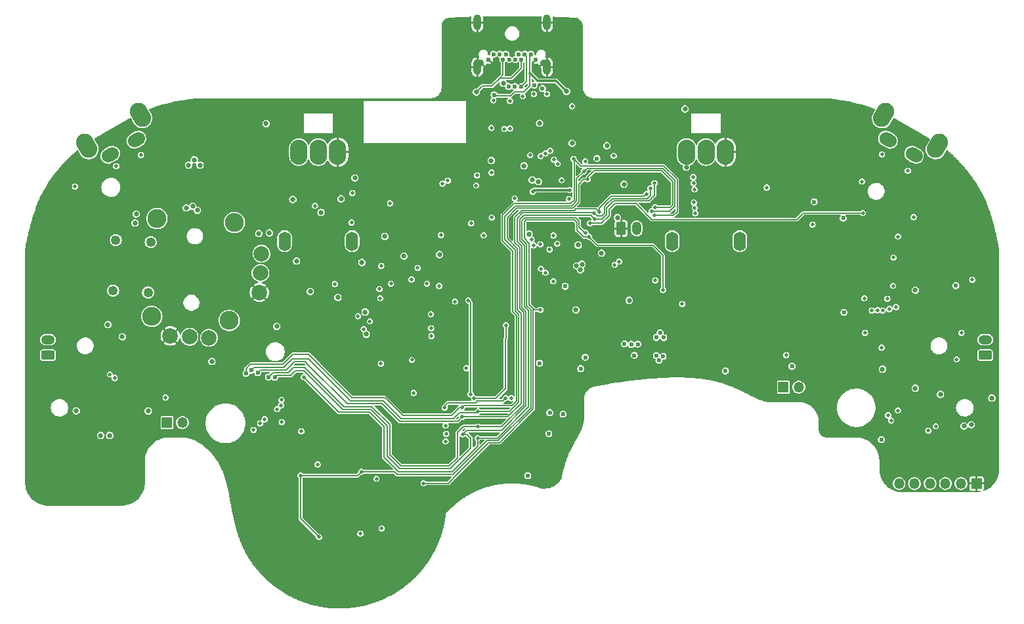
<source format=gbr>
%TF.GenerationSoftware,KiCad,Pcbnew,8.0.2*%
%TF.CreationDate,2024-08-31T11:23:20-07:00*%
%TF.ProjectId,UGC_Main_R4K,5547435f-4d61-4696-9e5f-52344b2e6b69,rev?*%
%TF.SameCoordinates,Original*%
%TF.FileFunction,Copper,L3,Inr*%
%TF.FilePolarity,Positive*%
%FSLAX46Y46*%
G04 Gerber Fmt 4.6, Leading zero omitted, Abs format (unit mm)*
G04 Created by KiCad (PCBNEW 8.0.2) date 2024-08-31 11:23:20*
%MOMM*%
%LPD*%
G01*
G04 APERTURE LIST*
G04 Aperture macros list*
%AMRoundRect*
0 Rectangle with rounded corners*
0 $1 Rounding radius*
0 $2 $3 $4 $5 $6 $7 $8 $9 X,Y pos of 4 corners*
0 Add a 4 corners polygon primitive as box body*
4,1,4,$2,$3,$4,$5,$6,$7,$8,$9,$2,$3,0*
0 Add four circle primitives for the rounded corners*
1,1,$1+$1,$2,$3*
1,1,$1+$1,$4,$5*
1,1,$1+$1,$6,$7*
1,1,$1+$1,$8,$9*
0 Add four rect primitives between the rounded corners*
20,1,$1+$1,$2,$3,$4,$5,0*
20,1,$1+$1,$4,$5,$6,$7,0*
20,1,$1+$1,$6,$7,$8,$9,0*
20,1,$1+$1,$8,$9,$2,$3,0*%
%AMHorizOval*
0 Thick line with rounded ends*
0 $1 width*
0 $2 $3 position (X,Y) of the first rounded end (center of the circle)*
0 $4 $5 position (X,Y) of the second rounded end (center of the circle)*
0 Add line between two ends*
20,1,$1,$2,$3,$4,$5,0*
0 Add two circle primitives to create the rounded ends*
1,1,$1,$2,$3*
1,1,$1,$4,$5*%
G04 Aperture macros list end*
%TA.AperFunction,ComponentPad*%
%ADD10R,1.350000X1.350000*%
%TD*%
%TA.AperFunction,ComponentPad*%
%ADD11O,1.350000X1.350000*%
%TD*%
%TA.AperFunction,ComponentPad*%
%ADD12C,2.450000*%
%TD*%
%TA.AperFunction,ComponentPad*%
%ADD13C,1.250000*%
%TD*%
%TA.AperFunction,ComponentPad*%
%ADD14C,2.000000*%
%TD*%
%TA.AperFunction,ComponentPad*%
%ADD15HorizOval,2.250000X-0.250000X0.433013X0.250000X-0.433013X0*%
%TD*%
%TA.AperFunction,ComponentPad*%
%ADD16HorizOval,1.700000X0.259808X0.150000X-0.259808X-0.150000X0*%
%TD*%
%TA.AperFunction,ComponentPad*%
%ADD17HorizOval,2.250000X-0.250000X-0.433013X0.250000X0.433013X0*%
%TD*%
%TA.AperFunction,ComponentPad*%
%ADD18HorizOval,1.700000X0.259808X-0.150000X-0.259808X0.150000X0*%
%TD*%
%TA.AperFunction,ComponentPad*%
%ADD19RoundRect,0.250000X0.625000X-0.350000X0.625000X0.350000X-0.625000X0.350000X-0.625000X-0.350000X0*%
%TD*%
%TA.AperFunction,ComponentPad*%
%ADD20O,1.750000X1.200000*%
%TD*%
%TA.AperFunction,ComponentPad*%
%ADD21O,2.250000X3.250000*%
%TD*%
%TA.AperFunction,HeatsinkPad*%
%ADD22O,1.600000X2.500000*%
%TD*%
%TA.AperFunction,ComponentPad*%
%ADD23RoundRect,0.250000X-0.350000X-0.625000X0.350000X-0.625000X0.350000X0.625000X-0.350000X0.625000X0*%
%TD*%
%TA.AperFunction,ComponentPad*%
%ADD24O,1.200000X1.750000*%
%TD*%
%TA.AperFunction,ComponentPad*%
%ADD25C,0.600000*%
%TD*%
%TA.AperFunction,ComponentPad*%
%ADD26O,1.000000X2.000000*%
%TD*%
%TA.AperFunction,ComponentPad*%
%ADD27C,0.900000*%
%TD*%
%TA.AperFunction,ViaPad*%
%ADD28C,0.600000*%
%TD*%
%TA.AperFunction,ViaPad*%
%ADD29C,0.500000*%
%TD*%
%TA.AperFunction,ViaPad*%
%ADD30C,0.650000*%
%TD*%
%TA.AperFunction,Conductor*%
%ADD31C,0.300000*%
%TD*%
%TA.AperFunction,Conductor*%
%ADD32C,0.200000*%
%TD*%
%TA.AperFunction,Conductor*%
%ADD33C,0.150000*%
%TD*%
G04 APERTURE END LIST*
D10*
%TO.N,Net-(D4A-A)*%
%TO.C,J8*%
X253457200Y-131775200D03*
D11*
%TO.N,G*%
X255457200Y-131775200D03*
%TD*%
D12*
%TO.N,*%
%TO.C,SW6*%
X172671539Y-110006388D03*
X172009489Y-122639052D03*
X182657835Y-110529748D03*
X181995785Y-123162412D03*
D13*
%TO.N,H*%
X171861497Y-113043156D03*
X171521313Y-119534248D03*
%TO.N,LS_BTN_IN*%
X167367664Y-112807644D03*
X167027480Y-119298736D03*
D14*
%TO.N,GND*%
X174381765Y-125141637D03*
%TO.N,Net-(SW6-X_OUT)*%
X176878339Y-125272477D03*
%TO.N,+3V3*%
X179374913Y-125403317D03*
%TO.N,GND*%
X185890899Y-119536297D03*
%TO.N,Net-(SW6-Y_OUT)*%
X186021739Y-117039723D03*
%TO.N,+3V3*%
X186152579Y-114543149D03*
%TD*%
D15*
%TO.N,*%
%TO.C,SW7*%
X163618112Y-100644336D03*
X170546316Y-96644336D03*
D16*
%TO.N,H*%
X166643465Y-101784400D03*
%TO.N,Net-(D11A-A)*%
X170020963Y-99834400D03*
%TD*%
D17*
%TO.N,*%
%TO.C,SW8*%
X266420998Y-96644336D03*
X273349202Y-100644336D03*
D18*
%TO.N,G*%
X266946351Y-99834400D03*
%TO.N,Net-(D5B-A)*%
X270323849Y-101784400D03*
%TD*%
D10*
%TO.N,GND*%
%TO.C,J4*%
X278380200Y-144195800D03*
D11*
%TO.N,RS_B_IN*%
X276380200Y-144195800D03*
%TO.N,RS_B_OUT*%
X274380200Y-144195800D03*
%TO.N,RY*%
X272380200Y-144195800D03*
%TO.N,RX*%
X270380200Y-144195800D03*
%TO.N,+3V3*%
X268380200Y-144195800D03*
%TD*%
D10*
%TO.N,LS_BTN_IN*%
%TO.C,J9*%
X173955200Y-136347200D03*
D11*
%TO.N,H*%
X175955200Y-136347200D03*
%TD*%
D19*
%TO.N,G*%
%TO.C,J7*%
X279501600Y-127635000D03*
D20*
%TO.N,Net-(D5C-A)*%
X279501600Y-125635000D03*
%TD*%
D21*
%TO.N,+3V3*%
%TO.C,RV2*%
X243483657Y-101434400D03*
%TO.N,ZR_ANALOG*%
X240983657Y-101434400D03*
%TO.N,GND*%
X245983657Y-101434400D03*
D22*
%TO.N,N/C*%
X247833657Y-112934400D03*
X239133657Y-112934400D03*
%TD*%
D23*
%TO.N,GND*%
%TO.C,B1*%
X232547596Y-111285471D03*
D24*
%TO.N,BATTERY_POS*%
X234547596Y-111285471D03*
%TD*%
D19*
%TO.N,H*%
%TO.C,J6*%
X158623000Y-127635000D03*
D20*
%TO.N,Net-(D11C-A)*%
X158623000Y-125635000D03*
%TD*%
D25*
%TO.N,GND*%
%TO.C,J5*%
X221533635Y-89504400D03*
%TO.N,+3V3_PRE*%
X220883635Y-88804400D03*
%TO.N,N_CLOCK*%
X220083635Y-88804400D03*
%TO.N,+5V_PRE*%
X219683635Y-89504400D03*
%TO.N,CC2*%
X219283635Y-88804400D03*
%TO.N,D+*%
X218883635Y-89504400D03*
%TO.N,D-*%
X218083635Y-89504400D03*
%TO.N,unconnected-(J5-SBU2-PadB8)*%
X217683635Y-88804400D03*
%TO.N,+5V_PRE*%
X217283635Y-89504400D03*
%TO.N,N_LATCH*%
X216883635Y-88804400D03*
%TO.N,N_DATA*%
X216083635Y-88804400D03*
%TO.N,GND*%
X215433635Y-89504400D03*
D26*
X213983635Y-84704400D03*
D27*
X214433635Y-89904400D03*
D26*
X213983635Y-90454400D03*
X222983635Y-84704400D03*
D27*
X222533635Y-89904400D03*
D26*
X222983635Y-90454400D03*
%TD*%
D21*
%TO.N,+3V3*%
%TO.C,RV1*%
X193483657Y-101434400D03*
%TO.N,ZL_ANALOG*%
X190983657Y-101434400D03*
%TO.N,GND*%
X195983657Y-101434400D03*
D22*
%TO.N,N/C*%
X197833657Y-112934400D03*
X189133657Y-112934400D03*
%TD*%
D28*
%TO.N,GND*%
X276275800Y-130835400D03*
X215140000Y-94050000D03*
D29*
X256583498Y-120742670D03*
X259538908Y-107500400D03*
D28*
X161950400Y-137261600D03*
D29*
X214275000Y-110775000D03*
D28*
X278384000Y-141935200D03*
D30*
X218465400Y-100533200D03*
D29*
X258876800Y-106781600D03*
D28*
X218960000Y-94270000D03*
X160909000Y-137312400D03*
D29*
X207441800Y-119888000D03*
X223545400Y-107416600D03*
X205371744Y-121819656D03*
X214800000Y-110400000D03*
D30*
X250367800Y-127762000D03*
D28*
X169951400Y-139623800D03*
D30*
X269570200Y-129540000D03*
X229504526Y-118967615D03*
D29*
X208915000Y-109296200D03*
X201930000Y-108483400D03*
D28*
X278409400Y-141198600D03*
D29*
X223545400Y-133426200D03*
X267309600Y-137566400D03*
D28*
X160350200Y-142570200D03*
D30*
X262509000Y-129362200D03*
D28*
X169367200Y-142036800D03*
D30*
X272999200Y-131470400D03*
D29*
X218328641Y-112035674D03*
D28*
X159893000Y-131622800D03*
D29*
X234111800Y-123240800D03*
X259797767Y-106529682D03*
X228449022Y-116721319D03*
D30*
X271297400Y-143357600D03*
D28*
X178308000Y-138176000D03*
D29*
X222554800Y-134924800D03*
X209194400Y-115849400D03*
D30*
X273685000Y-129565400D03*
X238912400Y-127635000D03*
D29*
X208000600Y-123342400D03*
D30*
X227748754Y-118990566D03*
X217830400Y-99923600D03*
X238937800Y-125831600D03*
D29*
X230632000Y-119405400D03*
D30*
X269595600Y-131470400D03*
D29*
X222681800Y-132943600D03*
X253022161Y-106650220D03*
D30*
X250672600Y-125704600D03*
X263779000Y-127889000D03*
D28*
X169443400Y-141122400D03*
X160223200Y-141630400D03*
X160959800Y-132130800D03*
D29*
X222707200Y-134239000D03*
D30*
%TO.N,LX*%
X196011800Y-120192800D03*
X179755800Y-128447800D03*
%TO.N,LY*%
X190677800Y-115493800D03*
X192430400Y-119430800D03*
D29*
%TO.N,Net-(D4A-A)*%
X266141200Y-126669800D03*
X242112800Y-109321600D03*
X266877800Y-120345200D03*
X267131800Y-121691400D03*
X268249400Y-112344200D03*
X253847600Y-127635000D03*
%TO.N,+1V1*%
X227914200Y-102641400D03*
X225882200Y-106324400D03*
X221132400Y-106553000D03*
D30*
%TO.N,LRA_R*%
X266242800Y-129438400D03*
D29*
X223788683Y-118099400D03*
D30*
%TO.N,BAT_LVL*%
X232912012Y-105582285D03*
D29*
X202742800Y-108051600D03*
D30*
%TO.N,VBUS_SYS*%
X232054400Y-109880400D03*
X230708200Y-100609400D03*
X233578400Y-120548400D03*
D29*
%TO.N,USB_EN*%
X223399733Y-101264779D03*
X218211400Y-94843600D03*
D28*
%TO.N,BTN_PWR*%
X223215200Y-137769600D03*
X223343093Y-135037482D03*
D29*
X236931200Y-117983000D03*
X222783400Y-116992400D03*
D28*
%TO.N,D+*%
X218020000Y-92960000D03*
%TO.N,D-*%
X218813581Y-92957751D03*
D30*
%TO.N,SL_RGB*%
X185801000Y-111937800D03*
X190195200Y-107543600D03*
%TO.N,Net-(L2-DOUT)*%
X166344600Y-123698000D03*
X170002200Y-109423200D03*
D29*
%TO.N,ESP_RTS*%
X201549000Y-128727200D03*
X198602600Y-122605800D03*
%TO.N,ESP_EN*%
X209296000Y-112141000D03*
X197866000Y-106730800D03*
X197764400Y-110515400D03*
X222148400Y-101955600D03*
%TO.N,ESP_DTR*%
X208000600Y-122351800D03*
X205790800Y-132511800D03*
X205562200Y-128244600D03*
D28*
%TO.N,N_LATCH*%
X221334118Y-92802481D03*
%TO.N,N_DATA*%
X222395124Y-93216533D03*
%TO.N,N_CLOCK*%
X219660000Y-92980000D03*
%TO.N,RP_RUN*%
X225323794Y-118752774D03*
X229412800Y-102260400D03*
D29*
X218372572Y-133193850D03*
%TO.N,I2C_SCL*%
X223875600Y-102412800D03*
X215814621Y-104075862D03*
X231701147Y-115982447D03*
%TO.N,I2C_SDA*%
X232284636Y-115562671D03*
X213952178Y-104428552D03*
X224358200Y-102946200D03*
%TO.N,USB_BOOT*%
X214807800Y-112166400D03*
X211124800Y-120726200D03*
D28*
X225040000Y-135250000D03*
D29*
%TO.N,RGB_OUT*%
X220803144Y-101833002D03*
X193040000Y-108356400D03*
%TO.N,SHARED_PU*%
X226212400Y-95504000D03*
X222961200Y-93929200D03*
X221284800Y-93929200D03*
X219860000Y-94230000D03*
%TO.N,USB_SEL*%
X222758000Y-101600000D03*
X216052400Y-94742000D03*
%TO.N,ESP_RX0*%
X209499200Y-105511600D03*
X200124189Y-123260685D03*
%TO.N,ESP_TX0*%
X210185000Y-105105200D03*
X199342763Y-124279937D03*
%TO.N,LADC_CS*%
X221259400Y-113461800D03*
X195630800Y-118465600D03*
%TO.N,SPI_TX*%
X202844400Y-118414800D03*
X207492600Y-118414800D03*
X265607800Y-121843800D03*
X201472800Y-120294400D03*
X224282000Y-113258600D03*
X267360400Y-136067800D03*
%TO.N,SPI_RX*%
X266979400Y-135407400D03*
X209067400Y-118719600D03*
X223314292Y-114001645D03*
X264871200Y-121869200D03*
%TO.N,SPI_CK*%
X223824800Y-112191800D03*
X205511400Y-117856000D03*
X266268200Y-121869200D03*
X268224000Y-134772400D03*
X201366000Y-119105800D03*
D30*
%TO.N,RADC_CS*%
X227004875Y-113428678D03*
X270484600Y-119253000D03*
X273735800Y-132689600D03*
D29*
%TO.N,IMU0_CS*%
X201599800Y-116128800D03*
X220980000Y-112725200D03*
D30*
%TO.N,ZL_ANALOG*%
X221081600Y-105029000D03*
X193827400Y-109220000D03*
%TO.N,ZR_ANALOG*%
X221871218Y-105252081D03*
X240944400Y-103378000D03*
D29*
%TO.N,UART_USB+*%
X217474800Y-98450400D03*
X208076800Y-125164600D03*
%TO.N,UART_USB-*%
X208026000Y-124164600D03*
X218186000Y-98399600D03*
D28*
%TO.N,E*%
X187867610Y-130476935D03*
D29*
X212115400Y-137845800D03*
X236321600Y-106121200D03*
X229055724Y-109296201D03*
%TO.N,D*%
X229717600Y-109169200D03*
X235813600Y-106832400D03*
D28*
X187045600Y-130454400D03*
D29*
X214045800Y-136855200D03*
D30*
%TO.N,+5V_PRE*%
X213868000Y-93675200D03*
D28*
%TO.N,+3V3_PRE*%
X216165246Y-94049711D03*
D30*
X225500000Y-93610000D03*
D29*
%TO.N,IMU1_CS*%
X222130112Y-113321680D03*
X206280400Y-116382800D03*
%TO.N,C*%
X228200164Y-104966757D03*
X212039200Y-135610600D03*
D28*
X185674000Y-129895600D03*
D29*
X236920856Y-108544138D03*
D30*
%TO.N,VBUS*%
X230004090Y-114479819D03*
X215783138Y-102514294D03*
%TO.N,CC1*%
X217350000Y-92530000D03*
D29*
%TO.N,Net-(D5B-A)*%
X269519400Y-103835200D03*
X241884200Y-105435400D03*
X263601200Y-105232200D03*
%TO.N,A*%
X226415600Y-102311200D03*
X236853904Y-109619539D03*
X212013800Y-134391400D03*
D28*
X184150000Y-129997200D03*
%TO.N,B*%
X184810400Y-129590800D03*
D29*
X236474058Y-109051928D03*
X214096600Y-134899400D03*
X227736400Y-103886000D03*
D28*
%TO.N,+3V3*%
X245999000Y-129667000D03*
D30*
X209118200Y-114655600D03*
X227279200Y-116611400D03*
D28*
X257429000Y-107848400D03*
D30*
X226796600Y-116128800D03*
X177292000Y-108432600D03*
D29*
X215846705Y-109870895D03*
D30*
X168198800Y-125272800D03*
X177495200Y-102438200D03*
X220658568Y-111998972D03*
D28*
X237566200Y-124739400D03*
D30*
X188112400Y-123926600D03*
D28*
X266115800Y-138531600D03*
D30*
X227500000Y-115900000D03*
D28*
X238031090Y-125368176D03*
D30*
X198196200Y-104775000D03*
X186740800Y-97764600D03*
D29*
X215798400Y-98298000D03*
D30*
X199669400Y-124942600D03*
X196418200Y-107467400D03*
D29*
X213842600Y-105740200D03*
X231586200Y-101911955D03*
D30*
X280365200Y-133172200D03*
D28*
X237413800Y-128295400D03*
X275717000Y-118668800D03*
X237083600Y-127685800D03*
D30*
X169849800Y-110583609D03*
X240792000Y-95859600D03*
X199517000Y-122072400D03*
D28*
X220497400Y-143205200D03*
D30*
X176453800Y-108635800D03*
D29*
X225806000Y-107492800D03*
D28*
X261289800Y-122097800D03*
X237947200Y-127787400D03*
D29*
X213200000Y-110625000D03*
D30*
X220005282Y-103213573D03*
X162255200Y-134823200D03*
X176758600Y-103124000D03*
X199097900Y-115684300D03*
X187172600Y-111861600D03*
X178231800Y-103124000D03*
D28*
X237083600Y-125349000D03*
D30*
X222021400Y-97713800D03*
X226212400Y-100279200D03*
X270484600Y-131902200D03*
X202057000Y-112318800D03*
D29*
X224866200Y-105054400D03*
D30*
X177876200Y-108940600D03*
D29*
X218821000Y-107416600D03*
D30*
X204520800Y-114858800D03*
X226718285Y-121785989D03*
D29*
%TO.N,F*%
X191592200Y-130454400D03*
X214020400Y-138328400D03*
X236837529Y-105442522D03*
X229108000Y-110083600D03*
%TO.N,RS_B_OUT*%
X272161000Y-137363200D03*
%TO.N,Net-(D5C-A)*%
X241833400Y-104673400D03*
X275818600Y-128168400D03*
%TO.N,Net-(D8C-A)*%
X191287400Y-137464800D03*
X188753270Y-136277422D03*
%TO.N,Net-(D8B-A)*%
X186563000Y-135915400D03*
X198907400Y-150672800D03*
%TO.N,Net-(D8A-A)*%
X185978800Y-136448800D03*
X193395600Y-141732000D03*
%TO.N,RS_B_IN*%
X273126200Y-136804400D03*
%TO.N,Net-(D11A-A)*%
X188171967Y-134603702D03*
X162102800Y-105867200D03*
X170611800Y-101803200D03*
%TO.N,Net-(D11C-A)*%
X188724384Y-133414380D03*
X167233600Y-130581400D03*
%TO.N,Net-(D12C-A)*%
X209770157Y-134423074D03*
X217652600Y-133172200D03*
%TO.N,Net-(D12A-A)*%
X213588600Y-133223000D03*
X217678000Y-123799600D03*
%TO.N,Net-(D12B-A)*%
X213131400Y-132689600D03*
X212826600Y-120573800D03*
%TO.N,Net-(D13A-A)*%
X212572600Y-129311400D03*
X209905600Y-136728200D03*
%TO.N,Net-(D13B-A)*%
X209981800Y-137795000D03*
X200990200Y-143586200D03*
%TO.N,H*%
X191185800Y-143179800D03*
X227931351Y-111850544D03*
X193573400Y-151104600D03*
X167411400Y-103251000D03*
X199034400Y-142671800D03*
X185115200Y-137287000D03*
X166598600Y-130124200D03*
%TO.N,G*%
X263728200Y-109296200D03*
X267614400Y-118694200D03*
X267995400Y-121437400D03*
D28*
X227330000Y-129362200D03*
D29*
X276453600Y-124764800D03*
X264007600Y-124764800D03*
X277825200Y-117906800D03*
X267665200Y-115036600D03*
X228535538Y-110624007D03*
X263906000Y-120294400D03*
X266179300Y-101714300D03*
D28*
X254584200Y-129082800D03*
D29*
%TO.N,I*%
X207060800Y-144170400D03*
X228396800Y-112369600D03*
X222118121Y-121793838D03*
D28*
X227914200Y-127914400D03*
D29*
X201650600Y-149987000D03*
D28*
X222021400Y-128676400D03*
D29*
X237947200Y-119227600D03*
%TO.N,LS_BTN_IN*%
X173786800Y-133096000D03*
X188672392Y-134129273D03*
%TO.N,LRA_L*%
X222199200Y-116484400D03*
D30*
X171551600Y-134848600D03*
%TO.N,LRA_L+*%
X165410263Y-137988533D03*
%TO.N,LRA_R+*%
X277698200Y-136601200D03*
%TO.N,LRA_R-*%
X276758400Y-136779000D03*
%TO.N,LRA_L-*%
X166568997Y-137996991D03*
D29*
%TO.N,X2*%
X257225800Y-110794800D03*
X242036600Y-108610400D03*
D28*
X234688113Y-126218996D03*
%TO.N,X3*%
X261188200Y-109956600D03*
D29*
X241935000Y-107924600D03*
D28*
X233832400Y-126238000D03*
D29*
X270256000Y-109829600D03*
%TO.N,X4*%
X242011200Y-106248200D03*
X251333000Y-106019600D03*
D28*
X232956100Y-126174500D03*
D29*
%TO.N,X5*%
X240411000Y-121031000D03*
D28*
X234238800Y-127660400D03*
D29*
X209905600Y-138760200D03*
%TD*%
D31*
%TO.N,+1V1*%
X221132400Y-106553000D02*
X221361000Y-106324400D01*
X221361000Y-106324400D02*
X225882200Y-106324400D01*
D32*
%TO.N,N_CLOCK*%
X220340000Y-92300000D02*
X220340000Y-89060765D01*
X219660000Y-92980000D02*
X220340000Y-92300000D01*
X220340000Y-89060765D02*
X220083635Y-88804400D01*
D33*
%TO.N,E*%
X230378000Y-109321600D02*
X230378000Y-108864400D01*
D32*
X202336400Y-140614400D02*
X202336400Y-136741226D01*
X202336400Y-136741226D02*
X200220774Y-134625600D01*
X189890400Y-130251200D02*
X188093345Y-130251200D01*
D33*
X230225600Y-109474000D02*
X230378000Y-109321600D01*
D32*
X213156800Y-139649200D02*
X210515200Y-142290800D01*
D33*
X219130116Y-109970148D02*
X219834264Y-109266000D01*
D32*
X212623400Y-137845800D02*
X213156800Y-138379200D01*
X196601600Y-134625600D02*
X191617600Y-129641600D01*
D33*
X230682800Y-108153200D02*
X231394000Y-107442000D01*
X230022400Y-109677200D02*
X230225600Y-109474000D01*
X230378000Y-108458000D02*
X230682800Y-108153200D01*
X219760800Y-121495736D02*
X219760800Y-113588800D01*
D32*
X188093345Y-130251200D02*
X187867610Y-130476935D01*
D33*
X236321600Y-107035600D02*
X236321600Y-106121200D01*
X212115400Y-137845800D02*
X212598000Y-137363200D01*
X219130116Y-112958116D02*
X219130116Y-109970148D01*
X231952800Y-107442000D02*
X235915200Y-107442000D01*
D32*
X191617600Y-129641600D02*
X190500000Y-129641600D01*
D33*
X235915200Y-107442000D02*
X236321600Y-107035600D01*
X229463600Y-109677200D02*
X230022400Y-109677200D01*
X219834264Y-109266000D02*
X229025523Y-109266000D01*
D32*
X213156800Y-138379200D02*
X213156800Y-139649200D01*
D33*
X229082601Y-109296201D02*
X229463600Y-109677200D01*
X220268800Y-134162800D02*
X220268800Y-122003736D01*
X230378000Y-108864400D02*
X230378000Y-108458000D01*
D32*
X200220774Y-134625600D02*
X196601600Y-134625600D01*
D33*
X229055724Y-109296201D02*
X229082601Y-109296201D01*
X220268800Y-122003736D02*
X219760800Y-121495736D01*
X231394000Y-107442000D02*
X231952800Y-107442000D01*
D32*
X210515200Y-142290800D02*
X204012800Y-142290800D01*
X204012800Y-142290800D02*
X202336400Y-140614400D01*
D33*
X229025523Y-109266000D02*
X229055724Y-109296201D01*
X217068400Y-137363200D02*
X220268800Y-134162800D01*
X212598000Y-137363200D02*
X217068400Y-137363200D01*
X219760800Y-113588800D02*
X219130116Y-112958116D01*
D32*
X190500000Y-129641600D02*
X189890400Y-130251200D01*
X212115400Y-137845800D02*
X212623400Y-137845800D01*
D33*
%TO.N,D*%
X219964000Y-122123200D02*
X219964000Y-134010400D01*
X226669600Y-108762800D02*
X226466400Y-108966000D01*
D32*
X212191600Y-136855200D02*
X211404200Y-137642600D01*
D33*
X219456000Y-113741200D02*
X219456000Y-121615200D01*
X226466400Y-108966000D02*
X219710000Y-108966000D01*
D32*
X202692000Y-140462000D02*
X202692000Y-136575800D01*
D33*
X219456000Y-121615200D02*
X219964000Y-122123200D01*
D32*
X211404200Y-140868400D02*
X210331800Y-141940800D01*
X191719200Y-129235200D02*
X190246000Y-129235200D01*
X214045800Y-136855200D02*
X212191600Y-136855200D01*
D33*
X229717600Y-109169200D02*
X229311200Y-108762800D01*
X229311200Y-108762800D02*
X226669600Y-108762800D01*
D32*
X196748400Y-134264400D02*
X191719200Y-129235200D01*
D33*
X219710000Y-108966000D02*
X218824518Y-109851482D01*
X231902000Y-107137200D02*
X235508800Y-107137200D01*
X217119200Y-136855200D02*
X214045800Y-136855200D01*
D32*
X200380600Y-134264400D02*
X196748400Y-134264400D01*
X211404200Y-137642600D02*
X211404200Y-140868400D01*
X210331800Y-141940800D02*
X204170800Y-141940800D01*
D33*
X231241600Y-107137200D02*
X231902000Y-107137200D01*
X219964000Y-134010400D02*
X217119200Y-136855200D01*
X229920800Y-108458000D02*
X231241600Y-107137200D01*
D32*
X187604400Y-129895600D02*
X187045600Y-130454400D01*
X204170800Y-141940800D02*
X202692000Y-140462000D01*
X202692000Y-136575800D02*
X200380600Y-134264400D01*
X189585600Y-129895600D02*
X187604400Y-129895600D01*
D33*
X229717600Y-108661200D02*
X229920800Y-108458000D01*
X218824518Y-109851482D02*
X218824518Y-113109718D01*
X235508800Y-107137200D02*
X235813600Y-106832400D01*
X229717600Y-109169200D02*
X229717600Y-108661200D01*
D32*
X190246000Y-129235200D02*
X189585600Y-129895600D01*
D33*
X218824518Y-113109718D02*
X219456000Y-113741200D01*
D32*
%TO.N,+5V_PRE*%
X219683635Y-90576365D02*
X218390000Y-91870000D01*
X217283635Y-89504400D02*
X217283635Y-91486365D01*
X215850000Y-92920000D02*
X214623200Y-92920000D01*
X214623200Y-92920000D02*
X213868000Y-93675200D01*
X216900000Y-91870000D02*
X215850000Y-92920000D01*
X218390000Y-91870000D02*
X216900000Y-91870000D01*
X219683635Y-89504400D02*
X219683635Y-90576365D01*
X217283635Y-91486365D02*
X216900000Y-91870000D01*
%TO.N,+3V3_PRE*%
X218260000Y-94150000D02*
X218780000Y-93630000D01*
X216165246Y-94049711D02*
X216265535Y-94150000D01*
X220870000Y-88810000D02*
X220878035Y-88810000D01*
X220740000Y-92920000D02*
X220740000Y-88948035D01*
X220878035Y-88810000D02*
X220883635Y-88804400D01*
D31*
X224120000Y-92230000D02*
X225500000Y-93610000D01*
D32*
X216265535Y-94150000D02*
X218260000Y-94150000D01*
X220740000Y-88948035D02*
X220878035Y-88810000D01*
D31*
X220790187Y-91276657D02*
X220822567Y-91276657D01*
X220822567Y-91276657D02*
X221775910Y-92230000D01*
X221775910Y-92230000D02*
X224120000Y-92230000D01*
D32*
X220030000Y-93630000D02*
X220740000Y-92920000D01*
X218780000Y-93630000D02*
X220030000Y-93630000D01*
D33*
%TO.N,C*%
X219659200Y-122290672D02*
X219151200Y-121782672D01*
X219049600Y-108661200D02*
X226314000Y-108661200D01*
D32*
X191973200Y-128676400D02*
X191770000Y-128473200D01*
D33*
X217906600Y-135610600D02*
X219659200Y-133858000D01*
X229057200Y-103835200D02*
X237744000Y-103835200D01*
X238877062Y-108544138D02*
X236920856Y-108544138D01*
X226314000Y-108661200D02*
X227076000Y-107899200D01*
X239166400Y-108254800D02*
X238877062Y-108544138D01*
X239166400Y-105257600D02*
X239166400Y-108254800D01*
X217830400Y-109880400D02*
X219049600Y-108661200D01*
X219151200Y-121782672D02*
X219151200Y-113893600D01*
D32*
X203987400Y-136169400D02*
X211480400Y-136169400D01*
D33*
X217830400Y-112572800D02*
X217830400Y-109880400D01*
X237744000Y-103835200D02*
X239166400Y-105257600D01*
D32*
X189331600Y-129540000D02*
X188468000Y-129540000D01*
X186029600Y-129540000D02*
X185674000Y-129895600D01*
X191973200Y-128676400D02*
X197180200Y-133883400D01*
X197180200Y-133883400D02*
X201701400Y-133883400D01*
D33*
X219151200Y-113893600D02*
X217830400Y-112572800D01*
D32*
X188468000Y-129540000D02*
X186029600Y-129540000D01*
D33*
X227076000Y-105562400D02*
X227671643Y-104966757D01*
D32*
X201701400Y-133883400D02*
X203987400Y-136169400D01*
D33*
X219659200Y-133858000D02*
X219659200Y-122290672D01*
X212039200Y-135610600D02*
X217906600Y-135610600D01*
X228200164Y-104692236D02*
X229057200Y-103835200D01*
D32*
X190398400Y-128473200D02*
X189331600Y-129540000D01*
D33*
X227076000Y-107899200D02*
X227076000Y-105562400D01*
X228200164Y-104966757D02*
X228200164Y-104692236D01*
D32*
X191770000Y-128473200D02*
X190398400Y-128473200D01*
X211480400Y-136169400D02*
X212039200Y-135610600D01*
D33*
X227671643Y-104966757D02*
X228200164Y-104966757D01*
%TO.N,A*%
X218440000Y-134162800D02*
X219049600Y-133553200D01*
D32*
X212013800Y-134391400D02*
X211658200Y-134391400D01*
D33*
X212013800Y-134391400D02*
X212242400Y-134162800D01*
X217220800Y-112877600D02*
X217220800Y-109575600D01*
X239776000Y-109118400D02*
X239274861Y-109619539D01*
X218744800Y-108051600D02*
X226009200Y-108051600D01*
D32*
X211658200Y-134391400D02*
X210642200Y-135407400D01*
D33*
X219049600Y-133553200D02*
X219049600Y-122529600D01*
D32*
X197815200Y-133121400D02*
X192252600Y-127558800D01*
D33*
X218541600Y-122021600D02*
X218541600Y-114198400D01*
X238048800Y-103225600D02*
X239776000Y-104952800D01*
D32*
X188874400Y-128828800D02*
X184708800Y-128828800D01*
X210642200Y-135407400D02*
X204368400Y-135407400D01*
D33*
X212242400Y-134162800D02*
X218440000Y-134162800D01*
X217220800Y-109575600D02*
X218744800Y-108051600D01*
X239274861Y-109619539D02*
X236853904Y-109619539D01*
D32*
X184150000Y-129387600D02*
X184150000Y-129997200D01*
D33*
X226466400Y-102362000D02*
X226415600Y-102311200D01*
X227330000Y-103225600D02*
X238048800Y-103225600D01*
D32*
X192252600Y-127558800D02*
X190144400Y-127558800D01*
D33*
X226009200Y-108051600D02*
X226466400Y-107594400D01*
D32*
X204368400Y-135407400D02*
X202082400Y-133121400D01*
D33*
X226415600Y-102311200D02*
X227330000Y-103225600D01*
X219049600Y-122529600D02*
X218541600Y-122021600D01*
X226466400Y-107594400D02*
X226466400Y-102362000D01*
X218541600Y-114198400D02*
X217220800Y-112877600D01*
D32*
X202082400Y-133121400D02*
X197815200Y-133121400D01*
X190144400Y-127558800D02*
X188874400Y-128828800D01*
X184708800Y-128828800D02*
X184150000Y-129387600D01*
D33*
X239776000Y-104952800D02*
X239776000Y-109118400D01*
%TO.N,B*%
X217525600Y-109728000D02*
X217525600Y-112725200D01*
X217525600Y-112725200D02*
X218846400Y-114046000D01*
X218846400Y-121902136D02*
X219349600Y-122405336D01*
D32*
X189534800Y-128676400D02*
X189026800Y-129184400D01*
D33*
X226771200Y-104851200D02*
X226771200Y-107746800D01*
X238826472Y-109051928D02*
X236474058Y-109051928D01*
X218897200Y-108356400D02*
X217525600Y-109728000D01*
D32*
X213969600Y-135026400D02*
X211683600Y-135026400D01*
X188620400Y-129184400D02*
X185216800Y-129184400D01*
D33*
X227736400Y-103886000D02*
X226771200Y-104851200D01*
X219349600Y-122405336D02*
X219349600Y-133710400D01*
D32*
X189026800Y-129184400D02*
X188620400Y-129184400D01*
D33*
X227736400Y-103886000D02*
X228092000Y-103530400D01*
X226161600Y-108356400D02*
X218897200Y-108356400D01*
X226771200Y-107746800D02*
X226161600Y-108356400D01*
X218846400Y-114046000D02*
X218846400Y-121902136D01*
D32*
X211683600Y-135026400D02*
X210921600Y-135788400D01*
D33*
X237896400Y-103530400D02*
X239471200Y-105105200D01*
X219349600Y-133710400D02*
X218160600Y-134899400D01*
D32*
X192252600Y-128117600D02*
X191490600Y-128117600D01*
D33*
X218160600Y-134899400D02*
X214096600Y-134899400D01*
D32*
X185216800Y-129184400D02*
X184810400Y-129590800D01*
X210921600Y-135788400D02*
X204190600Y-135788400D01*
D33*
X228092000Y-103530400D02*
X237896400Y-103530400D01*
D32*
X197637400Y-133502400D02*
X192252600Y-128117600D01*
X201904600Y-133502400D02*
X197637400Y-133502400D01*
X214096600Y-134899400D02*
X213969600Y-135026400D01*
X191490600Y-128117600D02*
X190093600Y-128117600D01*
X190093600Y-128117600D02*
X189534800Y-128676400D01*
X204190600Y-135788400D02*
X201904600Y-133502400D01*
D33*
X239471200Y-108407200D02*
X238826472Y-109051928D01*
X239471200Y-105105200D02*
X239471200Y-108407200D01*
%TO.N,F*%
X220573600Y-121884272D02*
X220573600Y-134315200D01*
X219441481Y-110083047D02*
X219441481Y-112845217D01*
D32*
X201980800Y-136880600D02*
X201980800Y-140817600D01*
D33*
X220065600Y-113469336D02*
X220065600Y-121376272D01*
D32*
X191592200Y-130454400D02*
X196113400Y-134975600D01*
D33*
X228600000Y-109575600D02*
X219948928Y-109575600D01*
D32*
X203809600Y-142646400D02*
X210718400Y-142646400D01*
D33*
X216560400Y-138328400D02*
X214020400Y-138328400D01*
X230682800Y-108610400D02*
X231546400Y-107746800D01*
D32*
X200075800Y-134975600D02*
X201980800Y-136880600D01*
D33*
X219441481Y-112845217D02*
X220065600Y-113469336D01*
X236118400Y-107746800D02*
X236837529Y-107027671D01*
X231546400Y-107746800D02*
X236118400Y-107746800D01*
D32*
X214020400Y-139344400D02*
X214020400Y-138328400D01*
D33*
X220573600Y-134315200D02*
X216560400Y-138328400D01*
D32*
X201980800Y-140817600D02*
X203809600Y-142646400D01*
D33*
X230682800Y-109474000D02*
X230682800Y-108610400D01*
X219948928Y-109575600D02*
X219441481Y-110083047D01*
X230073200Y-110083600D02*
X230682800Y-109474000D01*
X229108000Y-110083600D02*
X230073200Y-110083600D01*
X229108000Y-110083600D02*
X228600000Y-109575600D01*
D32*
X196113400Y-134975600D02*
X200075800Y-134975600D01*
X210718400Y-142646400D02*
X214020400Y-139344400D01*
D33*
X220065600Y-121376272D02*
X220573600Y-121884272D01*
X236837529Y-107027671D02*
X236837529Y-105442522D01*
D32*
%TO.N,Net-(D12C-A)*%
X217246200Y-133578600D02*
X217652600Y-133172200D01*
X209770157Y-134196643D02*
X210185000Y-133781800D01*
X213995000Y-133578600D02*
X217246200Y-133578600D01*
X213791800Y-133781800D02*
X213995000Y-133578600D01*
X210185000Y-133781800D02*
X213791800Y-133781800D01*
X209770157Y-134423074D02*
X209770157Y-134196643D01*
%TO.N,Net-(D12A-A)*%
X217652600Y-131953000D02*
X216382600Y-133223000D01*
X217678000Y-125476000D02*
X217652600Y-125501400D01*
X217678000Y-123799600D02*
X217678000Y-125476000D01*
X216382600Y-133223000D02*
X213588600Y-133223000D01*
X217652600Y-125501400D02*
X217652600Y-131953000D01*
%TO.N,Net-(D12B-A)*%
X213131400Y-132689600D02*
X213131400Y-120878600D01*
X213131400Y-120878600D02*
X212826600Y-120573800D01*
%TO.N,H*%
X191185800Y-148717000D02*
X193573400Y-151104600D01*
X191185800Y-143179800D02*
X191185800Y-148717000D01*
D33*
X227126800Y-110337600D02*
X227126800Y-111099600D01*
X219752845Y-112717245D02*
X219752845Y-110243955D01*
D32*
X203276200Y-142671800D02*
X203454000Y-142849600D01*
X211277200Y-142595600D02*
X214172800Y-139700000D01*
D33*
X220878400Y-134467600D02*
X220878400Y-121760327D01*
X226669600Y-109880400D02*
X227126800Y-110337600D01*
X227126800Y-111099600D02*
X227877744Y-111850544D01*
X220116400Y-109880400D02*
X226669600Y-109880400D01*
X227877744Y-111850544D02*
X227931351Y-111850544D01*
X220365600Y-113330000D02*
X219752845Y-112717245D01*
X214172800Y-139700000D02*
X215239600Y-138633200D01*
X216712800Y-138633200D02*
X220878400Y-134467600D01*
X220365600Y-121247527D02*
X220365600Y-113330000D01*
D32*
X199034400Y-142671800D02*
X203276200Y-142671800D01*
X203454000Y-142849600D02*
X203606400Y-143002000D01*
X191185800Y-143179800D02*
X198526400Y-143179800D01*
X204571600Y-143002000D02*
X210870800Y-143002000D01*
X203606400Y-143002000D02*
X204571600Y-143002000D01*
D33*
X220878400Y-121760327D02*
X220365600Y-121247527D01*
X219752845Y-110243955D02*
X220116400Y-109880400D01*
X215239600Y-138633200D02*
X216712800Y-138633200D01*
D32*
X198526400Y-143179800D02*
X199034400Y-142671800D01*
X210870800Y-143002000D02*
X211277200Y-142595600D01*
D33*
%TO.N,G*%
X234442000Y-108051600D02*
X236524800Y-110134400D01*
X256057400Y-109296200D02*
X263728200Y-109296200D01*
X236524800Y-110134400D02*
X255219200Y-110134400D01*
X255219200Y-110134400D02*
X256057400Y-109296200D01*
X230987600Y-109626400D02*
X230987600Y-108813600D01*
X228535538Y-110624007D02*
X229989993Y-110624007D01*
X229989993Y-110624007D02*
X230987600Y-109626400D01*
X231749600Y-108051600D02*
X234442000Y-108051600D01*
X230987600Y-108813600D02*
X231749600Y-108051600D01*
%TO.N,I*%
X216824813Y-138945451D02*
X221179939Y-134590325D01*
X237947200Y-114757200D02*
X237947200Y-119227600D01*
X214122000Y-140258800D02*
X215435349Y-138945451D01*
X220273600Y-110180400D02*
X220065600Y-110388400D01*
X226822000Y-111506000D02*
X226822000Y-110490000D01*
D32*
X207060800Y-144170400D02*
X210210400Y-144170400D01*
D33*
X236626400Y-113436400D02*
X237439200Y-114249200D01*
X227685600Y-112369600D02*
X226822000Y-111506000D01*
X229463600Y-113436400D02*
X230936800Y-113436400D01*
X215435349Y-138945451D02*
X216824813Y-138945451D01*
X226512400Y-110180400D02*
X220273600Y-110180400D01*
D32*
X211429600Y-142951200D02*
X214122000Y-140258800D01*
D33*
X228396800Y-112369600D02*
X227685600Y-112369600D01*
X220065600Y-112572800D02*
X220675200Y-113182400D01*
X237439200Y-114249200D02*
X237947200Y-114757200D01*
X230936800Y-113436400D02*
X236626400Y-113436400D01*
X226822000Y-110490000D02*
X226512400Y-110180400D01*
X220065600Y-110388400D02*
X220065600Y-112572800D01*
X220675200Y-121132863D02*
X221336175Y-121793838D01*
X220675200Y-113182400D02*
X220675200Y-121132863D01*
X228396800Y-112369600D02*
X229463600Y-113436400D01*
D32*
X210210400Y-144170400D02*
X211429600Y-142951200D01*
D33*
X221336175Y-121793838D02*
X222118121Y-121793838D01*
X221179939Y-134590325D02*
X221179939Y-121637603D01*
%TD*%
%TA.AperFunction,Conductor*%
%TO.N,GND*%
G36*
X219344069Y-108908374D02*
G01*
X219365743Y-108960700D01*
X219344069Y-109013025D01*
X219007616Y-109349478D01*
X218696783Y-109660311D01*
X218633347Y-109723747D01*
X218633346Y-109723749D01*
X218624520Y-109745058D01*
X218599017Y-109806627D01*
X218599017Y-109904948D01*
X218599018Y-109904957D01*
X218599018Y-112843861D01*
X218577344Y-112896187D01*
X218525018Y-112917861D01*
X218472692Y-112896187D01*
X218077574Y-112501069D01*
X218055900Y-112448743D01*
X218055900Y-110004457D01*
X218077574Y-109952131D01*
X219121331Y-108908374D01*
X219173657Y-108886700D01*
X219291743Y-108886700D01*
X219344069Y-108908374D01*
G37*
%TD.AperFunction*%
%TA.AperFunction,Conductor*%
G36*
X218599342Y-83889145D02*
G01*
X218599367Y-83889156D01*
X218599368Y-83889146D01*
X218599434Y-83889146D01*
X218715114Y-83889210D01*
X218715140Y-83889222D01*
X218715141Y-83889211D01*
X218715255Y-83889211D01*
X218830943Y-83889321D01*
X218830971Y-83889333D01*
X218830972Y-83889322D01*
X218831138Y-83889322D01*
X218946826Y-83889480D01*
X218946854Y-83889492D01*
X218946855Y-83889481D01*
X218947075Y-83889481D01*
X219062756Y-83889688D01*
X219062785Y-83889701D01*
X219062786Y-83889689D01*
X219063065Y-83889689D01*
X219178730Y-83889946D01*
X219178761Y-83889960D01*
X219178762Y-83889947D01*
X219179105Y-83889947D01*
X219294745Y-83890258D01*
X219294776Y-83890272D01*
X219294777Y-83890259D01*
X219295188Y-83890260D01*
X219410793Y-83890623D01*
X219410827Y-83890638D01*
X219410828Y-83890624D01*
X219526909Y-83891046D01*
X219642981Y-83891525D01*
X219643016Y-83891540D01*
X219643017Y-83891526D01*
X219759108Y-83892064D01*
X219759145Y-83892080D01*
X219759146Y-83892065D01*
X219759903Y-83892068D01*
X219875256Y-83892665D01*
X219875295Y-83892682D01*
X219875296Y-83892666D01*
X219991417Y-83893329D01*
X219991456Y-83893346D01*
X219991457Y-83893330D01*
X220107629Y-83894059D01*
X220223762Y-83894853D01*
X220223804Y-83894871D01*
X220223805Y-83894854D01*
X220339938Y-83895717D01*
X220339981Y-83895735D01*
X220339982Y-83895718D01*
X220456155Y-83896652D01*
X220572274Y-83897656D01*
X220572319Y-83897675D01*
X220572320Y-83897657D01*
X220688473Y-83898736D01*
X220804562Y-83899890D01*
X220804608Y-83899910D01*
X220804609Y-83899891D01*
X220920724Y-83901122D01*
X221036764Y-83902432D01*
X221036813Y-83902453D01*
X221036814Y-83902433D01*
X221152874Y-83903824D01*
X221268900Y-83905297D01*
X221384833Y-83906853D01*
X221384887Y-83906876D01*
X221384888Y-83906854D01*
X221500834Y-83908497D01*
X221616732Y-83910227D01*
X221732579Y-83912047D01*
X221848311Y-83913956D01*
X221848369Y-83913981D01*
X221848370Y-83913957D01*
X221964102Y-83915961D01*
X221964103Y-83915961D01*
X222186700Y-83920092D01*
X222238615Y-83942733D01*
X222259314Y-83995452D01*
X222257905Y-84008515D01*
X222233635Y-84130531D01*
X222233635Y-84579400D01*
X222683635Y-84579400D01*
X222683635Y-84829400D01*
X222233635Y-84829400D01*
X222233635Y-85278268D01*
X222262455Y-85423160D01*
X222262457Y-85423167D01*
X222318992Y-85559654D01*
X222401071Y-85682496D01*
X222505538Y-85786963D01*
X222628380Y-85869042D01*
X222764867Y-85925577D01*
X222764874Y-85925579D01*
X222858634Y-85944229D01*
X222858635Y-85944228D01*
X222858635Y-85428642D01*
X222867839Y-85433956D01*
X222944139Y-85454400D01*
X223023131Y-85454400D01*
X223099431Y-85433956D01*
X223108635Y-85428642D01*
X223108635Y-85944229D01*
X223202395Y-85925579D01*
X223202402Y-85925577D01*
X223338889Y-85869042D01*
X223461731Y-85786963D01*
X223461733Y-85786962D01*
X223566197Y-85682498D01*
X223566198Y-85682496D01*
X223648277Y-85559654D01*
X223704812Y-85423167D01*
X223704814Y-85423160D01*
X223733635Y-85278268D01*
X223733635Y-84829400D01*
X223283635Y-84829400D01*
X223283635Y-84579400D01*
X223733635Y-84579400D01*
X223733635Y-84130532D01*
X223717610Y-84049970D01*
X223728659Y-83994421D01*
X223775751Y-83962955D01*
X223792613Y-83961573D01*
X223854912Y-83963623D01*
X223973331Y-83967652D01*
X223973368Y-83967653D01*
X223973415Y-83967655D01*
X223979099Y-83967854D01*
X224091641Y-83971812D01*
X224091724Y-83971851D01*
X224091726Y-83971816D01*
X224096854Y-83972002D01*
X224210012Y-83976114D01*
X224210096Y-83976153D01*
X224210098Y-83976118D01*
X224216457Y-83976356D01*
X224328359Y-83980555D01*
X224328445Y-83980595D01*
X224328447Y-83980559D01*
X224446769Y-83985141D01*
X224446768Y-83985142D01*
X224446824Y-83985143D01*
X224565065Y-83989868D01*
X224565064Y-83989869D01*
X224565117Y-83989870D01*
X224683332Y-83994740D01*
X224683331Y-83994741D01*
X224683380Y-83994742D01*
X224801476Y-83999755D01*
X224801567Y-83999797D01*
X224801569Y-83999759D01*
X224919681Y-84004924D01*
X224919774Y-84004967D01*
X224919776Y-84004929D01*
X225037856Y-84010246D01*
X225037950Y-84010290D01*
X225037952Y-84010251D01*
X225156094Y-84015726D01*
X225156093Y-84015727D01*
X225156152Y-84015728D01*
X225274203Y-84021358D01*
X225274202Y-84021359D01*
X225274256Y-84021360D01*
X225392276Y-84027148D01*
X225510211Y-84033092D01*
X225510310Y-84033139D01*
X225510313Y-84033098D01*
X225628312Y-84039211D01*
X225628311Y-84039213D01*
X225628394Y-84039215D01*
X225746115Y-84045479D01*
X225746269Y-84045553D01*
X225746273Y-84045488D01*
X225982074Y-84058545D01*
X225982073Y-84058548D01*
X225982198Y-84058552D01*
X226084290Y-84064412D01*
X226186099Y-84070373D01*
X226186183Y-84070414D01*
X226186186Y-84070379D01*
X226194361Y-84070867D01*
X226287685Y-84076443D01*
X226287770Y-84076485D01*
X226287773Y-84076449D01*
X226389058Y-84082623D01*
X226389057Y-84082625D01*
X226389125Y-84082627D01*
X226490050Y-84088904D01*
X226628919Y-84097749D01*
X226632991Y-84098122D01*
X226735749Y-84110440D01*
X226743709Y-84111840D01*
X226841193Y-84134544D01*
X226851068Y-84137585D01*
X227000169Y-84195195D01*
X227009530Y-84199587D01*
X227097160Y-84248458D01*
X227104007Y-84252784D01*
X227185566Y-84310792D01*
X227193556Y-84317362D01*
X227309711Y-84427349D01*
X227316544Y-84434766D01*
X227375061Y-84507683D01*
X227379489Y-84513818D01*
X227430265Y-84592344D01*
X227434970Y-84600783D01*
X227442770Y-84617209D01*
X227499015Y-84735660D01*
X227502583Y-84744648D01*
X227531396Y-84833817D01*
X227533351Y-84841126D01*
X227552865Y-84932568D01*
X227554261Y-84942129D01*
X227566283Y-85092866D01*
X227566517Y-85098749D01*
X227566517Y-92997205D01*
X227568701Y-93115056D01*
X227568702Y-93115073D01*
X227584764Y-93216485D01*
X227598262Y-93301713D01*
X227605583Y-93347933D01*
X227678433Y-93572148D01*
X227678435Y-93572152D01*
X227785467Y-93782215D01*
X227910639Y-93954500D01*
X227924045Y-93972951D01*
X228090754Y-94139659D01*
X228215099Y-94230000D01*
X228252602Y-94257248D01*
X228281489Y-94278235D01*
X228446599Y-94362361D01*
X228491555Y-94385267D01*
X228491560Y-94385269D01*
X228689181Y-94449478D01*
X228715777Y-94458120D01*
X228948636Y-94494999D01*
X228976372Y-94495514D01*
X229066504Y-94497189D01*
X229066517Y-94497189D01*
X257941451Y-94497189D01*
X257941853Y-94497189D01*
X258375436Y-94499550D01*
X258378218Y-94499618D01*
X259244747Y-94537347D01*
X259247879Y-94537552D01*
X260111774Y-94612924D01*
X260114908Y-94613267D01*
X260974644Y-94726139D01*
X260977814Y-94726625D01*
X261831852Y-94876793D01*
X261834974Y-94877413D01*
X262681631Y-95064581D01*
X262684747Y-95065341D01*
X263522475Y-95289166D01*
X263525524Y-95290052D01*
X264352773Y-95550121D01*
X264355781Y-95551140D01*
X265170885Y-95846931D01*
X265173821Y-95848069D01*
X265284763Y-95893883D01*
X265324851Y-95933886D01*
X265324913Y-95990523D01*
X265320601Y-95999278D01*
X265016191Y-96526531D01*
X264944243Y-96713962D01*
X264902500Y-96910345D01*
X264902500Y-96910347D01*
X264902500Y-96910348D01*
X264894613Y-97060857D01*
X264891993Y-97110844D01*
X264912978Y-97310506D01*
X264964941Y-97504439D01*
X264997898Y-97578460D01*
X265046601Y-97687847D01*
X265155947Y-97856225D01*
X265290287Y-98005425D01*
X265446313Y-98131773D01*
X265620183Y-98232157D01*
X265807616Y-98304105D01*
X266003997Y-98345847D01*
X266204491Y-98356354D01*
X266404158Y-98335368D01*
X266598086Y-98283406D01*
X266781496Y-98201746D01*
X266949874Y-98092400D01*
X267099074Y-97958060D01*
X267225422Y-97802034D01*
X267637558Y-97088192D01*
X267682489Y-97053716D01*
X267738203Y-97060857D01*
X267916769Y-97162330D01*
X267917055Y-97162493D01*
X272333702Y-99704021D01*
X272368244Y-99748904D01*
X272360932Y-99805067D01*
X272360879Y-99805159D01*
X271944395Y-100526531D01*
X271872447Y-100713962D01*
X271830704Y-100910345D01*
X271820197Y-101110844D01*
X271841182Y-101310506D01*
X271893145Y-101504439D01*
X271969169Y-101675189D01*
X271974805Y-101687847D01*
X272084151Y-101856225D01*
X272218491Y-102005425D01*
X272374517Y-102131773D01*
X272548387Y-102232157D01*
X272735820Y-102304105D01*
X272932201Y-102345847D01*
X273132695Y-102356354D01*
X273332362Y-102335368D01*
X273526290Y-102283406D01*
X273709700Y-102201746D01*
X273878078Y-102092400D01*
X274027278Y-101958060D01*
X274153626Y-101802034D01*
X274510151Y-101184512D01*
X274555083Y-101150036D01*
X274611236Y-101157428D01*
X274623386Y-101166194D01*
X274728659Y-101259728D01*
X274805266Y-101328653D01*
X274848848Y-101367865D01*
X274849194Y-101368178D01*
X274967474Y-101475956D01*
X274968707Y-101477079D01*
X274969046Y-101477389D01*
X275022046Y-101526308D01*
X275087968Y-101587152D01*
X275088305Y-101587465D01*
X275123500Y-101620374D01*
X275206609Y-101698083D01*
X275206962Y-101698415D01*
X275324754Y-101810010D01*
X275324921Y-101810170D01*
X275424433Y-101905708D01*
X275441988Y-101922562D01*
X275442306Y-101922869D01*
X275549475Y-102027153D01*
X275558660Y-102036090D01*
X275558973Y-102036397D01*
X275646733Y-102122966D01*
X275674515Y-102150371D01*
X275674878Y-102150731D01*
X275789741Y-102265612D01*
X275790106Y-102265980D01*
X275904020Y-102381519D01*
X275904388Y-102381894D01*
X276017672Y-102498437D01*
X276018042Y-102498821D01*
X276130388Y-102616077D01*
X276130692Y-102616397D01*
X276217047Y-102707856D01*
X276242139Y-102734430D01*
X276242463Y-102734776D01*
X276301695Y-102798446D01*
X276353027Y-102853625D01*
X276353405Y-102854034D01*
X276381719Y-102884932D01*
X276442509Y-102951272D01*
X276463024Y-102973659D01*
X276463379Y-102974050D01*
X276468016Y-102979188D01*
X276572031Y-103094453D01*
X276572413Y-103094880D01*
X276679948Y-103215917D01*
X276680333Y-103216353D01*
X276786950Y-103338275D01*
X276787338Y-103338722D01*
X276892916Y-103461420D01*
X276893276Y-103461842D01*
X276997727Y-103585241D01*
X276997979Y-103585542D01*
X277084160Y-103689073D01*
X277101367Y-103709744D01*
X277101741Y-103710198D01*
X277132523Y-103747813D01*
X277203845Y-103834967D01*
X277204242Y-103835456D01*
X277305237Y-103961034D01*
X277305624Y-103961520D01*
X277394134Y-104073543D01*
X277405283Y-104087653D01*
X277405662Y-104088136D01*
X277504096Y-104214992D01*
X277504699Y-104215780D01*
X277652727Y-104411942D01*
X277698066Y-104472023D01*
X277698643Y-104472799D01*
X277779719Y-104583211D01*
X277780064Y-104583684D01*
X277859443Y-104693596D01*
X277859783Y-104694072D01*
X277937078Y-104802900D01*
X277937386Y-104803336D01*
X278012985Y-104911577D01*
X278013234Y-104911938D01*
X278086909Y-105019218D01*
X278087236Y-105019697D01*
X278158996Y-105125965D01*
X278159319Y-105126448D01*
X278229354Y-105231937D01*
X278229643Y-105232375D01*
X278297987Y-105337083D01*
X278298234Y-105337465D01*
X278364864Y-105441305D01*
X278365171Y-105441787D01*
X278375650Y-105458399D01*
X278430029Y-105544606D01*
X278430256Y-105544970D01*
X278493466Y-105646908D01*
X278493763Y-105647389D01*
X278555421Y-105748542D01*
X278555711Y-105749024D01*
X278615745Y-105849218D01*
X278616030Y-105849697D01*
X278674443Y-105948872D01*
X278674722Y-105949349D01*
X278731710Y-106047779D01*
X278731982Y-106048253D01*
X278787447Y-106145706D01*
X278787714Y-106146179D01*
X278841751Y-106242762D01*
X278842010Y-106243229D01*
X278894640Y-106338912D01*
X278894892Y-106339375D01*
X278946061Y-106433994D01*
X278946308Y-106434454D01*
X278996273Y-106528423D01*
X278996512Y-106528876D01*
X279045057Y-106621720D01*
X279045289Y-106622167D01*
X279092631Y-106714230D01*
X279092805Y-106714572D01*
X279138930Y-106805764D01*
X279139061Y-106806026D01*
X279183936Y-106896213D01*
X279184247Y-106896846D01*
X279270485Y-107074384D01*
X279270875Y-107075200D01*
X279352553Y-107248716D01*
X279353075Y-107249849D01*
X279504568Y-107586282D01*
X279505032Y-107587334D01*
X279574311Y-107747801D01*
X279574594Y-107748466D01*
X279642611Y-107910341D01*
X279642886Y-107911004D01*
X279709722Y-108074491D01*
X279709987Y-108075149D01*
X279775583Y-108240097D01*
X279775839Y-108240749D01*
X279840379Y-108407622D01*
X279840624Y-108408264D01*
X279868244Y-108481701D01*
X279891727Y-108544138D01*
X279903985Y-108576728D01*
X279904221Y-108577364D01*
X279966615Y-108747981D01*
X279966839Y-108748604D01*
X280028167Y-108921079D01*
X280028382Y-108921692D01*
X280088752Y-109096315D01*
X280088957Y-109096914D01*
X280148495Y-109274022D01*
X280148689Y-109274609D01*
X280207304Y-109453914D01*
X280207488Y-109454486D01*
X280265260Y-109636194D01*
X280265435Y-109636750D01*
X280322494Y-109821242D01*
X280322659Y-109821783D01*
X280378948Y-110008837D01*
X280379104Y-110009361D01*
X280434777Y-110199447D01*
X280434923Y-110199955D01*
X280489880Y-110392685D01*
X280490018Y-110393175D01*
X280544400Y-110588986D01*
X280544530Y-110589458D01*
X280598432Y-110788648D01*
X280598553Y-110789103D01*
X280651882Y-110991270D01*
X280651996Y-110991707D01*
X280704886Y-111197283D01*
X280704993Y-111197702D01*
X280757560Y-111407088D01*
X280771094Y-111462300D01*
X280809733Y-111619936D01*
X280809826Y-111620318D01*
X280809903Y-111620638D01*
X280861696Y-111836908D01*
X280913325Y-112057432D01*
X280915401Y-112066498D01*
X280964684Y-112281682D01*
X280964759Y-112282012D01*
X280967850Y-112295797D01*
X281015933Y-112510257D01*
X281067005Y-112742775D01*
X281117982Y-112979510D01*
X281144763Y-113106270D01*
X281168911Y-113220571D01*
X281168966Y-113220837D01*
X281219781Y-113465801D01*
X281219857Y-113466169D01*
X281320400Y-113963542D01*
X281321867Y-113978204D01*
X281321867Y-142316008D01*
X281321860Y-142317001D01*
X281319657Y-142481166D01*
X281319199Y-142488458D01*
X281282377Y-142815282D01*
X281280987Y-142823463D01*
X281207913Y-143143623D01*
X281205615Y-143151597D01*
X281097161Y-143461545D01*
X281093986Y-143469212D01*
X280951502Y-143765084D01*
X280947488Y-143772347D01*
X280772775Y-144050401D01*
X280767973Y-144057169D01*
X280563227Y-144313913D01*
X280557697Y-144320101D01*
X280325492Y-144552304D01*
X280319304Y-144557834D01*
X280062558Y-144762581D01*
X280055790Y-144767383D01*
X279777736Y-144942094D01*
X279770473Y-144946108D01*
X279474608Y-145088587D01*
X279466941Y-145091762D01*
X279338251Y-145136792D01*
X279281703Y-145133617D01*
X279243964Y-145091385D01*
X279247139Y-145034837D01*
X279252283Y-145025832D01*
X279290694Y-144968345D01*
X279305200Y-144895422D01*
X279305200Y-144320800D01*
X278760817Y-144320800D01*
X278780200Y-144248461D01*
X278780200Y-144143139D01*
X278760817Y-144070800D01*
X279305200Y-144070800D01*
X279305200Y-143496177D01*
X279290694Y-143423254D01*
X279235440Y-143340560D01*
X279235439Y-143340559D01*
X279152745Y-143285305D01*
X279079822Y-143270800D01*
X278505200Y-143270800D01*
X278505200Y-143815182D01*
X278432861Y-143795800D01*
X278327539Y-143795800D01*
X278255200Y-143815182D01*
X278255200Y-143270800D01*
X277680578Y-143270800D01*
X277607654Y-143285305D01*
X277524960Y-143340559D01*
X277524959Y-143340560D01*
X277469705Y-143423254D01*
X277455200Y-143496177D01*
X277455200Y-144070800D01*
X277999583Y-144070800D01*
X277980200Y-144143139D01*
X277980200Y-144248461D01*
X277999583Y-144320800D01*
X277455200Y-144320800D01*
X277455200Y-144895422D01*
X277469705Y-144968345D01*
X277524959Y-145051039D01*
X277524960Y-145051040D01*
X277607654Y-145106294D01*
X277680578Y-145120800D01*
X278255200Y-145120800D01*
X278255200Y-144576417D01*
X278327539Y-144595800D01*
X278432861Y-144595800D01*
X278505200Y-144576417D01*
X278505200Y-145120800D01*
X278850259Y-145120800D01*
X278902585Y-145142474D01*
X278924259Y-145194800D01*
X278902585Y-145247126D01*
X278866725Y-145266945D01*
X278828851Y-145275589D01*
X278820670Y-145276979D01*
X278493843Y-145313800D01*
X278486556Y-145314258D01*
X278322386Y-145316473D01*
X278321388Y-145316480D01*
X268841649Y-145316480D01*
X268840638Y-145316473D01*
X268676452Y-145314229D01*
X268669179Y-145313771D01*
X268342351Y-145276952D01*
X268334169Y-145275562D01*
X268014017Y-145202493D01*
X268006043Y-145200196D01*
X267696081Y-145091740D01*
X267688414Y-145088564D01*
X267392550Y-144946088D01*
X267385287Y-144942074D01*
X267107234Y-144767364D01*
X267100466Y-144762562D01*
X266843722Y-144557818D01*
X266837534Y-144552288D01*
X266605325Y-144320082D01*
X266599796Y-144313894D01*
X266589981Y-144301587D01*
X266505619Y-144195800D01*
X267550153Y-144195800D01*
X267568196Y-144367463D01*
X267568293Y-144368381D01*
X267621911Y-144533405D01*
X267621916Y-144533415D01*
X267708675Y-144683685D01*
X267708678Y-144683690D01*
X267824792Y-144812647D01*
X267965169Y-144914638D01*
X267965176Y-144914642D01*
X268123701Y-144985222D01*
X268293436Y-145021300D01*
X268293437Y-145021300D01*
X268466963Y-145021300D01*
X268466964Y-145021300D01*
X268636699Y-144985222D01*
X268795224Y-144914642D01*
X268824222Y-144893574D01*
X268935607Y-144812647D01*
X268935606Y-144812647D01*
X268935610Y-144812645D01*
X269051722Y-144683689D01*
X269138486Y-144533411D01*
X269192108Y-144368376D01*
X269210247Y-144195800D01*
X269550153Y-144195800D01*
X269568196Y-144367463D01*
X269568293Y-144368381D01*
X269621911Y-144533405D01*
X269621916Y-144533415D01*
X269708675Y-144683685D01*
X269708678Y-144683690D01*
X269824792Y-144812647D01*
X269965169Y-144914638D01*
X269965176Y-144914642D01*
X270123701Y-144985222D01*
X270293436Y-145021300D01*
X270293437Y-145021300D01*
X270466963Y-145021300D01*
X270466964Y-145021300D01*
X270636699Y-144985222D01*
X270795224Y-144914642D01*
X270824222Y-144893574D01*
X270935607Y-144812647D01*
X270935606Y-144812647D01*
X270935610Y-144812645D01*
X271051722Y-144683689D01*
X271138486Y-144533411D01*
X271192108Y-144368376D01*
X271210247Y-144195800D01*
X271550153Y-144195800D01*
X271568196Y-144367463D01*
X271568293Y-144368381D01*
X271621911Y-144533405D01*
X271621916Y-144533415D01*
X271708675Y-144683685D01*
X271708678Y-144683690D01*
X271824792Y-144812647D01*
X271965169Y-144914638D01*
X271965176Y-144914642D01*
X272123701Y-144985222D01*
X272293436Y-145021300D01*
X272293437Y-145021300D01*
X272466963Y-145021300D01*
X272466964Y-145021300D01*
X272636699Y-144985222D01*
X272795224Y-144914642D01*
X272824222Y-144893574D01*
X272935607Y-144812647D01*
X272935606Y-144812647D01*
X272935610Y-144812645D01*
X273051722Y-144683689D01*
X273138486Y-144533411D01*
X273192108Y-144368376D01*
X273210247Y-144195800D01*
X273550153Y-144195800D01*
X273568196Y-144367463D01*
X273568293Y-144368381D01*
X273621911Y-144533405D01*
X273621916Y-144533415D01*
X273708675Y-144683685D01*
X273708678Y-144683690D01*
X273824792Y-144812647D01*
X273965169Y-144914638D01*
X273965176Y-144914642D01*
X274123701Y-144985222D01*
X274293436Y-145021300D01*
X274293437Y-145021300D01*
X274466963Y-145021300D01*
X274466964Y-145021300D01*
X274636699Y-144985222D01*
X274795224Y-144914642D01*
X274824222Y-144893574D01*
X274935607Y-144812647D01*
X274935606Y-144812647D01*
X274935610Y-144812645D01*
X275051722Y-144683689D01*
X275138486Y-144533411D01*
X275192108Y-144368376D01*
X275210247Y-144195800D01*
X275550153Y-144195800D01*
X275568196Y-144367463D01*
X275568293Y-144368381D01*
X275621911Y-144533405D01*
X275621916Y-144533415D01*
X275708675Y-144683685D01*
X275708678Y-144683690D01*
X275824792Y-144812647D01*
X275965169Y-144914638D01*
X275965176Y-144914642D01*
X276123701Y-144985222D01*
X276293436Y-145021300D01*
X276293437Y-145021300D01*
X276466963Y-145021300D01*
X276466964Y-145021300D01*
X276636699Y-144985222D01*
X276795224Y-144914642D01*
X276824222Y-144893574D01*
X276935607Y-144812647D01*
X276935606Y-144812647D01*
X276935610Y-144812645D01*
X277051722Y-144683689D01*
X277138486Y-144533411D01*
X277192108Y-144368376D01*
X277210247Y-144195800D01*
X277192108Y-144023224D01*
X277162487Y-143932058D01*
X277138488Y-143858194D01*
X277138483Y-143858184D01*
X277051724Y-143707914D01*
X277051721Y-143707909D01*
X276935607Y-143578952D01*
X276795230Y-143476961D01*
X276795223Y-143476957D01*
X276636700Y-143406378D01*
X276636698Y-143406377D01*
X276503041Y-143377968D01*
X276466964Y-143370300D01*
X276293436Y-143370300D01*
X276263683Y-143376624D01*
X276123701Y-143406377D01*
X276123699Y-143406378D01*
X275965178Y-143476956D01*
X275965173Y-143476959D01*
X275824792Y-143578952D01*
X275708678Y-143707909D01*
X275708675Y-143707914D01*
X275621916Y-143858184D01*
X275621911Y-143858194D01*
X275568293Y-144023218D01*
X275568292Y-144023222D01*
X275568292Y-144023224D01*
X275550153Y-144195800D01*
X275210247Y-144195800D01*
X275192108Y-144023224D01*
X275162487Y-143932058D01*
X275138488Y-143858194D01*
X275138483Y-143858184D01*
X275051724Y-143707914D01*
X275051721Y-143707909D01*
X274935607Y-143578952D01*
X274795230Y-143476961D01*
X274795223Y-143476957D01*
X274636700Y-143406378D01*
X274636698Y-143406377D01*
X274503041Y-143377968D01*
X274466964Y-143370300D01*
X274293436Y-143370300D01*
X274263683Y-143376624D01*
X274123701Y-143406377D01*
X274123699Y-143406378D01*
X273965178Y-143476956D01*
X273965173Y-143476959D01*
X273824792Y-143578952D01*
X273708678Y-143707909D01*
X273708675Y-143707914D01*
X273621916Y-143858184D01*
X273621911Y-143858194D01*
X273568293Y-144023218D01*
X273568292Y-144023222D01*
X273568292Y-144023224D01*
X273550153Y-144195800D01*
X273210247Y-144195800D01*
X273192108Y-144023224D01*
X273162487Y-143932058D01*
X273138488Y-143858194D01*
X273138483Y-143858184D01*
X273051724Y-143707914D01*
X273051721Y-143707909D01*
X272935607Y-143578952D01*
X272795230Y-143476961D01*
X272795223Y-143476957D01*
X272636700Y-143406378D01*
X272636698Y-143406377D01*
X272503041Y-143377968D01*
X272466964Y-143370300D01*
X272293436Y-143370300D01*
X272263683Y-143376624D01*
X272123701Y-143406377D01*
X272123699Y-143406378D01*
X271965178Y-143476956D01*
X271965173Y-143476959D01*
X271824792Y-143578952D01*
X271708678Y-143707909D01*
X271708675Y-143707914D01*
X271621916Y-143858184D01*
X271621911Y-143858194D01*
X271568293Y-144023218D01*
X271568292Y-144023222D01*
X271568292Y-144023224D01*
X271550153Y-144195800D01*
X271210247Y-144195800D01*
X271192108Y-144023224D01*
X271162487Y-143932058D01*
X271138488Y-143858194D01*
X271138483Y-143858184D01*
X271051724Y-143707914D01*
X271051721Y-143707909D01*
X270935607Y-143578952D01*
X270795230Y-143476961D01*
X270795223Y-143476957D01*
X270636700Y-143406378D01*
X270636698Y-143406377D01*
X270503041Y-143377968D01*
X270466964Y-143370300D01*
X270293436Y-143370300D01*
X270263683Y-143376624D01*
X270123701Y-143406377D01*
X270123699Y-143406378D01*
X269965178Y-143476956D01*
X269965173Y-143476959D01*
X269824792Y-143578952D01*
X269708678Y-143707909D01*
X269708675Y-143707914D01*
X269621916Y-143858184D01*
X269621911Y-143858194D01*
X269568293Y-144023218D01*
X269568292Y-144023222D01*
X269568292Y-144023224D01*
X269550153Y-144195800D01*
X269210247Y-144195800D01*
X269192108Y-144023224D01*
X269162487Y-143932058D01*
X269138488Y-143858194D01*
X269138483Y-143858184D01*
X269051724Y-143707914D01*
X269051721Y-143707909D01*
X268935607Y-143578952D01*
X268795230Y-143476961D01*
X268795223Y-143476957D01*
X268636700Y-143406378D01*
X268636698Y-143406377D01*
X268503041Y-143377968D01*
X268466964Y-143370300D01*
X268293436Y-143370300D01*
X268263683Y-143376624D01*
X268123701Y-143406377D01*
X268123699Y-143406378D01*
X267965178Y-143476956D01*
X267965173Y-143476959D01*
X267824792Y-143578952D01*
X267708678Y-143707909D01*
X267708675Y-143707914D01*
X267621916Y-143858184D01*
X267621911Y-143858194D01*
X267568293Y-144023218D01*
X267568292Y-144023222D01*
X267568292Y-144023224D01*
X267550153Y-144195800D01*
X266505619Y-144195800D01*
X266395059Y-144057163D01*
X266390256Y-144050395D01*
X266215540Y-143772337D01*
X266211526Y-143765074D01*
X266142669Y-143622091D01*
X266069040Y-143469199D01*
X266065869Y-143461541D01*
X266062521Y-143451974D01*
X266026089Y-143347856D01*
X265957413Y-143151589D01*
X265955115Y-143143615D01*
X265922987Y-143002850D01*
X265882040Y-142823448D01*
X265880653Y-142815282D01*
X265843829Y-142488443D01*
X265843372Y-142481178D01*
X265841157Y-142316997D01*
X265841150Y-142315999D01*
X265841150Y-141270892D01*
X265838905Y-141102578D01*
X265838905Y-141102571D01*
X265822785Y-140959497D01*
X265801209Y-140767990D01*
X265726287Y-140439731D01*
X265623867Y-140147029D01*
X265615084Y-140121927D01*
X265468997Y-139818573D01*
X265468996Y-139818572D01*
X265468995Y-139818569D01*
X265289859Y-139533477D01*
X265289855Y-139533471D01*
X265079934Y-139270240D01*
X264841848Y-139032156D01*
X264841845Y-139032153D01*
X264578601Y-138822225D01*
X264578491Y-138822156D01*
X264293513Y-138643095D01*
X264293512Y-138643094D01*
X264293508Y-138643092D01*
X264061985Y-138531600D01*
X265660667Y-138531600D01*
X265679102Y-138659823D01*
X265679102Y-138659824D01*
X265679103Y-138659826D01*
X265732918Y-138777663D01*
X265817751Y-138875567D01*
X265926731Y-138945604D01*
X266051028Y-138982100D01*
X266180572Y-138982100D01*
X266304869Y-138945604D01*
X266413849Y-138875567D01*
X266498682Y-138777663D01*
X266552497Y-138659826D01*
X266570933Y-138531600D01*
X266552497Y-138403374D01*
X266498682Y-138285537D01*
X266413849Y-138187633D01*
X266346832Y-138144564D01*
X266304868Y-138117595D01*
X266180572Y-138081100D01*
X266051028Y-138081100D01*
X265926731Y-138117595D01*
X265817754Y-138187631D01*
X265817750Y-138187634D01*
X265732919Y-138285535D01*
X265732918Y-138285536D01*
X265732918Y-138285537D01*
X265724228Y-138304565D01*
X265679102Y-138403376D01*
X265660667Y-138531600D01*
X264061985Y-138531600D01*
X263990150Y-138497007D01*
X263672343Y-138385805D01*
X263672339Y-138385804D01*
X263672330Y-138385801D01*
X263344091Y-138310888D01*
X263344085Y-138310887D01*
X263278780Y-138303529D01*
X263009500Y-138273193D01*
X263009495Y-138273192D01*
X263009490Y-138273192D01*
X262841170Y-138270923D01*
X262841150Y-138270923D01*
X259040106Y-138270923D01*
X259038288Y-138270901D01*
X259034421Y-138270805D01*
X258947298Y-138268664D01*
X258934679Y-138267264D01*
X258755346Y-138231590D01*
X258741465Y-138227379D01*
X258573384Y-138157757D01*
X258560591Y-138150919D01*
X258510718Y-138117595D01*
X258456100Y-138081100D01*
X258409321Y-138049843D01*
X258398107Y-138040640D01*
X258269462Y-137911995D01*
X258260260Y-137900782D01*
X258159185Y-137749516D01*
X258152346Y-137736722D01*
X258082722Y-137568640D01*
X258078511Y-137554759D01*
X258072659Y-137525343D01*
X258042835Y-137375419D01*
X258041479Y-137363200D01*
X271755508Y-137363200D01*
X271775353Y-137488501D01*
X271775353Y-137488502D01*
X271775354Y-137488504D01*
X271832950Y-137601542D01*
X271922658Y-137691250D01*
X272035696Y-137748846D01*
X272161000Y-137768692D01*
X272286304Y-137748846D01*
X272399342Y-137691250D01*
X272489050Y-137601542D01*
X272546646Y-137488504D01*
X272566492Y-137363200D01*
X272546646Y-137237896D01*
X272489050Y-137124858D01*
X272399342Y-137035150D01*
X272286304Y-136977554D01*
X272286302Y-136977553D01*
X272286301Y-136977553D01*
X272161000Y-136957708D01*
X272035698Y-136977553D01*
X271922656Y-137035151D01*
X271832951Y-137124856D01*
X271775353Y-137237898D01*
X271755508Y-137363200D01*
X258041479Y-137363200D01*
X258041436Y-137362812D01*
X258039205Y-137271818D01*
X258039183Y-137270004D01*
X258039183Y-136275597D01*
X258036930Y-136119999D01*
X258036929Y-136119977D01*
X257999416Y-135811021D01*
X257994869Y-135792574D01*
X257924930Y-135508815D01*
X257814562Y-135217795D01*
X257783203Y-135158046D01*
X257765478Y-135124273D01*
X257669920Y-134942201D01*
X257581516Y-134814126D01*
X257493115Y-134686055D01*
X257493109Y-134686047D01*
X257286719Y-134453080D01*
X257286718Y-134453079D01*
X257257574Y-134427260D01*
X260388178Y-134427260D01*
X260408518Y-134744075D01*
X260408520Y-134744094D01*
X260467025Y-135044497D01*
X260469207Y-135055701D01*
X260569245Y-135357002D01*
X260706992Y-135643036D01*
X260880185Y-135909108D01*
X260936309Y-135975034D01*
X261060359Y-136120751D01*
X261085981Y-136150847D01*
X261321000Y-136364285D01*
X261581384Y-136545917D01*
X261581394Y-136545922D01*
X261581400Y-136545926D01*
X261862843Y-136692755D01*
X261862849Y-136692757D01*
X261862856Y-136692761D01*
X262160795Y-136802406D01*
X262470310Y-136873050D01*
X262786317Y-136903535D01*
X263103628Y-136893360D01*
X263417032Y-136842691D01*
X263546047Y-136804400D01*
X272720708Y-136804400D01*
X272740553Y-136929701D01*
X272740553Y-136929702D01*
X272740554Y-136929704D01*
X272798150Y-137042742D01*
X272887858Y-137132450D01*
X273000896Y-137190046D01*
X273126200Y-137209892D01*
X273251504Y-137190046D01*
X273364542Y-137132450D01*
X273454250Y-137042742D01*
X273511846Y-136929704D01*
X273531692Y-136804400D01*
X273527669Y-136779000D01*
X276278010Y-136779000D01*
X276297468Y-136914339D01*
X276297468Y-136914340D01*
X276297469Y-136914342D01*
X276354270Y-137038718D01*
X276443811Y-137142055D01*
X276558839Y-137215978D01*
X276690031Y-137254500D01*
X276690033Y-137254500D01*
X276826768Y-137254500D01*
X276922276Y-137226456D01*
X276957961Y-137215978D01*
X277072989Y-137142055D01*
X277162530Y-137038718D01*
X277213271Y-136927610D01*
X277254721Y-136889020D01*
X277311323Y-136891041D01*
X277336506Y-136909892D01*
X277383611Y-136964255D01*
X277498639Y-137038178D01*
X277629831Y-137076700D01*
X277629833Y-137076700D01*
X277766568Y-137076700D01*
X277862076Y-137048656D01*
X277897761Y-137038178D01*
X278012789Y-136964255D01*
X278102330Y-136860918D01*
X278159131Y-136736542D01*
X278178590Y-136601200D01*
X278159131Y-136465858D01*
X278102330Y-136341482D01*
X278012789Y-136238145D01*
X278012785Y-136238142D01*
X277913947Y-136174624D01*
X277897761Y-136164222D01*
X277897760Y-136164221D01*
X277766569Y-136125700D01*
X277766567Y-136125700D01*
X277629833Y-136125700D01*
X277629831Y-136125700D01*
X277498639Y-136164221D01*
X277498637Y-136164223D01*
X277383614Y-136238142D01*
X277383611Y-136238144D01*
X277383611Y-136238145D01*
X277366804Y-136257541D01*
X277294070Y-136341480D01*
X277243330Y-136452586D01*
X277201877Y-136491179D01*
X277145276Y-136489158D01*
X277120091Y-136470304D01*
X277088551Y-136433905D01*
X277072989Y-136415945D01*
X277072988Y-136415944D01*
X277072986Y-136415942D01*
X276966018Y-136347200D01*
X276957961Y-136342022D01*
X276957960Y-136342021D01*
X276826769Y-136303500D01*
X276826767Y-136303500D01*
X276690033Y-136303500D01*
X276690031Y-136303500D01*
X276558839Y-136342021D01*
X276558837Y-136342023D01*
X276443814Y-136415942D01*
X276443811Y-136415944D01*
X276443811Y-136415945D01*
X276428249Y-136433905D01*
X276354271Y-136519280D01*
X276354270Y-136519281D01*
X276354270Y-136519282D01*
X276332909Y-136566056D01*
X276297468Y-136643660D01*
X276278010Y-136779000D01*
X273527669Y-136779000D01*
X273511846Y-136679096D01*
X273454250Y-136566058D01*
X273364542Y-136476350D01*
X273251504Y-136418754D01*
X273251502Y-136418753D01*
X273251501Y-136418753D01*
X273126200Y-136398908D01*
X273000898Y-136418753D01*
X272887856Y-136476351D01*
X272798151Y-136566056D01*
X272740553Y-136679098D01*
X272720708Y-136804400D01*
X263546047Y-136804400D01*
X263721384Y-136752361D01*
X264011687Y-136623852D01*
X264283172Y-136459276D01*
X264531384Y-136261334D01*
X264752245Y-136033277D01*
X264942130Y-135778849D01*
X265097920Y-135502228D01*
X265136311Y-135407400D01*
X266573908Y-135407400D01*
X266593753Y-135532701D01*
X266593753Y-135532702D01*
X266593754Y-135532704D01*
X266651350Y-135645742D01*
X266741058Y-135735450D01*
X266854096Y-135793046D01*
X266935608Y-135805956D01*
X266983899Y-135835549D01*
X266997121Y-135890621D01*
X266989967Y-135912637D01*
X266988560Y-135915401D01*
X266974753Y-135942498D01*
X266954908Y-136067800D01*
X266974753Y-136193101D01*
X266974753Y-136193102D01*
X266974754Y-136193104D01*
X267032350Y-136306142D01*
X267122058Y-136395850D01*
X267235096Y-136453446D01*
X267360400Y-136473292D01*
X267485704Y-136453446D01*
X267598742Y-136395850D01*
X267688450Y-136306142D01*
X267746046Y-136193104D01*
X267765892Y-136067800D01*
X267746046Y-135942496D01*
X267688450Y-135829458D01*
X267598742Y-135739750D01*
X267485704Y-135682154D01*
X267485702Y-135682153D01*
X267485701Y-135682153D01*
X267404190Y-135669243D01*
X267355899Y-135639650D01*
X267342678Y-135584577D01*
X267349829Y-135562568D01*
X267365046Y-135532704D01*
X267384892Y-135407400D01*
X267365046Y-135282096D01*
X267307450Y-135169058D01*
X267217742Y-135079350D01*
X267104704Y-135021754D01*
X267104702Y-135021753D01*
X267104701Y-135021753D01*
X266979400Y-135001908D01*
X266854098Y-135021753D01*
X266741056Y-135079351D01*
X266651351Y-135169056D01*
X266593753Y-135282098D01*
X266573908Y-135407400D01*
X265136311Y-135407400D01*
X265217057Y-135207956D01*
X265297586Y-134900865D01*
X265314150Y-134772400D01*
X267818508Y-134772400D01*
X267838353Y-134897701D01*
X267838353Y-134897702D01*
X267838354Y-134897704D01*
X267895950Y-135010742D01*
X267985658Y-135100450D01*
X268098696Y-135158046D01*
X268224000Y-135177892D01*
X268349304Y-135158046D01*
X268462342Y-135100450D01*
X268552050Y-135010742D01*
X268609646Y-134897704D01*
X268629492Y-134772400D01*
X268609646Y-134647096D01*
X268552050Y-134534058D01*
X268462342Y-134444350D01*
X268428801Y-134427260D01*
X275738168Y-134427260D01*
X275758544Y-134640654D01*
X275818936Y-134846329D01*
X275818938Y-134846333D01*
X275917160Y-135036860D01*
X275917162Y-135036863D01*
X275917163Y-135036864D01*
X275973356Y-135108319D01*
X276049674Y-135205364D01*
X276211674Y-135345739D01*
X276211675Y-135345739D01*
X276211678Y-135345742D01*
X276397321Y-135452923D01*
X276599894Y-135523034D01*
X276812075Y-135553541D01*
X277026194Y-135543342D01*
X277234514Y-135492804D01*
X277429505Y-135403754D01*
X277604120Y-135279412D01*
X277752047Y-135124270D01*
X277867940Y-134943937D01*
X277947610Y-134744930D01*
X277988179Y-134534441D01*
X277990726Y-134427260D01*
X277988179Y-134320079D01*
X277947610Y-134109590D01*
X277867940Y-133910583D01*
X277752047Y-133730250D01*
X277752045Y-133730248D01*
X277752044Y-133730246D01*
X277604120Y-133575108D01*
X277531273Y-133523234D01*
X277429505Y-133450766D01*
X277234514Y-133361716D01*
X277026194Y-133311178D01*
X276812080Y-133300979D01*
X276812078Y-133300979D01*
X276812077Y-133300979D01*
X276812075Y-133300979D01*
X276652939Y-133323859D01*
X276599893Y-133331486D01*
X276599890Y-133331487D01*
X276397325Y-133401595D01*
X276397321Y-133401597D01*
X276211674Y-133508780D01*
X276049674Y-133649155D01*
X275917160Y-133817659D01*
X275818938Y-134008186D01*
X275818936Y-134008190D01*
X275758544Y-134213865D01*
X275738168Y-134427260D01*
X268428801Y-134427260D01*
X268349304Y-134386754D01*
X268349302Y-134386753D01*
X268349301Y-134386753D01*
X268224000Y-134366908D01*
X268098698Y-134386753D01*
X267985656Y-134444351D01*
X267895951Y-134534056D01*
X267838353Y-134647098D01*
X267818508Y-134772400D01*
X265314150Y-134772400D01*
X265331137Y-134640652D01*
X265338183Y-134586007D01*
X265338183Y-134586006D01*
X265338183Y-134586004D01*
X265338184Y-134585997D01*
X265340726Y-134427260D01*
X265338184Y-134268523D01*
X265337114Y-134260226D01*
X265307310Y-134029069D01*
X265297586Y-133953655D01*
X265217057Y-133646564D01*
X265097920Y-133352292D01*
X264996494Y-133172200D01*
X279884810Y-133172200D01*
X279904268Y-133307539D01*
X279904268Y-133307540D01*
X279904269Y-133307542D01*
X279961070Y-133431918D01*
X280050611Y-133535255D01*
X280165639Y-133609178D01*
X280296831Y-133647700D01*
X280296833Y-133647700D01*
X280433568Y-133647700D01*
X280505195Y-133626668D01*
X280564761Y-133609178D01*
X280679789Y-133535255D01*
X280769330Y-133431918D01*
X280826131Y-133307542D01*
X280845590Y-133172200D01*
X280826131Y-133036858D01*
X280769330Y-132912482D01*
X280679789Y-132809145D01*
X280679785Y-132809142D01*
X280613755Y-132766708D01*
X280564761Y-132735222D01*
X280564760Y-132735221D01*
X280433569Y-132696700D01*
X280433567Y-132696700D01*
X280296833Y-132696700D01*
X280296831Y-132696700D01*
X280165639Y-132735221D01*
X280165637Y-132735223D01*
X280050614Y-132809142D01*
X280050611Y-132809144D01*
X280050611Y-132809145D01*
X280036926Y-132824939D01*
X279961071Y-132912480D01*
X279961070Y-132912481D01*
X279961070Y-132912482D01*
X279955676Y-132924293D01*
X279904268Y-133036860D01*
X279884810Y-133172200D01*
X264996494Y-133172200D01*
X264942130Y-133075671D01*
X264752245Y-132821243D01*
X264624756Y-132689600D01*
X273255410Y-132689600D01*
X273274868Y-132824939D01*
X273274868Y-132824940D01*
X273274869Y-132824942D01*
X273331670Y-132949318D01*
X273421211Y-133052655D01*
X273536239Y-133126578D01*
X273667431Y-133165100D01*
X273667433Y-133165100D01*
X273804168Y-133165100D01*
X273869764Y-133145839D01*
X273935361Y-133126578D01*
X274050389Y-133052655D01*
X274139930Y-132949318D01*
X274196731Y-132824942D01*
X274216190Y-132689600D01*
X274196731Y-132554258D01*
X274139930Y-132429882D01*
X274050389Y-132326545D01*
X274050385Y-132326542D01*
X273967780Y-132273456D01*
X273935361Y-132252622D01*
X273935360Y-132252621D01*
X273804169Y-132214100D01*
X273804167Y-132214100D01*
X273667433Y-132214100D01*
X273667431Y-132214100D01*
X273536239Y-132252621D01*
X273536237Y-132252623D01*
X273421214Y-132326542D01*
X273421211Y-132326544D01*
X273421211Y-132326545D01*
X273400171Y-132350827D01*
X273331671Y-132429880D01*
X273274868Y-132554260D01*
X273255410Y-132689600D01*
X264624756Y-132689600D01*
X264531384Y-132593186D01*
X264531383Y-132593185D01*
X264531380Y-132593182D01*
X264346067Y-132445401D01*
X264283172Y-132395244D01*
X264209928Y-132350843D01*
X264011695Y-132230672D01*
X264011689Y-132230669D01*
X264011687Y-132230668D01*
X263721384Y-132102159D01*
X263721379Y-132102157D01*
X263721378Y-132102157D01*
X263417038Y-132011830D01*
X263417025Y-132011827D01*
X263103639Y-131961161D01*
X263103621Y-131961159D01*
X262810550Y-131951762D01*
X262786317Y-131950985D01*
X262786316Y-131950985D01*
X262786315Y-131950985D01*
X262470314Y-131981469D01*
X262470302Y-131981471D01*
X262160800Y-132052112D01*
X261862858Y-132161758D01*
X261862843Y-132161764D01*
X261581400Y-132308593D01*
X261581387Y-132308601D01*
X261581384Y-132308603D01*
X261581380Y-132308606D01*
X261321000Y-132490234D01*
X261320998Y-132490236D01*
X261085978Y-132703675D01*
X260880188Y-132945408D01*
X260880185Y-132945412D01*
X260861359Y-132974334D01*
X260706991Y-133211485D01*
X260569246Y-133497516D01*
X260569243Y-133497523D01*
X260469206Y-133798821D01*
X260408520Y-134110425D01*
X260408518Y-134110444D01*
X260388178Y-134427260D01*
X257257574Y-134427260D01*
X257053751Y-134246688D01*
X257053743Y-134246682D01*
X256797592Y-134069875D01*
X256522010Y-133925240D01*
X256521998Y-133925235D01*
X256230982Y-133814868D01*
X255928776Y-133740383D01*
X255928777Y-133740383D01*
X255619820Y-133702870D01*
X255619797Y-133702869D01*
X255464199Y-133700615D01*
X255464183Y-133700615D01*
X251643789Y-133700615D01*
X251638420Y-133700420D01*
X251599693Y-133697602D01*
X251385006Y-133681980D01*
X251378152Y-133681158D01*
X251245931Y-133659011D01*
X251242162Y-133658279D01*
X251159154Y-133639904D01*
X251102900Y-133627451D01*
X251099707Y-133626668D01*
X250954754Y-133587698D01*
X250952025Y-133586909D01*
X250801347Y-133540109D01*
X250799028Y-133539346D01*
X250678534Y-133497516D01*
X250642755Y-133485095D01*
X250640820Y-133484392D01*
X250502378Y-133431919D01*
X250478963Y-133423044D01*
X250477315Y-133422397D01*
X250309909Y-133354324D01*
X250308531Y-133353748D01*
X250305145Y-133352291D01*
X250256805Y-133331487D01*
X250135535Y-133279297D01*
X250134391Y-133278793D01*
X250035541Y-133234258D01*
X249955723Y-133198297D01*
X249955072Y-133197999D01*
X249899424Y-133172201D01*
X249863999Y-133155778D01*
X249863576Y-133155581D01*
X249770715Y-133111817D01*
X249770335Y-133111636D01*
X249676310Y-133066668D01*
X249675970Y-133066504D01*
X249580714Y-133020349D01*
X249580413Y-133020203D01*
X249483353Y-132972631D01*
X249483088Y-132972500D01*
X249479448Y-132970698D01*
X249385155Y-132924014D01*
X249384973Y-132923806D01*
X249384926Y-132923901D01*
X249285160Y-132874075D01*
X249285183Y-132874027D01*
X249284961Y-132873975D01*
X249268716Y-132865801D01*
X249184051Y-132823199D01*
X249081599Y-132771321D01*
X248977801Y-132718489D01*
X248977767Y-132718471D01*
X248750060Y-132602872D01*
X248653448Y-132554260D01*
X248633650Y-132544298D01*
X248633552Y-132544249D01*
X248633552Y-132544248D01*
X248515679Y-132485378D01*
X248396162Y-132426193D01*
X248396036Y-132426131D01*
X248274802Y-132366668D01*
X248151962Y-132307057D01*
X248027525Y-132247376D01*
X247947411Y-132209440D01*
X247901375Y-132187641D01*
X247773966Y-132128143D01*
X247644635Y-132068644D01*
X247514075Y-132009537D01*
X247381659Y-131950611D01*
X247247950Y-131892192D01*
X247112474Y-131834147D01*
X246975611Y-131776711D01*
X246837257Y-131719916D01*
X246697379Y-131663822D01*
X246555913Y-131608477D01*
X246412987Y-131554008D01*
X246268730Y-131500535D01*
X246122825Y-131448017D01*
X245975530Y-131396622D01*
X245826763Y-131346394D01*
X245676620Y-131297442D01*
X245676610Y-131297439D01*
X245676589Y-131297432D01*
X245616990Y-131278707D01*
X245524941Y-131249788D01*
X245371883Y-131203557D01*
X245217501Y-131158839D01*
X245155218Y-131141587D01*
X245061572Y-131115647D01*
X244946968Y-131085380D01*
X252631700Y-131085380D01*
X252631700Y-132465019D01*
X252640433Y-132508922D01*
X252670726Y-132554260D01*
X252673696Y-132558704D01*
X252723478Y-132591967D01*
X252767380Y-132600700D01*
X252767381Y-132600700D01*
X254147019Y-132600700D01*
X254147020Y-132600700D01*
X254190922Y-132591967D01*
X254240704Y-132558704D01*
X254273967Y-132508922D01*
X254282700Y-132465020D01*
X254282700Y-131775200D01*
X254627153Y-131775200D01*
X254644647Y-131941641D01*
X254645293Y-131947781D01*
X254698911Y-132112805D01*
X254698916Y-132112815D01*
X254785675Y-132263085D01*
X254785678Y-132263090D01*
X254857680Y-132343056D01*
X254896795Y-132386498D01*
X254901792Y-132392047D01*
X255042169Y-132494038D01*
X255042176Y-132494042D01*
X255200701Y-132564622D01*
X255370436Y-132600700D01*
X255370437Y-132600700D01*
X255543963Y-132600700D01*
X255543964Y-132600700D01*
X255713699Y-132564622D01*
X255872224Y-132494042D01*
X255877463Y-132490236D01*
X256012607Y-132392047D01*
X256012606Y-132392047D01*
X256012610Y-132392045D01*
X256128722Y-132263089D01*
X256215486Y-132112811D01*
X256269108Y-131947776D01*
X256273898Y-131902200D01*
X270004210Y-131902200D01*
X270023668Y-132037539D01*
X270023668Y-132037540D01*
X270023669Y-132037542D01*
X270080470Y-132161918D01*
X270170011Y-132265255D01*
X270285039Y-132339178D01*
X270416231Y-132377700D01*
X270416233Y-132377700D01*
X270552968Y-132377700D01*
X270618564Y-132358439D01*
X270684161Y-132339178D01*
X270799189Y-132265255D01*
X270888730Y-132161918D01*
X270945531Y-132037542D01*
X270964990Y-131902200D01*
X270945531Y-131766858D01*
X270888730Y-131642482D01*
X270799189Y-131539145D01*
X270799185Y-131539142D01*
X270702267Y-131476858D01*
X270684161Y-131465222D01*
X270684160Y-131465221D01*
X270552969Y-131426700D01*
X270552967Y-131426700D01*
X270416233Y-131426700D01*
X270416231Y-131426700D01*
X270285039Y-131465221D01*
X270285037Y-131465223D01*
X270170014Y-131539142D01*
X270170011Y-131539144D01*
X270170011Y-131539145D01*
X270141938Y-131571543D01*
X270080471Y-131642480D01*
X270023668Y-131766860D01*
X270004210Y-131902200D01*
X256273898Y-131902200D01*
X256287247Y-131775200D01*
X256269108Y-131602624D01*
X256224465Y-131465223D01*
X256215488Y-131437594D01*
X256215483Y-131437584D01*
X256211545Y-131430764D01*
X256134571Y-131297442D01*
X256128724Y-131287314D01*
X256128721Y-131287309D01*
X256025472Y-131172640D01*
X256012610Y-131158355D01*
X256012609Y-131158354D01*
X256012607Y-131158352D01*
X255872230Y-131056361D01*
X255872223Y-131056357D01*
X255713700Y-130985778D01*
X255713698Y-130985777D01*
X255580041Y-130957368D01*
X255543964Y-130949700D01*
X255370436Y-130949700D01*
X255340683Y-130956024D01*
X255200701Y-130985777D01*
X255200699Y-130985778D01*
X255042178Y-131056356D01*
X255042173Y-131056359D01*
X254901792Y-131158352D01*
X254785678Y-131287309D01*
X254785675Y-131287314D01*
X254698916Y-131437584D01*
X254698911Y-131437594D01*
X254645293Y-131602618D01*
X254645292Y-131602622D01*
X254645292Y-131602624D01*
X254627153Y-131775200D01*
X254282700Y-131775200D01*
X254282700Y-131085380D01*
X254273967Y-131041478D01*
X254240704Y-130991696D01*
X254233514Y-130986892D01*
X254190922Y-130958433D01*
X254147020Y-130949700D01*
X252767380Y-130949700D01*
X252745429Y-130954066D01*
X252723477Y-130958433D01*
X252673696Y-130991695D01*
X252673695Y-130991696D01*
X252640433Y-131041477D01*
X252631700Y-131085380D01*
X244946968Y-131085380D01*
X244904303Y-131074112D01*
X244745645Y-131034298D01*
X244585609Y-130996282D01*
X244168602Y-130906375D01*
X244168601Y-130906374D01*
X244168588Y-130906372D01*
X243957439Y-130865447D01*
X243744658Y-130827145D01*
X243530251Y-130791397D01*
X243314389Y-130758166D01*
X243314376Y-130758164D01*
X243314336Y-130758158D01*
X243096965Y-130727371D01*
X242928794Y-130705546D01*
X242878162Y-130698975D01*
X242658142Y-130672936D01*
X242436875Y-130649183D01*
X242214449Y-130627668D01*
X241990852Y-130608327D01*
X241906106Y-130601832D01*
X241766272Y-130591117D01*
X241726959Y-130588478D01*
X241540714Y-130575977D01*
X241314347Y-130562863D01*
X241175402Y-130556043D01*
X241087117Y-130551710D01*
X241061464Y-130550669D01*
X240859138Y-130542466D01*
X240630586Y-130535083D01*
X240401367Y-130529501D01*
X240401351Y-130529500D01*
X240401321Y-130529500D01*
X240171579Y-130525665D01*
X239941384Y-130523524D01*
X239710807Y-130523024D01*
X239710790Y-130523024D01*
X239710755Y-130523024D01*
X239479909Y-130524107D01*
X239248770Y-130526724D01*
X239017569Y-130530816D01*
X238786060Y-130536335D01*
X238554814Y-130543216D01*
X238554743Y-130543218D01*
X238554693Y-130543220D01*
X238323322Y-130551420D01*
X238323277Y-130551421D01*
X238323216Y-130551424D01*
X238092048Y-130560881D01*
X237861026Y-130571547D01*
X237630217Y-130583366D01*
X237399711Y-130596286D01*
X236855780Y-130630959D01*
X236779700Y-130636412D01*
X236584396Y-130650411D01*
X236584333Y-130650415D01*
X236584261Y-130650421D01*
X236313550Y-130671232D01*
X236043309Y-130693398D01*
X235773365Y-130716910D01*
X235504131Y-130741712D01*
X235235242Y-130767816D01*
X234967057Y-130795166D01*
X234699472Y-130823749D01*
X234432413Y-130853554D01*
X234166016Y-130884542D01*
X233900148Y-130916711D01*
X233634920Y-130950023D01*
X233370383Y-130984453D01*
X233106408Y-131019995D01*
X232843383Y-131056578D01*
X232580778Y-131094252D01*
X232318901Y-131132957D01*
X232057933Y-131172640D01*
X232057837Y-131172654D01*
X232057837Y-131172655D01*
X231797482Y-131213343D01*
X231797451Y-131213348D01*
X231537785Y-131255008D01*
X231278998Y-131297591D01*
X231021110Y-131341070D01*
X231021080Y-131341075D01*
X231020998Y-131341089D01*
X230954375Y-131352587D01*
X230763672Y-131385501D01*
X230507285Y-131430764D01*
X230251809Y-131476858D01*
X230067543Y-131510812D01*
X229996938Y-131523823D01*
X229996807Y-131523847D01*
X229996805Y-131523848D01*
X229743164Y-131571543D01*
X229743165Y-131571544D01*
X229743066Y-131571562D01*
X229743034Y-131571569D01*
X229703324Y-131579184D01*
X229489939Y-131620106D01*
X229237839Y-131669380D01*
X228986639Y-131719388D01*
X228986631Y-131719390D01*
X228879967Y-131744905D01*
X228879962Y-131744906D01*
X228879960Y-131744907D01*
X228879945Y-131744911D01*
X228775673Y-131778065D01*
X228674170Y-131818701D01*
X228575851Y-131866645D01*
X228450432Y-131941641D01*
X228450425Y-131941645D01*
X228450425Y-131941646D01*
X228361433Y-132005745D01*
X228354170Y-132011829D01*
X228277543Y-132076015D01*
X228199054Y-132152154D01*
X228199048Y-132152161D01*
X228126311Y-132233822D01*
X228126298Y-132233837D01*
X228038747Y-132350827D01*
X228038737Y-132350843D01*
X227979916Y-132445376D01*
X227979902Y-132445401D01*
X227928308Y-132543929D01*
X227847651Y-132751220D01*
X227847648Y-132751227D01*
X227819043Y-132858868D01*
X227798527Y-132968187D01*
X227782036Y-133190006D01*
X227782036Y-135374962D01*
X227782030Y-135375935D01*
X227780320Y-135505968D01*
X227780268Y-135507912D01*
X227775169Y-135637174D01*
X227775067Y-135639114D01*
X227766580Y-135768128D01*
X227766428Y-135770064D01*
X227754557Y-135898835D01*
X227754353Y-135900767D01*
X227739116Y-136029095D01*
X227738862Y-136031020D01*
X227720261Y-136158926D01*
X227719956Y-136160843D01*
X227698008Y-136288210D01*
X227697653Y-136290118D01*
X227672364Y-136416901D01*
X227671959Y-136418802D01*
X227643405Y-136544632D01*
X227642787Y-136547149D01*
X227587538Y-136756373D01*
X227586832Y-136758870D01*
X227549499Y-136882514D01*
X227548913Y-136884367D01*
X227508272Y-137007212D01*
X227507637Y-137009049D01*
X227463792Y-137130760D01*
X227463110Y-137132579D01*
X227416126Y-137252993D01*
X227415397Y-137254791D01*
X227365278Y-137373916D01*
X227364501Y-137375697D01*
X227311281Y-137493446D01*
X227310459Y-137495204D01*
X227254139Y-137611580D01*
X227253270Y-137613316D01*
X227193931Y-137728145D01*
X227193016Y-137729860D01*
X227130787Y-137842902D01*
X227129498Y-137845150D01*
X227018251Y-138031478D01*
X227017546Y-138032635D01*
X226957197Y-138129632D01*
X226904309Y-138215937D01*
X226723502Y-138520859D01*
X226635677Y-138674881D01*
X226549697Y-138829703D01*
X226465335Y-138985724D01*
X226382857Y-139142437D01*
X226302065Y-139300207D01*
X226223072Y-139458800D01*
X226145832Y-139618300D01*
X226070398Y-139778583D01*
X225996724Y-139939734D01*
X225924818Y-140101727D01*
X225854715Y-140264476D01*
X225786416Y-140427963D01*
X225719901Y-140592229D01*
X225655205Y-140757173D01*
X225592289Y-140922891D01*
X225531228Y-141089173D01*
X225471927Y-141256271D01*
X225414474Y-141423935D01*
X225358879Y-141592108D01*
X225305052Y-141761077D01*
X225253102Y-141930486D01*
X225202996Y-142100429D01*
X225154694Y-142271043D01*
X225108254Y-142442125D01*
X225063675Y-142613662D01*
X225020964Y-142785629D01*
X224980092Y-142958139D01*
X224941071Y-143131140D01*
X224903962Y-143304370D01*
X224870734Y-143468090D01*
X224864044Y-143487169D01*
X224798399Y-143615029D01*
X224794264Y-143622091D01*
X224624611Y-143878256D01*
X224618996Y-143885675D01*
X224418907Y-144118100D01*
X224412406Y-144124756D01*
X224184726Y-144330240D01*
X224177440Y-144336028D01*
X223925774Y-144511315D01*
X223917820Y-144516142D01*
X223646148Y-144658463D01*
X223637650Y-144662254D01*
X223350273Y-144769355D01*
X223341368Y-144772050D01*
X223042814Y-144842245D01*
X223033640Y-144843801D01*
X222728638Y-144875975D01*
X222719342Y-144876367D01*
X222412161Y-144870002D01*
X222403997Y-144869380D01*
X222377063Y-144865819D01*
X222258882Y-144850196D01*
X222244262Y-144846724D01*
X222194662Y-144829466D01*
X222145727Y-144812439D01*
X222135368Y-144808949D01*
X222039791Y-144776750D01*
X221996255Y-144762562D01*
X221933411Y-144742081D01*
X221921564Y-144738349D01*
X221826836Y-144708510D01*
X221817709Y-144705734D01*
X221719846Y-144675968D01*
X221612615Y-144644509D01*
X221505097Y-144614116D01*
X221505090Y-144614114D01*
X221505072Y-144614109D01*
X221397336Y-144584801D01*
X221397298Y-144584791D01*
X221289227Y-144556537D01*
X221272293Y-144552288D01*
X221180923Y-144529361D01*
X221072277Y-144503239D01*
X220963410Y-144478199D01*
X220854445Y-144454267D01*
X220745051Y-144431372D01*
X220635512Y-144409574D01*
X220525775Y-144388862D01*
X220415813Y-144369230D01*
X220305683Y-144350690D01*
X220195331Y-144333231D01*
X220175134Y-144330240D01*
X220084766Y-144316857D01*
X220084729Y-144316851D01*
X220084696Y-144316847D01*
X219974112Y-144301587D01*
X219974084Y-144301583D01*
X219974052Y-144301579D01*
X219863169Y-144287393D01*
X219863161Y-144287392D01*
X219863145Y-144287390D01*
X219752107Y-144274298D01*
X219640950Y-144262307D01*
X219640945Y-144262306D01*
X219640931Y-144262305D01*
X219619591Y-144260216D01*
X219529599Y-144251406D01*
X219418070Y-144241604D01*
X219306571Y-144232914D01*
X219280856Y-144231166D01*
X219194786Y-144225315D01*
X219082949Y-144218825D01*
X218971007Y-144213441D01*
X218970986Y-144213440D01*
X218970959Y-144213439D01*
X218746847Y-144205999D01*
X218641108Y-144204032D01*
X218486645Y-144202937D01*
X218486624Y-144202937D01*
X218486620Y-144202937D01*
X218354117Y-144203119D01*
X218221694Y-144204853D01*
X218221667Y-144204853D01*
X218221641Y-144204854D01*
X218089406Y-144208133D01*
X217957104Y-144212964D01*
X217825008Y-144219335D01*
X217693110Y-144227245D01*
X217693091Y-144227246D01*
X217693047Y-144227249D01*
X217643579Y-144230795D01*
X217561201Y-144236702D01*
X217429538Y-144247690D01*
X217298030Y-144260216D01*
X217166713Y-144274272D01*
X217035594Y-144289859D01*
X216904674Y-144306975D01*
X216773989Y-144325614D01*
X216643529Y-144345779D01*
X216513333Y-144367463D01*
X216383386Y-144390669D01*
X216253715Y-144415391D01*
X216124335Y-144441626D01*
X215995320Y-144469362D01*
X215866515Y-144498628D01*
X215748716Y-144526848D01*
X215738114Y-144529388D01*
X215722130Y-144533415D01*
X215609979Y-144561669D01*
X215482309Y-144595426D01*
X215355029Y-144630677D01*
X215354953Y-144630698D01*
X215354953Y-144630699D01*
X215227980Y-144667469D01*
X215227928Y-144667484D01*
X215227927Y-144667485D01*
X215101395Y-144705735D01*
X214975231Y-144745494D01*
X214849485Y-144786744D01*
X214724227Y-144829466D01*
X214599277Y-144873724D01*
X214350973Y-144966620D01*
X214229018Y-145014698D01*
X214107576Y-145064210D01*
X213986885Y-145115056D01*
X213866726Y-145167325D01*
X213747371Y-145220897D01*
X213628580Y-145275877D01*
X213510435Y-145332229D01*
X213393159Y-145389841D01*
X213276412Y-145448879D01*
X213160447Y-145509217D01*
X213045181Y-145570893D01*
X212930745Y-145633840D01*
X212816962Y-145698151D01*
X212703939Y-145763767D01*
X212591752Y-145830644D01*
X212480286Y-145898850D01*
X212369677Y-145968300D01*
X212259833Y-146039053D01*
X212150785Y-146111091D01*
X212042644Y-146184339D01*
X211935248Y-146258907D01*
X211828756Y-146334688D01*
X211723148Y-146411695D01*
X211618319Y-146490008D01*
X211514483Y-146569468D01*
X211411478Y-146650198D01*
X211309401Y-146732127D01*
X211208233Y-146815271D01*
X211108038Y-146899580D01*
X211108012Y-146899601D01*
X211107997Y-146899615D01*
X211008702Y-146985152D01*
X211008691Y-146985162D01*
X210812968Y-147159791D01*
X210737944Y-147228933D01*
X210663612Y-147298687D01*
X210589886Y-147369135D01*
X210516825Y-147440220D01*
X210444545Y-147511823D01*
X210372795Y-147584193D01*
X210231462Y-147730656D01*
X210162285Y-147803647D01*
X210093108Y-147876635D01*
X210093109Y-147876636D01*
X209954758Y-148022617D01*
X209954757Y-148022620D01*
X209927508Y-148221891D01*
X209913883Y-148321527D01*
X209900259Y-148421163D01*
X209900231Y-148421362D01*
X209890039Y-148494420D01*
X209889904Y-148495350D01*
X209848517Y-148766800D01*
X209848341Y-148767894D01*
X209825716Y-148902699D01*
X209825590Y-148903428D01*
X209801583Y-149038203D01*
X209801450Y-149038929D01*
X209776114Y-149173385D01*
X209775974Y-149174111D01*
X209749284Y-149308366D01*
X209749136Y-149309088D01*
X209721133Y-149442959D01*
X209720978Y-149443682D01*
X209691666Y-149577144D01*
X209691505Y-149577864D01*
X209660805Y-149711286D01*
X209660635Y-149712004D01*
X209628679Y-149844808D01*
X209628503Y-149845524D01*
X209595213Y-149978053D01*
X209595030Y-149978768D01*
X209560418Y-150110964D01*
X209560228Y-150111677D01*
X209524270Y-150243631D01*
X209524072Y-150244341D01*
X209486872Y-150375681D01*
X209486668Y-150376390D01*
X209448092Y-150507585D01*
X209447880Y-150508292D01*
X209408063Y-150638883D01*
X209407845Y-150639586D01*
X209366682Y-150769925D01*
X209366456Y-150770628D01*
X209324025Y-150900461D01*
X209323792Y-150901160D01*
X209280037Y-151030661D01*
X209279798Y-151031359D01*
X209234760Y-151160397D01*
X209234513Y-151161092D01*
X209188231Y-151289567D01*
X209187978Y-151290259D01*
X209140335Y-151418491D01*
X209140074Y-151419182D01*
X209091226Y-151546743D01*
X209090959Y-151547431D01*
X209040786Y-151674641D01*
X209040512Y-151675326D01*
X208989077Y-151802020D01*
X208988796Y-151802703D01*
X208936057Y-151928976D01*
X208935769Y-151929655D01*
X208881808Y-152055317D01*
X208881513Y-152055995D01*
X208826274Y-152181172D01*
X208825973Y-152181846D01*
X208769429Y-152306594D01*
X208769120Y-152307266D01*
X208711356Y-152431393D01*
X208711041Y-152432061D01*
X208652016Y-152555654D01*
X208651694Y-152556320D01*
X208591430Y-152679333D01*
X208591081Y-152680036D01*
X208521794Y-152817748D01*
X208521476Y-152818372D01*
X208473447Y-152911625D01*
X208472891Y-152912684D01*
X208312995Y-153211179D01*
X208312338Y-153212379D01*
X208229963Y-153359557D01*
X208229513Y-153360350D01*
X208145214Y-153506705D01*
X208144754Y-153507492D01*
X208058752Y-153652640D01*
X208058283Y-153653419D01*
X207970562Y-153797404D01*
X207970084Y-153798179D01*
X207880548Y-153941152D01*
X207880060Y-153941920D01*
X207788863Y-154083640D01*
X207788366Y-154084402D01*
X207695436Y-154224989D01*
X207694930Y-154225744D01*
X207600330Y-154365105D01*
X207599815Y-154365854D01*
X207503534Y-154504008D01*
X207503010Y-154504751D01*
X207405023Y-154641735D01*
X207404490Y-154642471D01*
X207304807Y-154778270D01*
X207304264Y-154778999D01*
X207203049Y-154913393D01*
X207202499Y-154914115D01*
X207099561Y-155047363D01*
X207099001Y-155048079D01*
X206994416Y-155180076D01*
X206993847Y-155180784D01*
X206887755Y-155311358D01*
X206887178Y-155312060D01*
X206779378Y-155441455D01*
X206778792Y-155442149D01*
X206669479Y-155570134D01*
X206668885Y-155570822D01*
X206557992Y-155697473D01*
X206557389Y-155698152D01*
X206444865Y-155823527D01*
X206444254Y-155824200D01*
X206330247Y-155948129D01*
X206329627Y-155948795D01*
X206214046Y-156071376D01*
X206213418Y-156072033D01*
X206096310Y-156193217D01*
X206095674Y-156193868D01*
X205977048Y-156313640D01*
X205976404Y-156314282D01*
X205856277Y-156432623D01*
X205855624Y-156433258D01*
X205734048Y-156550114D01*
X205733388Y-156550741D01*
X205610286Y-156666183D01*
X205609617Y-156666803D01*
X205485050Y-156780768D01*
X205484374Y-156781378D01*
X205358352Y-156893856D01*
X205357668Y-156894460D01*
X205230204Y-157005432D01*
X205229511Y-157006027D01*
X205100761Y-157115356D01*
X205099706Y-157116235D01*
X204836486Y-157331473D01*
X204835414Y-157332334D01*
X204702187Y-157437205D01*
X204701464Y-157437766D01*
X204566958Y-157540976D01*
X204566228Y-157541529D01*
X204430502Y-157643030D01*
X204429766Y-157643574D01*
X204292760Y-157743414D01*
X204292018Y-157743948D01*
X204153932Y-157841987D01*
X204153182Y-157842512D01*
X204013885Y-157938842D01*
X204013130Y-157939357D01*
X203872749Y-158033894D01*
X203871988Y-158034400D01*
X203730395Y-158127234D01*
X203729694Y-158127687D01*
X203611323Y-158203222D01*
X203587095Y-158218682D01*
X203586323Y-158219168D01*
X203442502Y-158308464D01*
X203441722Y-158308941D01*
X203297000Y-158396339D01*
X203296216Y-158396806D01*
X203150318Y-158482475D01*
X203149527Y-158482933D01*
X203002681Y-158566739D01*
X203001885Y-158567187D01*
X202853994Y-158649186D01*
X202853193Y-158649624D01*
X202704265Y-158729811D01*
X202703458Y-158730239D01*
X202553580Y-158808567D01*
X202552768Y-158808985D01*
X202401891Y-158885480D01*
X202401073Y-158885888D01*
X202249311Y-158960490D01*
X202248489Y-158960888D01*
X202095760Y-159033639D01*
X202094933Y-159034027D01*
X201941260Y-159104912D01*
X201940427Y-159105290D01*
X201785848Y-159174290D01*
X201785011Y-159174657D01*
X201629587Y-159241744D01*
X201628745Y-159242101D01*
X201472458Y-159307280D01*
X201471611Y-159307627D01*
X201314506Y-159370879D01*
X201313655Y-159371216D01*
X201155622Y-159432581D01*
X201154766Y-159432907D01*
X200996017Y-159492300D01*
X200995157Y-159492616D01*
X200835540Y-159550091D01*
X200834676Y-159550396D01*
X200674328Y-159605901D01*
X200673459Y-159606196D01*
X200512326Y-159659745D01*
X200511454Y-159660029D01*
X200349754Y-159711549D01*
X200348460Y-159711948D01*
X200030506Y-159806881D01*
X200029216Y-159807253D01*
X199869976Y-159851668D01*
X199869113Y-159851903D01*
X199709261Y-159894414D01*
X199708397Y-159894639D01*
X199547975Y-159935234D01*
X199547107Y-159935448D01*
X199386310Y-159974078D01*
X199385440Y-159974281D01*
X199224323Y-160010936D01*
X199223451Y-160011129D01*
X199061875Y-160045843D01*
X199061002Y-160046025D01*
X198899161Y-160078760D01*
X198898285Y-160078932D01*
X198735990Y-160109726D01*
X198735112Y-160109887D01*
X198572520Y-160138711D01*
X198571641Y-160138861D01*
X198408808Y-160165708D01*
X198407927Y-160165848D01*
X198244737Y-160190737D01*
X198243855Y-160190866D01*
X198080462Y-160213775D01*
X198079579Y-160213894D01*
X197915863Y-160234841D01*
X197914977Y-160234949D01*
X197751023Y-160253920D01*
X197750137Y-160254017D01*
X197585958Y-160271014D01*
X197585070Y-160271100D01*
X197420789Y-160286108D01*
X197419901Y-160286184D01*
X197255348Y-160299221D01*
X197254459Y-160299286D01*
X197089742Y-160310340D01*
X197088851Y-160310394D01*
X196924070Y-160319458D01*
X196923180Y-160319502D01*
X196758194Y-160326585D01*
X196757303Y-160326618D01*
X196592200Y-160331713D01*
X196591307Y-160331735D01*
X196426119Y-160334839D01*
X196425227Y-160334850D01*
X196260044Y-160335961D01*
X196259151Y-160335962D01*
X196093830Y-160335080D01*
X196092937Y-160335070D01*
X195927576Y-160332191D01*
X195926683Y-160332170D01*
X195761303Y-160327294D01*
X195760410Y-160327262D01*
X195595108Y-160320389D01*
X195594215Y-160320347D01*
X195428771Y-160311464D01*
X195427878Y-160311410D01*
X195262617Y-160300532D01*
X195261724Y-160300468D01*
X195096647Y-160287595D01*
X195095347Y-160287482D01*
X194778627Y-160257155D01*
X194777347Y-160257021D01*
X194619878Y-160239175D01*
X194619028Y-160239074D01*
X194461561Y-160219380D01*
X194460711Y-160219269D01*
X194303559Y-160197763D01*
X194302711Y-160197642D01*
X194145854Y-160174324D01*
X194145009Y-160174193D01*
X193988597Y-160149091D01*
X193987752Y-160148950D01*
X193831509Y-160122017D01*
X193830668Y-160121867D01*
X193675042Y-160093185D01*
X193674202Y-160093026D01*
X193518704Y-160062506D01*
X193517866Y-160062336D01*
X193362913Y-160030060D01*
X193362077Y-160029881D01*
X193207468Y-159995809D01*
X193206636Y-159995620D01*
X193052536Y-159959791D01*
X193051705Y-159959593D01*
X192897943Y-159921967D01*
X192897115Y-159921759D01*
X192743910Y-159882390D01*
X192743084Y-159882173D01*
X192590329Y-159841035D01*
X192589506Y-159840809D01*
X192437075Y-159797867D01*
X192436255Y-159797630D01*
X192284589Y-159753009D01*
X192283771Y-159752764D01*
X192132412Y-159706329D01*
X192131598Y-159706074D01*
X191980820Y-159657909D01*
X191980009Y-159657644D01*
X191829805Y-159607746D01*
X191829095Y-159607506D01*
X191679291Y-159555814D01*
X191678650Y-159555589D01*
X191663723Y-159550245D01*
X191529454Y-159502174D01*
X191528652Y-159501881D01*
X191380279Y-159446821D01*
X191379480Y-159446520D01*
X191231532Y-159389668D01*
X191230737Y-159389357D01*
X191083515Y-159330826D01*
X191082723Y-159330506D01*
X190936033Y-159270216D01*
X190935246Y-159269887D01*
X190869798Y-159242101D01*
X190789301Y-159207926D01*
X190788600Y-159207623D01*
X190643295Y-159143942D01*
X190642522Y-159143599D01*
X190497833Y-159078188D01*
X190497056Y-159077831D01*
X190353137Y-159010754D01*
X190352365Y-159010388D01*
X190209323Y-158941698D01*
X190208208Y-158941151D01*
X189937538Y-158805537D01*
X189936452Y-158804982D01*
X189802674Y-158735173D01*
X189801955Y-158734793D01*
X189668786Y-158663430D01*
X189668073Y-158663043D01*
X189642883Y-158649186D01*
X189535769Y-158590263D01*
X189535101Y-158589891D01*
X189403685Y-158515711D01*
X189402981Y-158515309D01*
X189272356Y-158439675D01*
X189271657Y-158439265D01*
X189141942Y-158362249D01*
X189141247Y-158361831D01*
X189012400Y-158283408D01*
X189011711Y-158282983D01*
X188883835Y-158203222D01*
X188883150Y-158202790D01*
X188756049Y-158121567D01*
X188755458Y-158121185D01*
X188629267Y-158038586D01*
X188628616Y-158038155D01*
X188503397Y-157954222D01*
X188502729Y-157953768D01*
X188378442Y-157868479D01*
X188377853Y-157868071D01*
X188254492Y-157781419D01*
X188253864Y-157780973D01*
X188131480Y-157692997D01*
X188130827Y-157692522D01*
X188009496Y-157603279D01*
X188008847Y-157602797D01*
X187888364Y-157512133D01*
X187887722Y-157511644D01*
X187768315Y-157419734D01*
X187767678Y-157419238D01*
X187740611Y-157397930D01*
X187649234Y-157325993D01*
X187648652Y-157325529D01*
X187531200Y-157230972D01*
X187530574Y-157230463D01*
X187414209Y-157134671D01*
X187413589Y-157134155D01*
X187298247Y-157037077D01*
X187297632Y-157036554D01*
X187183290Y-156938166D01*
X187182681Y-156937636D01*
X187123058Y-156885190D01*
X187069350Y-156837947D01*
X187068853Y-156837505D01*
X186956618Y-156736589D01*
X186956064Y-156736086D01*
X186844921Y-156633936D01*
X186844330Y-156633387D01*
X186755684Y-156550114D01*
X186734218Y-156529949D01*
X186733740Y-156529495D01*
X186633508Y-156433258D01*
X186624766Y-156424864D01*
X186624187Y-156424302D01*
X186589368Y-156390133D01*
X186516301Y-156318429D01*
X186515873Y-156318005D01*
X186409055Y-156210869D01*
X186408503Y-156210309D01*
X186302991Y-156102147D01*
X186302285Y-156101413D01*
X186274099Y-156071712D01*
X186143175Y-155933749D01*
X186142577Y-155933112D01*
X186064289Y-155848529D01*
X186063946Y-155848154D01*
X185986354Y-155762914D01*
X185985942Y-155762458D01*
X185909158Y-155676686D01*
X185908751Y-155676227D01*
X185832800Y-155589956D01*
X185832396Y-155589494D01*
X185757155Y-155502587D01*
X185756756Y-155502122D01*
X185682175Y-155414521D01*
X185681779Y-155414052D01*
X185608193Y-155326153D01*
X185607802Y-155325682D01*
X185534773Y-155236968D01*
X185534385Y-155236493D01*
X185462303Y-155147435D01*
X185461919Y-155146957D01*
X185390545Y-155057265D01*
X185390166Y-155056784D01*
X185319541Y-154966511D01*
X185319166Y-154966028D01*
X185249417Y-154875339D01*
X185249046Y-154874852D01*
X185179935Y-154783439D01*
X185179636Y-154783041D01*
X185111312Y-154691099D01*
X185111154Y-154690885D01*
X185043617Y-154598417D01*
X185043285Y-154597959D01*
X184976608Y-154505069D01*
X184976254Y-154504571D01*
X184910432Y-154411256D01*
X184910104Y-154410786D01*
X184845023Y-154316885D01*
X184844678Y-154316383D01*
X184780456Y-154222071D01*
X184780114Y-154221565D01*
X184716672Y-154126726D01*
X184716335Y-154126218D01*
X184653642Y-154030808D01*
X184653310Y-154030297D01*
X184591481Y-153934492D01*
X184591287Y-153934189D01*
X184530061Y-153837581D01*
X184529882Y-153837295D01*
X184469586Y-153740402D01*
X184469387Y-153740080D01*
X184409839Y-153642608D01*
X184409670Y-153642328D01*
X184350972Y-153544450D01*
X184350674Y-153543948D01*
X184292915Y-153445813D01*
X184292609Y-153445288D01*
X184235659Y-153346684D01*
X184235357Y-153346156D01*
X184179205Y-153247062D01*
X184178908Y-153246532D01*
X184123765Y-153147328D01*
X184123348Y-153146569D01*
X184034558Y-152982337D01*
X184034182Y-152981631D01*
X183982194Y-152882935D01*
X183981916Y-152882403D01*
X183948849Y-152818372D01*
X183930470Y-152782783D01*
X183879726Y-152682535D01*
X183829869Y-152582026D01*
X183829707Y-152581694D01*
X183780834Y-152481125D01*
X183780574Y-152480584D01*
X183732469Y-152379516D01*
X183732213Y-152378972D01*
X183698481Y-152306594D01*
X183685040Y-152277753D01*
X183684838Y-152277315D01*
X183638399Y-152175519D01*
X183638152Y-152174971D01*
X183592727Y-152073219D01*
X183592269Y-152072171D01*
X183468399Y-151782764D01*
X183467932Y-151781647D01*
X183408717Y-151636478D01*
X183408411Y-151635716D01*
X183373298Y-151546743D01*
X183350792Y-151489713D01*
X183350508Y-151488980D01*
X183294601Y-151342435D01*
X183294342Y-151341748D01*
X183240083Y-151194481D01*
X183239867Y-151193885D01*
X183187361Y-151046188D01*
X183187109Y-151045466D01*
X183136323Y-150897247D01*
X183136053Y-150896444D01*
X183087014Y-150747790D01*
X183086753Y-150746982D01*
X183039465Y-150597907D01*
X183039212Y-150597095D01*
X183024104Y-150547498D01*
X182993612Y-150447395D01*
X182993370Y-150446583D01*
X182949528Y-150296491D01*
X182949294Y-150295673D01*
X182929626Y-150225343D01*
X182907154Y-150144988D01*
X182906960Y-150144276D01*
X182898247Y-150111677D01*
X182888467Y-150075084D01*
X182866581Y-149993196D01*
X182866366Y-149992372D01*
X182828924Y-149845524D01*
X182827733Y-149840853D01*
X182827544Y-149840092D01*
X182805351Y-149748656D01*
X182790705Y-149688311D01*
X182790473Y-149687326D01*
X182742846Y-149478694D01*
X182742657Y-149477842D01*
X182720603Y-149375695D01*
X182720484Y-149375136D01*
X182699386Y-149273620D01*
X182670679Y-149164321D01*
X182642447Y-149055031D01*
X182614688Y-148945748D01*
X182587403Y-148836474D01*
X182560592Y-148727207D01*
X182534255Y-148617948D01*
X182483216Y-148400367D01*
X182482822Y-148398584D01*
X182450579Y-148242470D01*
X182450589Y-148242415D01*
X182450569Y-148242420D01*
X182420891Y-148098183D01*
X182420909Y-148098179D01*
X182420878Y-148098121D01*
X182393802Y-147965961D01*
X182393787Y-147965890D01*
X182369080Y-147844689D01*
X182369064Y-147844609D01*
X182346588Y-147733726D01*
X182346569Y-147733633D01*
X182326133Y-147632149D01*
X182326107Y-147632018D01*
X182298877Y-147495519D01*
X182298841Y-147495336D01*
X182275193Y-147375212D01*
X182275152Y-147375001D01*
X182254508Y-147268512D01*
X182254457Y-147268248D01*
X182246981Y-147228920D01*
X182230422Y-147141802D01*
X182194159Y-146945303D01*
X182194069Y-146944805D01*
X182166386Y-146788778D01*
X182166386Y-146788777D01*
X182140918Y-146645267D01*
X182117555Y-146513655D01*
X182096143Y-146393095D01*
X182076529Y-146282737D01*
X182072290Y-146258907D01*
X182058564Y-146181741D01*
X182058564Y-146181742D01*
X182034361Y-146045893D01*
X182034361Y-146045892D01*
X182033140Y-146039053D01*
X182013012Y-145926357D01*
X181993990Y-145820214D01*
X181971364Y-145694601D01*
X181935863Y-145499471D01*
X181904209Y-145345309D01*
X181874992Y-145203754D01*
X181851730Y-145091740D01*
X181848050Y-145074017D01*
X181829479Y-144985222D01*
X181823181Y-144955109D01*
X181814646Y-144914638D01*
X181800259Y-144846414D01*
X181800259Y-144846415D01*
X181779080Y-144746939D01*
X181770184Y-144705734D01*
X181750185Y-144613096D01*
X181750182Y-144613084D01*
X181750153Y-144612948D01*
X181739651Y-144565256D01*
X181724286Y-144495472D01*
X181700782Y-144391136D01*
X181690259Y-144345779D01*
X181672174Y-144267828D01*
X181625742Y-144076611D01*
X181625738Y-144076594D01*
X181580889Y-143926920D01*
X181539426Y-143789534D01*
X181534192Y-143772337D01*
X181501136Y-143663715D01*
X181465726Y-143548475D01*
X181432902Y-143442828D01*
X181432902Y-143442827D01*
X181402641Y-143346668D01*
X181402614Y-143346581D01*
X181361142Y-143217172D01*
X181361131Y-143217137D01*
X181323765Y-143103499D01*
X181289696Y-143002879D01*
X181273975Y-142958148D01*
X181247956Y-142884113D01*
X181179744Y-142700619D01*
X181179729Y-142700586D01*
X181114480Y-142559267D01*
X181114480Y-142559268D01*
X181060005Y-142442095D01*
X181054115Y-142429426D01*
X181054067Y-142429323D01*
X181054067Y-142429322D01*
X180998477Y-142310707D01*
X180947075Y-142202034D01*
X180944578Y-142196812D01*
X180899529Y-142102581D01*
X180855634Y-142011872D01*
X180795747Y-141890262D01*
X180741961Y-141783688D01*
X180715131Y-141732000D01*
X192990108Y-141732000D01*
X193009953Y-141857301D01*
X193009953Y-141857302D01*
X193009954Y-141857304D01*
X193067550Y-141970342D01*
X193157258Y-142060050D01*
X193270296Y-142117646D01*
X193395600Y-142137492D01*
X193520904Y-142117646D01*
X193633942Y-142060050D01*
X193723650Y-141970342D01*
X193781246Y-141857304D01*
X193801092Y-141732000D01*
X193781246Y-141606696D01*
X193723650Y-141493658D01*
X193633942Y-141403950D01*
X193520904Y-141346354D01*
X193520902Y-141346353D01*
X193520901Y-141346353D01*
X193395600Y-141326508D01*
X193270298Y-141346353D01*
X193157256Y-141403951D01*
X193067551Y-141493656D01*
X193009953Y-141606698D01*
X192990108Y-141732000D01*
X180715131Y-141732000D01*
X180693098Y-141689552D01*
X180693084Y-141689525D01*
X180633582Y-141578918D01*
X180633569Y-141578895D01*
X180537020Y-141408821D01*
X180448991Y-141281031D01*
X180367817Y-141163912D01*
X180293026Y-141056764D01*
X180224147Y-140958892D01*
X180160709Y-140869599D01*
X180160683Y-140869562D01*
X180102246Y-140788196D01*
X180102240Y-140788187D01*
X180022824Y-140679324D01*
X180022800Y-140679291D01*
X179951933Y-140584267D01*
X179934473Y-140561444D01*
X179887991Y-140500685D01*
X179810775Y-140402998D01*
X179770017Y-140353941D01*
X179687190Y-140254249D01*
X179687177Y-140254235D01*
X179580321Y-140147029D01*
X179482112Y-140049088D01*
X179391805Y-139959651D01*
X179308586Y-139877899D01*
X179247636Y-139818582D01*
X179232336Y-139803692D01*
X179129306Y-139704786D01*
X179038258Y-139619096D01*
X178957255Y-139544641D01*
X178861526Y-139459425D01*
X178775617Y-139385971D01*
X178675042Y-139303544D01*
X178675035Y-139303539D01*
X178675034Y-139303538D01*
X178557384Y-139224830D01*
X178449142Y-139152960D01*
X178449017Y-139152877D01*
X178349626Y-139087463D01*
X178258466Y-139028083D01*
X178135773Y-138949375D01*
X178099049Y-138926341D01*
X178028028Y-138881797D01*
X177933079Y-138823881D01*
X177930304Y-138822254D01*
X177854257Y-138777664D01*
X177822660Y-138759137D01*
X177726154Y-138705517D01*
X177575212Y-138627852D01*
X177454708Y-138584504D01*
X177343291Y-138545198D01*
X177239904Y-138509743D01*
X177143130Y-138477821D01*
X177143119Y-138477817D01*
X177143096Y-138477810D01*
X177012964Y-138437639D01*
X177007444Y-138435935D01*
X177007437Y-138435933D01*
X176879394Y-138400471D01*
X176879388Y-138400469D01*
X176879368Y-138400464D01*
X176754610Y-138370505D01*
X176628736Y-138345118D01*
X176497417Y-138323387D01*
X176356234Y-138304383D01*
X176254572Y-138292789D01*
X176027155Y-138270923D01*
X176027148Y-138270923D01*
X174126164Y-138270923D01*
X174126161Y-138270923D01*
X173957819Y-138273232D01*
X173957811Y-138273233D01*
X173745424Y-138297159D01*
X173623236Y-138310925D01*
X173623233Y-138310925D01*
X173623230Y-138310926D01*
X173294984Y-138385839D01*
X172977170Y-138497041D01*
X172716405Y-138622617D01*
X172673888Y-138643092D01*
X172673815Y-138643127D01*
X172673814Y-138643127D01*
X172388732Y-138822251D01*
X172125484Y-139032181D01*
X171887407Y-139270254D01*
X171887401Y-139270261D01*
X171677481Y-139533490D01*
X171677474Y-139533500D01*
X171498344Y-139818582D01*
X171352254Y-140121940D01*
X171241057Y-140439726D01*
X171241050Y-140439748D01*
X171166133Y-140767989D01*
X171166132Y-140767995D01*
X171128436Y-141102573D01*
X171128435Y-141102586D01*
X171126164Y-141270903D01*
X171126164Y-144066010D01*
X171126157Y-144067002D01*
X171123957Y-144231166D01*
X171123499Y-144238459D01*
X171086677Y-144565282D01*
X171085287Y-144573463D01*
X171012213Y-144893624D01*
X171009915Y-144901599D01*
X170901460Y-145211547D01*
X170898285Y-145219213D01*
X170755801Y-145515086D01*
X170751787Y-145522349D01*
X170577071Y-145800408D01*
X170572269Y-145807176D01*
X170367531Y-146063909D01*
X170362001Y-146070097D01*
X170129791Y-146302305D01*
X170123603Y-146307835D01*
X169866857Y-146512582D01*
X169860089Y-146517384D01*
X169582035Y-146692095D01*
X169574772Y-146696109D01*
X169278906Y-146838588D01*
X169271239Y-146841764D01*
X168961274Y-146950223D01*
X168953300Y-146952520D01*
X168633148Y-147025589D01*
X168624967Y-147026979D01*
X168298140Y-147063800D01*
X168290853Y-147064258D01*
X168126683Y-147066473D01*
X168125685Y-147066480D01*
X158646004Y-147066480D01*
X158644954Y-147066473D01*
X158640593Y-147066411D01*
X158480732Y-147064141D01*
X158473497Y-147063683D01*
X158146659Y-147026853D01*
X158138478Y-147025462D01*
X157818350Y-146952391D01*
X157810376Y-146950094D01*
X157500436Y-146841638D01*
X157492769Y-146838463D01*
X157196905Y-146695981D01*
X157189643Y-146691967D01*
X156911606Y-146517264D01*
X156904838Y-146512462D01*
X156648105Y-146307724D01*
X156641917Y-146302194D01*
X156409721Y-146070001D01*
X156404192Y-146063814D01*
X156199453Y-145807082D01*
X156194651Y-145800314D01*
X156019943Y-145522275D01*
X156015929Y-145515012D01*
X155984078Y-145448875D01*
X155873447Y-145219157D01*
X155870278Y-145211508D01*
X155761812Y-144901547D01*
X155759516Y-144893574D01*
X155686439Y-144573432D01*
X155685052Y-144565279D01*
X155648216Y-144238422D01*
X155647760Y-144231194D01*
X155647593Y-144219335D01*
X155645454Y-144066978D01*
X155645447Y-144065939D01*
X155645447Y-137988533D01*
X164929873Y-137988533D01*
X164949331Y-138123872D01*
X164949331Y-138123873D01*
X164949332Y-138123875D01*
X165006133Y-138248251D01*
X165095674Y-138351588D01*
X165210702Y-138425511D01*
X165341894Y-138464033D01*
X165341896Y-138464033D01*
X165478631Y-138464033D01*
X165568489Y-138437648D01*
X165609824Y-138425511D01*
X165724852Y-138351588D01*
X165814393Y-138248251D01*
X165871194Y-138123875D01*
X165889437Y-137996991D01*
X166088607Y-137996991D01*
X166108065Y-138132330D01*
X166108065Y-138132331D01*
X166108066Y-138132333D01*
X166164867Y-138256709D01*
X166254408Y-138360046D01*
X166369436Y-138433969D01*
X166500628Y-138472491D01*
X166500630Y-138472491D01*
X166637365Y-138472491D01*
X166756028Y-138437648D01*
X166768558Y-138433969D01*
X166883586Y-138360046D01*
X166973127Y-138256709D01*
X167029928Y-138132333D01*
X167049387Y-137996991D01*
X167029928Y-137861649D01*
X166973127Y-137737273D01*
X166883586Y-137633936D01*
X166883582Y-137633933D01*
X166781982Y-137568640D01*
X166768558Y-137560013D01*
X166768557Y-137560012D01*
X166637366Y-137521491D01*
X166637364Y-137521491D01*
X166500630Y-137521491D01*
X166500628Y-137521491D01*
X166369436Y-137560012D01*
X166369434Y-137560014D01*
X166254411Y-137633933D01*
X166254408Y-137633935D01*
X166254408Y-137633936D01*
X166229484Y-137662700D01*
X166164868Y-137737271D01*
X166108065Y-137861651D01*
X166088607Y-137996991D01*
X165889437Y-137996991D01*
X165890653Y-137988533D01*
X165871194Y-137853191D01*
X165814393Y-137728815D01*
X165724852Y-137625478D01*
X165724848Y-137625475D01*
X165636409Y-137568640D01*
X165609824Y-137551555D01*
X165609823Y-137551554D01*
X165478632Y-137513033D01*
X165478630Y-137513033D01*
X165341896Y-137513033D01*
X165341894Y-137513033D01*
X165210702Y-137551554D01*
X165210700Y-137551556D01*
X165095677Y-137625475D01*
X165095674Y-137625477D01*
X165095674Y-137625478D01*
X165064037Y-137661988D01*
X165006134Y-137728813D01*
X164949331Y-137853193D01*
X164929873Y-137988533D01*
X155645447Y-137988533D01*
X155645447Y-135657380D01*
X173129700Y-135657380D01*
X173129700Y-137037020D01*
X173132015Y-137048656D01*
X173138433Y-137080922D01*
X173167788Y-137124856D01*
X173171696Y-137130704D01*
X173221478Y-137163967D01*
X173265380Y-137172700D01*
X173265381Y-137172700D01*
X174645019Y-137172700D01*
X174645020Y-137172700D01*
X174688922Y-137163967D01*
X174738704Y-137130704D01*
X174771967Y-137080922D01*
X174780700Y-137037020D01*
X174780700Y-136347200D01*
X175125153Y-136347200D01*
X175143240Y-136519282D01*
X175143293Y-136519781D01*
X175196911Y-136684805D01*
X175196916Y-136684815D01*
X175283675Y-136835085D01*
X175283678Y-136835090D01*
X175355037Y-136914342D01*
X175398566Y-136962686D01*
X175399792Y-136964047D01*
X175540169Y-137066038D01*
X175540176Y-137066042D01*
X175698701Y-137136622D01*
X175868436Y-137172700D01*
X175868437Y-137172700D01*
X176041963Y-137172700D01*
X176041964Y-137172700D01*
X176211699Y-137136622D01*
X176370224Y-137066042D01*
X176383702Y-137056250D01*
X176482649Y-136984360D01*
X176510610Y-136964045D01*
X176626722Y-136835089D01*
X176713486Y-136684811D01*
X176767108Y-136519776D01*
X176785247Y-136347200D01*
X176776477Y-136263762D01*
X178930672Y-136263762D01*
X178930672Y-136587467D01*
X178971239Y-136908588D01*
X178971241Y-136908599D01*
X179051737Y-137222112D01*
X179051744Y-137222134D01*
X179162039Y-137500705D01*
X179170898Y-137523080D01*
X179305923Y-137768691D01*
X179326840Y-137806738D01*
X179517096Y-138068602D01*
X179517098Y-138068604D01*
X179738676Y-138304562D01*
X179738680Y-138304565D01*
X179988088Y-138510893D01*
X180003792Y-138520859D01*
X180246589Y-138674943D01*
X180261389Y-138684335D01*
X180554273Y-138822156D01*
X180554278Y-138822157D01*
X180554279Y-138822158D01*
X180554283Y-138822160D01*
X180862108Y-138922178D01*
X180862114Y-138922179D01*
X180862122Y-138922182D01*
X181180079Y-138982836D01*
X181503131Y-139003161D01*
X181826183Y-138982836D01*
X182144140Y-138922182D01*
X182144150Y-138922178D01*
X182144153Y-138922178D01*
X182451978Y-138822160D01*
X182451980Y-138822158D01*
X182451989Y-138822156D01*
X182744873Y-138684335D01*
X183018174Y-138510893D01*
X183267582Y-138304565D01*
X183278640Y-138292790D01*
X183350809Y-138215937D01*
X183489164Y-138068604D01*
X183679425Y-137806733D01*
X183835364Y-137523080D01*
X183917168Y-137316467D01*
X183928835Y-137287000D01*
X184709708Y-137287000D01*
X184729553Y-137412301D01*
X184729553Y-137412302D01*
X184729554Y-137412304D01*
X184787150Y-137525342D01*
X184876858Y-137615050D01*
X184989896Y-137672646D01*
X185115200Y-137692492D01*
X185240504Y-137672646D01*
X185353542Y-137615050D01*
X185443250Y-137525342D01*
X185474098Y-137464800D01*
X190881908Y-137464800D01*
X190901753Y-137590101D01*
X190901753Y-137590102D01*
X190901754Y-137590104D01*
X190959350Y-137703142D01*
X191049058Y-137792850D01*
X191162096Y-137850446D01*
X191287400Y-137870292D01*
X191412704Y-137850446D01*
X191525742Y-137792850D01*
X191615450Y-137703142D01*
X191673046Y-137590104D01*
X191692892Y-137464800D01*
X191673046Y-137339496D01*
X191615450Y-137226458D01*
X191525742Y-137136750D01*
X191412704Y-137079154D01*
X191412702Y-137079153D01*
X191412701Y-137079153D01*
X191287400Y-137059308D01*
X191162098Y-137079153D01*
X191049056Y-137136751D01*
X190959351Y-137226456D01*
X190901753Y-137339498D01*
X190881908Y-137464800D01*
X185474098Y-137464800D01*
X185500846Y-137412304D01*
X185520692Y-137287000D01*
X185500846Y-137161696D01*
X185443250Y-137048658D01*
X185353542Y-136958950D01*
X185240504Y-136901354D01*
X185240502Y-136901353D01*
X185240501Y-136901353D01*
X185115200Y-136881508D01*
X184989898Y-136901353D01*
X184876856Y-136958951D01*
X184787151Y-137048656D01*
X184729553Y-137161698D01*
X184709708Y-137287000D01*
X183928835Y-137287000D01*
X183954517Y-137222134D01*
X183954519Y-137222127D01*
X183954522Y-137222120D01*
X184035021Y-136908599D01*
X184075590Y-136587460D01*
X184077767Y-136448800D01*
X185573308Y-136448800D01*
X185577672Y-136476351D01*
X185593153Y-136574101D01*
X185593153Y-136574102D01*
X185593154Y-136574104D01*
X185650750Y-136687142D01*
X185740458Y-136776850D01*
X185853496Y-136834446D01*
X185978800Y-136854292D01*
X186104104Y-136834446D01*
X186217142Y-136776850D01*
X186306850Y-136687142D01*
X186364446Y-136574104D01*
X186384292Y-136448800D01*
X186381932Y-136433902D01*
X186374847Y-136389166D01*
X186388069Y-136334094D01*
X186436360Y-136304501D01*
X186459510Y-136304501D01*
X186563000Y-136320892D01*
X186688304Y-136301046D01*
X186734668Y-136277422D01*
X188347778Y-136277422D01*
X188367623Y-136402723D01*
X188367623Y-136402724D01*
X188367624Y-136402726D01*
X188425220Y-136515764D01*
X188514928Y-136605472D01*
X188627966Y-136663068D01*
X188753270Y-136682914D01*
X188878574Y-136663068D01*
X188991612Y-136605472D01*
X189081320Y-136515764D01*
X189138916Y-136402726D01*
X189158762Y-136277422D01*
X189138916Y-136152118D01*
X189081320Y-136039080D01*
X188991612Y-135949372D01*
X188878574Y-135891776D01*
X188878572Y-135891775D01*
X188878571Y-135891775D01*
X188753270Y-135871930D01*
X188627968Y-135891775D01*
X188514926Y-135949373D01*
X188425221Y-136039078D01*
X188367623Y-136152120D01*
X188347778Y-136277422D01*
X186734668Y-136277422D01*
X186801342Y-136243450D01*
X186891050Y-136153742D01*
X186948646Y-136040704D01*
X186968492Y-135915400D01*
X186948646Y-135790096D01*
X186891050Y-135677058D01*
X186801342Y-135587350D01*
X186688304Y-135529754D01*
X186688302Y-135529753D01*
X186688301Y-135529753D01*
X186563000Y-135509908D01*
X186437698Y-135529753D01*
X186324656Y-135587351D01*
X186234951Y-135677056D01*
X186177353Y-135790098D01*
X186157508Y-135915400D01*
X186157508Y-135915401D01*
X186166952Y-135975034D01*
X186153730Y-136030106D01*
X186105438Y-136059698D01*
X186082287Y-136059698D01*
X185978800Y-136043308D01*
X185853498Y-136063153D01*
X185740456Y-136120751D01*
X185650751Y-136210456D01*
X185593153Y-136323498D01*
X185575667Y-136433903D01*
X185573308Y-136448800D01*
X184077767Y-136448800D01*
X184078131Y-136425615D01*
X184075590Y-136263770D01*
X184035021Y-135942631D01*
X183965703Y-135672658D01*
X183954524Y-135629117D01*
X183954517Y-135629095D01*
X183853898Y-135374962D01*
X183835364Y-135328150D01*
X183679425Y-135044497D01*
X183674328Y-135037482D01*
X183489165Y-134782627D01*
X183489163Y-134782625D01*
X183321144Y-134603702D01*
X187766475Y-134603702D01*
X187786320Y-134729003D01*
X187786320Y-134729004D01*
X187786321Y-134729006D01*
X187843917Y-134842044D01*
X187933625Y-134931752D01*
X188046663Y-134989348D01*
X188171967Y-135009194D01*
X188297271Y-134989348D01*
X188410309Y-134931752D01*
X188500017Y-134842044D01*
X188557613Y-134729006D01*
X188577459Y-134603702D01*
X188577458Y-134603701D01*
X188578370Y-134597950D01*
X188580788Y-134598333D01*
X188599133Y-134554045D01*
X188651459Y-134532371D01*
X188663030Y-134533282D01*
X188672392Y-134534765D01*
X188797696Y-134514919D01*
X188910734Y-134457323D01*
X189000442Y-134367615D01*
X189058038Y-134254577D01*
X189077884Y-134129273D01*
X189058038Y-134003969D01*
X189000442Y-133890931D01*
X188959659Y-133850148D01*
X188937985Y-133797822D01*
X188959659Y-133745496D01*
X188962723Y-133742431D01*
X188962726Y-133742430D01*
X189052434Y-133652722D01*
X189110030Y-133539684D01*
X189129876Y-133414380D01*
X189110030Y-133289076D01*
X189052434Y-133176038D01*
X188962726Y-133086330D01*
X188849688Y-133028734D01*
X188849686Y-133028733D01*
X188849685Y-133028733D01*
X188724384Y-133008888D01*
X188599082Y-133028733D01*
X188486040Y-133086331D01*
X188396335Y-133176036D01*
X188338737Y-133289078D01*
X188318892Y-133414380D01*
X188338737Y-133539681D01*
X188338737Y-133539682D01*
X188338738Y-133539684D01*
X188394517Y-133649155D01*
X188396335Y-133652723D01*
X188437116Y-133693504D01*
X188458790Y-133745830D01*
X188437116Y-133798156D01*
X188344343Y-133890929D01*
X188286745Y-134003971D01*
X188265989Y-134135026D01*
X188263569Y-134134642D01*
X188245226Y-134178928D01*
X188192900Y-134200602D01*
X188181329Y-134199692D01*
X188171968Y-134198210D01*
X188171967Y-134198210D01*
X188046665Y-134218055D01*
X187933623Y-134275653D01*
X187843918Y-134365358D01*
X187786320Y-134478400D01*
X187766475Y-134603702D01*
X183321144Y-134603702D01*
X183267585Y-134546667D01*
X183267580Y-134546663D01*
X183162994Y-134460142D01*
X183018174Y-134340337D01*
X182986262Y-134320085D01*
X182744874Y-134166895D01*
X182538695Y-134069875D01*
X182451989Y-134029074D01*
X182451986Y-134029073D01*
X182451982Y-134029071D01*
X182451978Y-134029069D01*
X182144153Y-133929051D01*
X182144136Y-133929047D01*
X181826196Y-133868396D01*
X181826188Y-133868394D01*
X181826183Y-133868394D01*
X181826178Y-133868393D01*
X181826173Y-133868393D01*
X181503131Y-133848070D01*
X181180088Y-133868393D01*
X181180081Y-133868393D01*
X181180079Y-133868394D01*
X181180076Y-133868394D01*
X181180065Y-133868396D01*
X180862125Y-133929047D01*
X180862108Y-133929051D01*
X180554283Y-134029069D01*
X180554279Y-134029071D01*
X180261387Y-134166895D01*
X179988101Y-134340328D01*
X179988084Y-134340340D01*
X179738681Y-134546663D01*
X179738676Y-134546667D01*
X179517098Y-134782625D01*
X179517096Y-134782627D01*
X179326840Y-135044491D01*
X179170898Y-135328149D01*
X179170895Y-135328156D01*
X179051744Y-135629095D01*
X179051737Y-135629117D01*
X178971241Y-135942630D01*
X178971239Y-135942641D01*
X178930672Y-136263762D01*
X176776477Y-136263762D01*
X176767108Y-136174624D01*
X176749360Y-136119999D01*
X176713488Y-136009594D01*
X176713483Y-136009584D01*
X176626724Y-135859314D01*
X176626721Y-135859309D01*
X176519069Y-135739750D01*
X176510610Y-135730355D01*
X176510609Y-135730354D01*
X176510607Y-135730352D01*
X176370230Y-135628361D01*
X176370223Y-135628357D01*
X176211700Y-135557778D01*
X176211698Y-135557777D01*
X176078041Y-135529368D01*
X176041964Y-135521700D01*
X175868436Y-135521700D01*
X175838683Y-135528024D01*
X175698701Y-135557777D01*
X175698699Y-135557778D01*
X175540178Y-135628356D01*
X175540173Y-135628359D01*
X175399792Y-135730352D01*
X175283678Y-135859309D01*
X175283675Y-135859314D01*
X175196916Y-136009584D01*
X175196911Y-136009594D01*
X175143293Y-136174618D01*
X175143292Y-136174622D01*
X175143292Y-136174624D01*
X175125153Y-136347200D01*
X174780700Y-136347200D01*
X174780700Y-135657380D01*
X174771967Y-135613478D01*
X174738704Y-135563696D01*
X174736999Y-135562557D01*
X174688922Y-135530433D01*
X174645020Y-135521700D01*
X173265380Y-135521700D01*
X173258674Y-135523034D01*
X173221477Y-135530433D01*
X173171696Y-135563695D01*
X173171695Y-135563696D01*
X173138433Y-135613477D01*
X173138433Y-135613478D01*
X173129700Y-135657380D01*
X155645447Y-135657380D01*
X155645447Y-134427260D01*
X158974030Y-134427260D01*
X158994406Y-134640654D01*
X159054798Y-134846329D01*
X159054800Y-134846333D01*
X159153022Y-135036860D01*
X159153024Y-135036863D01*
X159153025Y-135036864D01*
X159209218Y-135108319D01*
X159285536Y-135205364D01*
X159447536Y-135345739D01*
X159447537Y-135345739D01*
X159447540Y-135345742D01*
X159633183Y-135452923D01*
X159835756Y-135523034D01*
X160047937Y-135553541D01*
X160262056Y-135543342D01*
X160470376Y-135492804D01*
X160665367Y-135403754D01*
X160839982Y-135279412D01*
X160987909Y-135124270D01*
X161103802Y-134943937D01*
X161152138Y-134823200D01*
X161774810Y-134823200D01*
X161794268Y-134958539D01*
X161794268Y-134958540D01*
X161794269Y-134958542D01*
X161851070Y-135082918D01*
X161940611Y-135186255D01*
X162055639Y-135260178D01*
X162186831Y-135298700D01*
X162186833Y-135298700D01*
X162323568Y-135298700D01*
X162397811Y-135276900D01*
X162454761Y-135260178D01*
X162569789Y-135186255D01*
X162659330Y-135082918D01*
X162716131Y-134958542D01*
X162731938Y-134848600D01*
X171071210Y-134848600D01*
X171090668Y-134983939D01*
X171090668Y-134983940D01*
X171090669Y-134983942D01*
X171147470Y-135108318D01*
X171237011Y-135211655D01*
X171352039Y-135285578D01*
X171483231Y-135324100D01*
X171483233Y-135324100D01*
X171619968Y-135324100D01*
X171685564Y-135304839D01*
X171751161Y-135285578D01*
X171866189Y-135211655D01*
X171955730Y-135108318D01*
X172012531Y-134983942D01*
X172031990Y-134848600D01*
X172012531Y-134713258D01*
X171955730Y-134588882D01*
X171866189Y-134485545D01*
X171866185Y-134485542D01*
X171777743Y-134428705D01*
X171751161Y-134411622D01*
X171751160Y-134411621D01*
X171619969Y-134373100D01*
X171619967Y-134373100D01*
X171483233Y-134373100D01*
X171483231Y-134373100D01*
X171352039Y-134411621D01*
X171352037Y-134411623D01*
X171237014Y-134485542D01*
X171237011Y-134485544D01*
X171237011Y-134485545D01*
X171210012Y-134516704D01*
X171147471Y-134588880D01*
X171090668Y-134713260D01*
X171071210Y-134848600D01*
X162731938Y-134848600D01*
X162735590Y-134823200D01*
X162716131Y-134687858D01*
X162659330Y-134563482D01*
X162569789Y-134460145D01*
X162569785Y-134460142D01*
X162457994Y-134388300D01*
X162454761Y-134386222D01*
X162454760Y-134386221D01*
X162323569Y-134347700D01*
X162323567Y-134347700D01*
X162186833Y-134347700D01*
X162186831Y-134347700D01*
X162055639Y-134386221D01*
X162055637Y-134386223D01*
X161940614Y-134460142D01*
X161851071Y-134563480D01*
X161851070Y-134563481D01*
X161851070Y-134563482D01*
X161840784Y-134586006D01*
X161794268Y-134687860D01*
X161774810Y-134823200D01*
X161152138Y-134823200D01*
X161183472Y-134744930D01*
X161224041Y-134534441D01*
X161226588Y-134427260D01*
X161224041Y-134320079D01*
X161183472Y-134109590D01*
X161103802Y-133910583D01*
X160987909Y-133730250D01*
X160987907Y-133730248D01*
X160987906Y-133730246D01*
X160839982Y-133575108D01*
X160767135Y-133523234D01*
X160665367Y-133450766D01*
X160470376Y-133361716D01*
X160262056Y-133311178D01*
X160047942Y-133300979D01*
X160047940Y-133300979D01*
X160047939Y-133300979D01*
X160047937Y-133300979D01*
X159888801Y-133323859D01*
X159835755Y-133331486D01*
X159835752Y-133331487D01*
X159633187Y-133401595D01*
X159633183Y-133401597D01*
X159447536Y-133508780D01*
X159285536Y-133649155D01*
X159153022Y-133817659D01*
X159054800Y-134008186D01*
X159054798Y-134008190D01*
X158994406Y-134213865D01*
X158974030Y-134427260D01*
X155645447Y-134427260D01*
X155645447Y-133096000D01*
X173381308Y-133096000D01*
X173401153Y-133221301D01*
X173401153Y-133221302D01*
X173401154Y-133221304D01*
X173458750Y-133334342D01*
X173548458Y-133424050D01*
X173661496Y-133481646D01*
X173786800Y-133501492D01*
X173912104Y-133481646D01*
X174025142Y-133424050D01*
X174114850Y-133334342D01*
X174172446Y-133221304D01*
X174192292Y-133096000D01*
X174172446Y-132970696D01*
X174114850Y-132857658D01*
X174025142Y-132767950D01*
X173912104Y-132710354D01*
X173912102Y-132710353D01*
X173912101Y-132710353D01*
X173786800Y-132690508D01*
X173661498Y-132710353D01*
X173548456Y-132767951D01*
X173458751Y-132857656D01*
X173401153Y-132970698D01*
X173381308Y-133096000D01*
X155645447Y-133096000D01*
X155645447Y-130124200D01*
X166193108Y-130124200D01*
X166212953Y-130249501D01*
X166212953Y-130249502D01*
X166212954Y-130249504D01*
X166270550Y-130362542D01*
X166360258Y-130452250D01*
X166473296Y-130509846D01*
X166598600Y-130529692D01*
X166723904Y-130509846D01*
X166729440Y-130508047D01*
X166730336Y-130510806D01*
X166776948Y-130507120D01*
X166820030Y-130543886D01*
X166828108Y-130577507D01*
X166828108Y-130581399D01*
X166828108Y-130581400D01*
X166829229Y-130588478D01*
X166847953Y-130706701D01*
X166847953Y-130706702D01*
X166847954Y-130706704D01*
X166905550Y-130819742D01*
X166995258Y-130909450D01*
X167108296Y-130967046D01*
X167233600Y-130986892D01*
X167358904Y-130967046D01*
X167471942Y-130909450D01*
X167561650Y-130819742D01*
X167619246Y-130706704D01*
X167639092Y-130581400D01*
X167619246Y-130456096D01*
X167561650Y-130343058D01*
X167471942Y-130253350D01*
X167358904Y-130195754D01*
X167358902Y-130195753D01*
X167358901Y-130195753D01*
X167233600Y-130175908D01*
X167108295Y-130195753D01*
X167102760Y-130197553D01*
X167101865Y-130194800D01*
X167055221Y-130198469D01*
X167012156Y-130161684D01*
X167004092Y-130128092D01*
X167004092Y-130124200D01*
X167001911Y-130110431D01*
X166984246Y-129998896D01*
X166983382Y-129997200D01*
X183694867Y-129997200D01*
X183713302Y-130125423D01*
X183713302Y-130125424D01*
X183713303Y-130125426D01*
X183767118Y-130243263D01*
X183851951Y-130341167D01*
X183960931Y-130411204D01*
X184085228Y-130447700D01*
X184214772Y-130447700D01*
X184339069Y-130411204D01*
X184448049Y-130341167D01*
X184532882Y-130243263D01*
X184586697Y-130125426D01*
X184592586Y-130084463D01*
X184621485Y-130035755D01*
X184676363Y-130021747D01*
X184686677Y-130023991D01*
X184707297Y-130030045D01*
X184745626Y-130041300D01*
X184745628Y-130041300D01*
X184875172Y-130041300D01*
X184999469Y-130004804D01*
X185108449Y-129934767D01*
X185108457Y-129934757D01*
X185109214Y-129934103D01*
X185109769Y-129933917D01*
X185112902Y-129931905D01*
X185113415Y-129932704D01*
X185162951Y-129916210D01*
X185213600Y-129941555D01*
X185230928Y-129979490D01*
X185237302Y-130023823D01*
X185237302Y-130023824D01*
X185237303Y-130023826D01*
X185291118Y-130141663D01*
X185375951Y-130239567D01*
X185484931Y-130309604D01*
X185609228Y-130346100D01*
X185738772Y-130346100D01*
X185863069Y-130309604D01*
X185972049Y-130239567D01*
X186056882Y-130141663D01*
X186110697Y-130023826D01*
X186129133Y-129895600D01*
X186126175Y-129875031D01*
X186140181Y-129820155D01*
X186188889Y-129791253D01*
X186199422Y-129790500D01*
X187176587Y-129790500D01*
X187228913Y-129812174D01*
X187250587Y-129864500D01*
X187228913Y-129916826D01*
X187163513Y-129982226D01*
X187111187Y-130003900D01*
X186980828Y-130003900D01*
X186856531Y-130040395D01*
X186747554Y-130110431D01*
X186747550Y-130110434D01*
X186662719Y-130208335D01*
X186662718Y-130208336D01*
X186662718Y-130208337D01*
X186648456Y-130239567D01*
X186608902Y-130326176D01*
X186590467Y-130454400D01*
X186608902Y-130582623D01*
X186608902Y-130582624D01*
X186608903Y-130582626D01*
X186662718Y-130700463D01*
X186747551Y-130798367D01*
X186856531Y-130868404D01*
X186980828Y-130904900D01*
X187110372Y-130904900D01*
X187234669Y-130868404D01*
X187343649Y-130798367D01*
X187390916Y-130743816D01*
X187441561Y-130718465D01*
X187495300Y-130736350D01*
X187502767Y-130743817D01*
X187569557Y-130820898D01*
X187569558Y-130820899D01*
X187569561Y-130820902D01*
X187678541Y-130890939D01*
X187802838Y-130927435D01*
X187932382Y-130927435D01*
X188056679Y-130890939D01*
X188165659Y-130820902D01*
X188250492Y-130722998D01*
X188304307Y-130605161D01*
X188310057Y-130565169D01*
X188338957Y-130516460D01*
X188383304Y-130501700D01*
X189940227Y-130501700D01*
X189940228Y-130501700D01*
X190032297Y-130463564D01*
X190582086Y-129913773D01*
X190634412Y-129892100D01*
X191483187Y-129892100D01*
X191535513Y-129913774D01*
X191557225Y-129935486D01*
X191578899Y-129987812D01*
X191557225Y-130040138D01*
X191516476Y-130060901D01*
X191466898Y-130068753D01*
X191353856Y-130126351D01*
X191264151Y-130216056D01*
X191206553Y-130329098D01*
X191186708Y-130454400D01*
X191206553Y-130579701D01*
X191206553Y-130579702D01*
X191206554Y-130579704D01*
X191264150Y-130692742D01*
X191353858Y-130782450D01*
X191466896Y-130840046D01*
X191592200Y-130859892D01*
X191599181Y-130858786D01*
X191654254Y-130872005D01*
X191663087Y-130879548D01*
X195901036Y-135117497D01*
X195971503Y-135187964D01*
X196063572Y-135226100D01*
X199941387Y-135226100D01*
X199993713Y-135247774D01*
X201708626Y-136962686D01*
X201730300Y-137015012D01*
X201730300Y-140867429D01*
X201768434Y-140959494D01*
X201768436Y-140959497D01*
X202499239Y-141690300D01*
X203103914Y-142294974D01*
X203125588Y-142347300D01*
X203103914Y-142399626D01*
X203051588Y-142421300D01*
X199380944Y-142421300D01*
X199328618Y-142399626D01*
X199272743Y-142343751D01*
X199272742Y-142343750D01*
X199159704Y-142286154D01*
X199159702Y-142286153D01*
X199159701Y-142286153D01*
X199034400Y-142266308D01*
X198909098Y-142286153D01*
X198796056Y-142343751D01*
X198706351Y-142433456D01*
X198648753Y-142546498D01*
X198628908Y-142671800D01*
X198628908Y-142671801D01*
X198630014Y-142678786D01*
X198616791Y-142733858D01*
X198609251Y-142742686D01*
X198444313Y-142907626D01*
X198391987Y-142929300D01*
X191532344Y-142929300D01*
X191480018Y-142907626D01*
X191424143Y-142851751D01*
X191424142Y-142851750D01*
X191311104Y-142794154D01*
X191311102Y-142794153D01*
X191311101Y-142794153D01*
X191185800Y-142774308D01*
X191060498Y-142794153D01*
X190947456Y-142851751D01*
X190857751Y-142941456D01*
X190800153Y-143054498D01*
X190780308Y-143179797D01*
X190780308Y-143179800D01*
X190785783Y-143214365D01*
X190800153Y-143305101D01*
X190800153Y-143305102D01*
X190800154Y-143305104D01*
X190851756Y-143406378D01*
X190857751Y-143418143D01*
X190913626Y-143474018D01*
X190935300Y-143526344D01*
X190935300Y-148766829D01*
X190973434Y-148858894D01*
X190973437Y-148858898D01*
X193148251Y-151033712D01*
X193169925Y-151086038D01*
X193169015Y-151097610D01*
X193167908Y-151104600D01*
X193187753Y-151229901D01*
X193187753Y-151229902D01*
X193187754Y-151229904D01*
X193245350Y-151342942D01*
X193335058Y-151432650D01*
X193448096Y-151490246D01*
X193573400Y-151510092D01*
X193698704Y-151490246D01*
X193811742Y-151432650D01*
X193901450Y-151342942D01*
X193959046Y-151229904D01*
X193978892Y-151104600D01*
X193959046Y-150979296D01*
X193901450Y-150866258D01*
X193811742Y-150776550D01*
X193698704Y-150718954D01*
X193698702Y-150718953D01*
X193698701Y-150718953D01*
X193573400Y-150699108D01*
X193566410Y-150700215D01*
X193511339Y-150686990D01*
X193502512Y-150679451D01*
X193495861Y-150672800D01*
X198501908Y-150672800D01*
X198521753Y-150798101D01*
X198521753Y-150798102D01*
X198521754Y-150798104D01*
X198579350Y-150911142D01*
X198669058Y-151000850D01*
X198782096Y-151058446D01*
X198907400Y-151078292D01*
X199032704Y-151058446D01*
X199145742Y-151000850D01*
X199235450Y-150911142D01*
X199293046Y-150798104D01*
X199312892Y-150672800D01*
X199293046Y-150547496D01*
X199235450Y-150434458D01*
X199145742Y-150344750D01*
X199032704Y-150287154D01*
X199032702Y-150287153D01*
X199032701Y-150287153D01*
X198907400Y-150267308D01*
X198782098Y-150287153D01*
X198669056Y-150344751D01*
X198579351Y-150434456D01*
X198521753Y-150547498D01*
X198501908Y-150672800D01*
X193495861Y-150672800D01*
X192810061Y-149987000D01*
X201245108Y-149987000D01*
X201264953Y-150112301D01*
X201264953Y-150112302D01*
X201264954Y-150112304D01*
X201322550Y-150225342D01*
X201412258Y-150315050D01*
X201525296Y-150372646D01*
X201650600Y-150392492D01*
X201775904Y-150372646D01*
X201888942Y-150315050D01*
X201978650Y-150225342D01*
X202036246Y-150112304D01*
X202056092Y-149987000D01*
X202036246Y-149861696D01*
X201978650Y-149748658D01*
X201888942Y-149658950D01*
X201775904Y-149601354D01*
X201775902Y-149601353D01*
X201775901Y-149601353D01*
X201650600Y-149581508D01*
X201525298Y-149601353D01*
X201412256Y-149658951D01*
X201322551Y-149748656D01*
X201264953Y-149861698D01*
X201245108Y-149987000D01*
X192810061Y-149987000D01*
X191457974Y-148634913D01*
X191436300Y-148582587D01*
X191436300Y-143586200D01*
X200584708Y-143586200D01*
X200604553Y-143711501D01*
X200604553Y-143711502D01*
X200604554Y-143711504D01*
X200662150Y-143824542D01*
X200751858Y-143914250D01*
X200864896Y-143971846D01*
X200990200Y-143991692D01*
X201115504Y-143971846D01*
X201228542Y-143914250D01*
X201318250Y-143824542D01*
X201375846Y-143711504D01*
X201395692Y-143586200D01*
X201375846Y-143460896D01*
X201318250Y-143347858D01*
X201228542Y-143258150D01*
X201115504Y-143200554D01*
X201115502Y-143200553D01*
X201115501Y-143200553D01*
X200990200Y-143180708D01*
X200864898Y-143200553D01*
X200864896Y-143200553D01*
X200864896Y-143200554D01*
X200808377Y-143229352D01*
X200751856Y-143258151D01*
X200662151Y-143347856D01*
X200604553Y-143460898D01*
X200584708Y-143586200D01*
X191436300Y-143586200D01*
X191436300Y-143526344D01*
X191457974Y-143474018D01*
X191480018Y-143451974D01*
X191532344Y-143430300D01*
X198576227Y-143430300D01*
X198576228Y-143430300D01*
X198668297Y-143392164D01*
X198963512Y-143096947D01*
X199015837Y-143075274D01*
X199027406Y-143076184D01*
X199034400Y-143077292D01*
X199159704Y-143057446D01*
X199272742Y-142999850D01*
X199328618Y-142943974D01*
X199380944Y-142922300D01*
X203141787Y-142922300D01*
X203194113Y-142943974D01*
X203464502Y-143214363D01*
X203464505Y-143214365D01*
X203471282Y-143217172D01*
X203556572Y-143252500D01*
X204521772Y-143252500D01*
X210595387Y-143252500D01*
X210647713Y-143274174D01*
X210669387Y-143326500D01*
X210647713Y-143378826D01*
X210128313Y-143898226D01*
X210075987Y-143919900D01*
X207407344Y-143919900D01*
X207355018Y-143898226D01*
X207299143Y-143842351D01*
X207299142Y-143842350D01*
X207186104Y-143784754D01*
X207186102Y-143784753D01*
X207186101Y-143784753D01*
X207060800Y-143764908D01*
X206935498Y-143784753D01*
X206822456Y-143842351D01*
X206732751Y-143932056D01*
X206675153Y-144045098D01*
X206655308Y-144170400D01*
X206675153Y-144295701D01*
X206675153Y-144295702D01*
X206675154Y-144295704D01*
X206732750Y-144408742D01*
X206822458Y-144498450D01*
X206935496Y-144556046D01*
X207060800Y-144575892D01*
X207186104Y-144556046D01*
X207299142Y-144498450D01*
X207355018Y-144442574D01*
X207407344Y-144420900D01*
X210260227Y-144420900D01*
X210260228Y-144420900D01*
X210352297Y-144382764D01*
X211529861Y-143205200D01*
X220042267Y-143205200D01*
X220060702Y-143333423D01*
X220060702Y-143333424D01*
X220060703Y-143333426D01*
X220114518Y-143451263D01*
X220199351Y-143549167D01*
X220308331Y-143619204D01*
X220432628Y-143655700D01*
X220562172Y-143655700D01*
X220686469Y-143619204D01*
X220795449Y-143549167D01*
X220880282Y-143451263D01*
X220934097Y-143333426D01*
X220952533Y-143205200D01*
X220934097Y-143076974D01*
X220880282Y-142959137D01*
X220795449Y-142861233D01*
X220691072Y-142794154D01*
X220686468Y-142791195D01*
X220562172Y-142754700D01*
X220432628Y-142754700D01*
X220308331Y-142791195D01*
X220199354Y-142861231D01*
X220199350Y-142861234D01*
X220114519Y-142959135D01*
X220060702Y-143076976D01*
X220042267Y-143205200D01*
X211529861Y-143205200D01*
X211641964Y-143093097D01*
X211641964Y-143093096D01*
X214334364Y-140400696D01*
X214353732Y-140353935D01*
X214369768Y-140329935D01*
X215507080Y-139192625D01*
X215559406Y-139170951D01*
X216771338Y-139170951D01*
X216771346Y-139170952D01*
X216779958Y-139170952D01*
X216869666Y-139170952D01*
X216869668Y-139170952D01*
X216930278Y-139145846D01*
X216952549Y-139136621D01*
X217015983Y-139073187D01*
X217015983Y-139073186D01*
X217026388Y-139062781D01*
X217026390Y-139062778D01*
X218319568Y-137769600D01*
X222760067Y-137769600D01*
X222778502Y-137897823D01*
X222778502Y-137897824D01*
X222778503Y-137897826D01*
X222832318Y-138015663D01*
X222917151Y-138113567D01*
X223026131Y-138183604D01*
X223150428Y-138220100D01*
X223279972Y-138220100D01*
X223404269Y-138183604D01*
X223513249Y-138113567D01*
X223598082Y-138015663D01*
X223651897Y-137897826D01*
X223670333Y-137769600D01*
X223651897Y-137641374D01*
X223598082Y-137523537D01*
X223513249Y-137425633D01*
X223416101Y-137363200D01*
X223404268Y-137355595D01*
X223279972Y-137319100D01*
X223150428Y-137319100D01*
X223026131Y-137355595D01*
X222917154Y-137425631D01*
X222917150Y-137425634D01*
X222832319Y-137523535D01*
X222832318Y-137523536D01*
X222832318Y-137523537D01*
X222819522Y-137551556D01*
X222778502Y-137641376D01*
X222760067Y-137769600D01*
X218319568Y-137769600D01*
X221051686Y-135037482D01*
X222887960Y-135037482D01*
X222906395Y-135165705D01*
X222906395Y-135165706D01*
X222906396Y-135165708D01*
X222960211Y-135283545D01*
X223045044Y-135381449D01*
X223154024Y-135451486D01*
X223278321Y-135487982D01*
X223407865Y-135487982D01*
X223532162Y-135451486D01*
X223641142Y-135381449D01*
X223725975Y-135283545D01*
X223741295Y-135250000D01*
X224584867Y-135250000D01*
X224603302Y-135378223D01*
X224603302Y-135378224D01*
X224603303Y-135378226D01*
X224657118Y-135496063D01*
X224741951Y-135593967D01*
X224850931Y-135664004D01*
X224975228Y-135700500D01*
X225104772Y-135700500D01*
X225229069Y-135664004D01*
X225338049Y-135593967D01*
X225422882Y-135496063D01*
X225476697Y-135378226D01*
X225495133Y-135250000D01*
X225476697Y-135121774D01*
X225422882Y-135003937D01*
X225338049Y-134906033D01*
X225271032Y-134862964D01*
X225229068Y-134835995D01*
X225104772Y-134799500D01*
X224975228Y-134799500D01*
X224850931Y-134835995D01*
X224741954Y-134906031D01*
X224741950Y-134906034D01*
X224657119Y-135003935D01*
X224603302Y-135121776D01*
X224584867Y-135250000D01*
X223741295Y-135250000D01*
X223779790Y-135165708D01*
X223798226Y-135037482D01*
X223779790Y-134909256D01*
X223725975Y-134791419D01*
X223641142Y-134693515D01*
X223568912Y-134647096D01*
X223532161Y-134623477D01*
X223407865Y-134586982D01*
X223278321Y-134586982D01*
X223154024Y-134623477D01*
X223045047Y-134693513D01*
X223045043Y-134693516D01*
X222960212Y-134791417D01*
X222960211Y-134791418D01*
X222960211Y-134791419D01*
X222952310Y-134808720D01*
X222906395Y-134909258D01*
X222887960Y-135037482D01*
X221051686Y-135037482D01*
X221297266Y-134791902D01*
X221297269Y-134791900D01*
X221307674Y-134781495D01*
X221307675Y-134781495D01*
X221371109Y-134718061D01*
X221405439Y-134635180D01*
X221405439Y-129362200D01*
X226874867Y-129362200D01*
X226893302Y-129490423D01*
X226893302Y-129490424D01*
X226893303Y-129490426D01*
X226947118Y-129608263D01*
X227031951Y-129706167D01*
X227140931Y-129776204D01*
X227265228Y-129812700D01*
X227394772Y-129812700D01*
X227519069Y-129776204D01*
X227628049Y-129706167D01*
X227661987Y-129667000D01*
X245543867Y-129667000D01*
X245562302Y-129795223D01*
X245562302Y-129795224D01*
X245562303Y-129795226D01*
X245616118Y-129913063D01*
X245700951Y-130010967D01*
X245809931Y-130081004D01*
X245934228Y-130117500D01*
X246063772Y-130117500D01*
X246188069Y-130081004D01*
X246297049Y-130010967D01*
X246381882Y-129913063D01*
X246435697Y-129795226D01*
X246454133Y-129667000D01*
X246435697Y-129538774D01*
X246381882Y-129420937D01*
X246297049Y-129323033D01*
X246230032Y-129279964D01*
X246188068Y-129252995D01*
X246063772Y-129216500D01*
X245934228Y-129216500D01*
X245809931Y-129252995D01*
X245700954Y-129323031D01*
X245700950Y-129323034D01*
X245616119Y-129420935D01*
X245616118Y-129420936D01*
X245616118Y-129420937D01*
X245613455Y-129426768D01*
X245562302Y-129538776D01*
X245543867Y-129667000D01*
X227661987Y-129667000D01*
X227712882Y-129608263D01*
X227766697Y-129490426D01*
X227785133Y-129362200D01*
X227766697Y-129233974D01*
X227712882Y-129116137D01*
X227683996Y-129082800D01*
X254129067Y-129082800D01*
X254147502Y-129211023D01*
X254147502Y-129211024D01*
X254147503Y-129211026D01*
X254201318Y-129328863D01*
X254286151Y-129426767D01*
X254395131Y-129496804D01*
X254519428Y-129533300D01*
X254648972Y-129533300D01*
X254773269Y-129496804D01*
X254864148Y-129438400D01*
X265762410Y-129438400D01*
X265781868Y-129573739D01*
X265781868Y-129573740D01*
X265781869Y-129573742D01*
X265838670Y-129698118D01*
X265928211Y-129801455D01*
X266043239Y-129875378D01*
X266174431Y-129913900D01*
X266174433Y-129913900D01*
X266311168Y-129913900D01*
X266406676Y-129885856D01*
X266442361Y-129875378D01*
X266557389Y-129801455D01*
X266646930Y-129698118D01*
X266703731Y-129573742D01*
X266723190Y-129438400D01*
X266703731Y-129303058D01*
X266646930Y-129178682D01*
X266557389Y-129075345D01*
X266557385Y-129075342D01*
X266468520Y-129018233D01*
X266442361Y-129001422D01*
X266442360Y-129001421D01*
X266311169Y-128962900D01*
X266311167Y-128962900D01*
X266174433Y-128962900D01*
X266174431Y-128962900D01*
X266043239Y-129001421D01*
X266043237Y-129001423D01*
X265928214Y-129075342D01*
X265928211Y-129075344D01*
X265928211Y-129075345D01*
X265896574Y-129111855D01*
X265838671Y-129178680D01*
X265781868Y-129303060D01*
X265762410Y-129438400D01*
X254864148Y-129438400D01*
X254882249Y-129426767D01*
X254967082Y-129328863D01*
X255020897Y-129211026D01*
X255039333Y-129082800D01*
X255020897Y-128954574D01*
X254967082Y-128836737D01*
X254882249Y-128738833D01*
X254785101Y-128676400D01*
X254773268Y-128668795D01*
X254648972Y-128632300D01*
X254519428Y-128632300D01*
X254395131Y-128668795D01*
X254286154Y-128738831D01*
X254286150Y-128738834D01*
X254201319Y-128836735D01*
X254147502Y-128954576D01*
X254129067Y-129082800D01*
X227683996Y-129082800D01*
X227628049Y-129018233D01*
X227528997Y-128954576D01*
X227519068Y-128948195D01*
X227394772Y-128911700D01*
X227265228Y-128911700D01*
X227140931Y-128948195D01*
X227031954Y-129018231D01*
X227031950Y-129018234D01*
X226947119Y-129116135D01*
X226947118Y-129116136D01*
X226947118Y-129116137D01*
X226936083Y-129140300D01*
X226893302Y-129233976D01*
X226874867Y-129362200D01*
X221405439Y-129362200D01*
X221405439Y-128676400D01*
X221566267Y-128676400D01*
X221584702Y-128804623D01*
X221584702Y-128804624D01*
X221584703Y-128804626D01*
X221638518Y-128922463D01*
X221723351Y-129020367D01*
X221832331Y-129090404D01*
X221956628Y-129126900D01*
X222086172Y-129126900D01*
X222210469Y-129090404D01*
X222319449Y-129020367D01*
X222404282Y-128922463D01*
X222458097Y-128804626D01*
X222476533Y-128676400D01*
X222458097Y-128548174D01*
X222404282Y-128430337D01*
X222319449Y-128332433D01*
X222225275Y-128271911D01*
X222210468Y-128262395D01*
X222086172Y-128225900D01*
X221956628Y-128225900D01*
X221832331Y-128262395D01*
X221723354Y-128332431D01*
X221723350Y-128332434D01*
X221638519Y-128430335D01*
X221584702Y-128548176D01*
X221566267Y-128676400D01*
X221405439Y-128676400D01*
X221405439Y-127914400D01*
X227459067Y-127914400D01*
X227477502Y-128042623D01*
X227477502Y-128042624D01*
X227477503Y-128042626D01*
X227531318Y-128160463D01*
X227616151Y-128258367D01*
X227725131Y-128328404D01*
X227849428Y-128364900D01*
X227978972Y-128364900D01*
X228103269Y-128328404D01*
X228212249Y-128258367D01*
X228297082Y-128160463D01*
X228350897Y-128042626D01*
X228369333Y-127914400D01*
X228350897Y-127786174D01*
X228297082Y-127668337D01*
X228290205Y-127660400D01*
X233783667Y-127660400D01*
X233802102Y-127788623D01*
X233802102Y-127788624D01*
X233802103Y-127788626D01*
X233855918Y-127906463D01*
X233940751Y-128004367D01*
X234049731Y-128074404D01*
X234174028Y-128110900D01*
X234303572Y-128110900D01*
X234427869Y-128074404D01*
X234536849Y-128004367D01*
X234621682Y-127906463D01*
X234675497Y-127788626D01*
X234690281Y-127685800D01*
X236628467Y-127685800D01*
X236646902Y-127814023D01*
X236646902Y-127814024D01*
X236646903Y-127814026D01*
X236700718Y-127931863D01*
X236785551Y-128029767D01*
X236855008Y-128074404D01*
X236894531Y-128099804D01*
X236921526Y-128107730D01*
X236965626Y-128143267D01*
X236973926Y-128189264D01*
X236958667Y-128295399D01*
X236977102Y-128423623D01*
X236977102Y-128423624D01*
X236977103Y-128423626D01*
X237030918Y-128541463D01*
X237115751Y-128639367D01*
X237224731Y-128709404D01*
X237349028Y-128745900D01*
X237478572Y-128745900D01*
X237602869Y-128709404D01*
X237711849Y-128639367D01*
X237796682Y-128541463D01*
X237850497Y-128423626D01*
X237863608Y-128332434D01*
X237868075Y-128301369D01*
X237896975Y-128252660D01*
X237941322Y-128237900D01*
X238011972Y-128237900D01*
X238136269Y-128201404D01*
X238187624Y-128168400D01*
X275413108Y-128168400D01*
X275432953Y-128293701D01*
X275432953Y-128293702D01*
X275432954Y-128293704D01*
X275490550Y-128406742D01*
X275580258Y-128496450D01*
X275693296Y-128554046D01*
X275818600Y-128573892D01*
X275943904Y-128554046D01*
X276056942Y-128496450D01*
X276146650Y-128406742D01*
X276204246Y-128293704D01*
X276224092Y-128168400D01*
X276204246Y-128043096D01*
X276146650Y-127930058D01*
X276056942Y-127840350D01*
X275943904Y-127782754D01*
X275943902Y-127782753D01*
X275943901Y-127782753D01*
X275818600Y-127762908D01*
X275693298Y-127782753D01*
X275693296Y-127782753D01*
X275693296Y-127782754D01*
X275681772Y-127788626D01*
X275580256Y-127840351D01*
X275490551Y-127930056D01*
X275490550Y-127930058D01*
X275439746Y-128029767D01*
X275432953Y-128043098D01*
X275413108Y-128168400D01*
X238187624Y-128168400D01*
X238245249Y-128131367D01*
X238330082Y-128033463D01*
X238383897Y-127915626D01*
X238402333Y-127787400D01*
X238383897Y-127659174D01*
X238372857Y-127635000D01*
X253442108Y-127635000D01*
X253461953Y-127760301D01*
X253461953Y-127760302D01*
X253461954Y-127760304D01*
X253519550Y-127873342D01*
X253609258Y-127963050D01*
X253722296Y-128020646D01*
X253847600Y-128040492D01*
X253972904Y-128020646D01*
X254085942Y-127963050D01*
X254175650Y-127873342D01*
X254233246Y-127760304D01*
X254253092Y-127635000D01*
X254233246Y-127509696D01*
X254175650Y-127396658D01*
X254085942Y-127306950D01*
X253972904Y-127249354D01*
X253972902Y-127249353D01*
X253972901Y-127249353D01*
X253847600Y-127229508D01*
X253722298Y-127249353D01*
X253609256Y-127306951D01*
X253519551Y-127396656D01*
X253461953Y-127509698D01*
X253442108Y-127635000D01*
X238372857Y-127635000D01*
X238330082Y-127541337D01*
X238245249Y-127443433D01*
X238178232Y-127400364D01*
X238136268Y-127373395D01*
X238011972Y-127336900D01*
X237882428Y-127336900D01*
X237758131Y-127373395D01*
X237649154Y-127443431D01*
X237649150Y-127443434D01*
X237606039Y-127493188D01*
X237555392Y-127518539D01*
X237501653Y-127500654D01*
X237482800Y-127475469D01*
X237466482Y-127439737D01*
X237381649Y-127341833D01*
X237314632Y-127298764D01*
X237272668Y-127271795D01*
X237148372Y-127235300D01*
X237018828Y-127235300D01*
X236894531Y-127271795D01*
X236785554Y-127341831D01*
X236785550Y-127341834D01*
X236700719Y-127439735D01*
X236646902Y-127557576D01*
X236628467Y-127685800D01*
X234690281Y-127685800D01*
X234693933Y-127660400D01*
X234675497Y-127532174D01*
X234621682Y-127414337D01*
X234536849Y-127316433D01*
X234467391Y-127271795D01*
X234427868Y-127246395D01*
X234303572Y-127209900D01*
X234174028Y-127209900D01*
X234049731Y-127246395D01*
X233940754Y-127316431D01*
X233940750Y-127316434D01*
X233855919Y-127414335D01*
X233802102Y-127532176D01*
X233783667Y-127660400D01*
X228290205Y-127660400D01*
X228212249Y-127570433D01*
X228145232Y-127527364D01*
X228103268Y-127500395D01*
X227978972Y-127463900D01*
X227849428Y-127463900D01*
X227725131Y-127500395D01*
X227616154Y-127570431D01*
X227616150Y-127570434D01*
X227531319Y-127668335D01*
X227477502Y-127786176D01*
X227459067Y-127914400D01*
X221405439Y-127914400D01*
X221405439Y-126174500D01*
X232500967Y-126174500D01*
X232519402Y-126302723D01*
X232519402Y-126302724D01*
X232519403Y-126302726D01*
X232573218Y-126420563D01*
X232658051Y-126518467D01*
X232767031Y-126588504D01*
X232891328Y-126625000D01*
X233020872Y-126625000D01*
X233145169Y-126588504D01*
X233254149Y-126518467D01*
X233316972Y-126445963D01*
X233367618Y-126420612D01*
X233421357Y-126438497D01*
X233440210Y-126463681D01*
X233449518Y-126484063D01*
X233534351Y-126581967D01*
X233643331Y-126652004D01*
X233767628Y-126688500D01*
X233897172Y-126688500D01*
X233960860Y-126669800D01*
X265735708Y-126669800D01*
X265755553Y-126795101D01*
X265755553Y-126795102D01*
X265755554Y-126795104D01*
X265813150Y-126908142D01*
X265902858Y-126997850D01*
X266015896Y-127055446D01*
X266141200Y-127075292D01*
X266266504Y-127055446D01*
X266379542Y-126997850D01*
X266469250Y-126908142D01*
X266526846Y-126795104D01*
X266546692Y-126669800D01*
X266526846Y-126544496D01*
X266470749Y-126434400D01*
X272445184Y-126434400D01*
X272464854Y-126640397D01*
X272510280Y-126795101D01*
X272523154Y-126838945D01*
X272617975Y-127022873D01*
X272725576Y-127159698D01*
X272745892Y-127185532D01*
X272902277Y-127321041D01*
X272902278Y-127321041D01*
X272902281Y-127321044D01*
X273081489Y-127424510D01*
X273277040Y-127492191D01*
X273481865Y-127521640D01*
X273688563Y-127511794D01*
X273889662Y-127463008D01*
X274077894Y-127377045D01*
X274246455Y-127257013D01*
X274249824Y-127253480D01*
X278476100Y-127253480D01*
X278476100Y-128016519D01*
X278490953Y-128110304D01*
X278490954Y-128110306D01*
X278548550Y-128223342D01*
X278638258Y-128313050D01*
X278751296Y-128370646D01*
X278845081Y-128385500D01*
X280158118Y-128385499D01*
X280158119Y-128385499D01*
X280251904Y-128370646D01*
X280251906Y-128370645D01*
X280275936Y-128358401D01*
X280364942Y-128313050D01*
X280454650Y-128223342D01*
X280512246Y-128110304D01*
X280527100Y-128016519D01*
X280527099Y-127253482D01*
X280526445Y-127249354D01*
X280512246Y-127159695D01*
X280512245Y-127159693D01*
X280469239Y-127075291D01*
X280454650Y-127046658D01*
X280364942Y-126956950D01*
X280251904Y-126899354D01*
X280251902Y-126899353D01*
X280251901Y-126899353D01*
X280158119Y-126884500D01*
X278845080Y-126884500D01*
X278751295Y-126899353D01*
X278751293Y-126899354D01*
X278638257Y-126956950D01*
X278548551Y-127046656D01*
X278490953Y-127159698D01*
X278476100Y-127253480D01*
X274249824Y-127253480D01*
X274389255Y-127107249D01*
X274501130Y-126933167D01*
X274578039Y-126741058D01*
X274617201Y-126537866D01*
X274619660Y-126434400D01*
X274619388Y-126422976D01*
X274617201Y-126330939D01*
X274617201Y-126330934D01*
X274578039Y-126127742D01*
X274501130Y-125935633D01*
X274433587Y-125830534D01*
X274389254Y-125761549D01*
X274246455Y-125611787D01*
X274192757Y-125573549D01*
X274175251Y-125561083D01*
X278476100Y-125561083D01*
X278476100Y-125708916D01*
X278504940Y-125853907D01*
X278504943Y-125853917D01*
X278561515Y-125990494D01*
X278643648Y-126113415D01*
X278748184Y-126217951D01*
X278871105Y-126300084D01*
X278932148Y-126325369D01*
X279007687Y-126356658D01*
X279152682Y-126385500D01*
X279152684Y-126385500D01*
X279850516Y-126385500D01*
X279850518Y-126385500D01*
X279995513Y-126356658D01*
X280132095Y-126300084D01*
X280255016Y-126217951D01*
X280359551Y-126113416D01*
X280441684Y-125990495D01*
X280498258Y-125853913D01*
X280527100Y-125708918D01*
X280527100Y-125561082D01*
X280498258Y-125416087D01*
X280491276Y-125399232D01*
X280441684Y-125279505D01*
X280359551Y-125156584D01*
X280255015Y-125052048D01*
X280132094Y-124969915D01*
X279995517Y-124913343D01*
X279995507Y-124913340D01*
X279898411Y-124894026D01*
X279850518Y-124884500D01*
X279152682Y-124884500D01*
X279111577Y-124892676D01*
X279007692Y-124913340D01*
X279007682Y-124913343D01*
X278871105Y-124969915D01*
X278748184Y-125052048D01*
X278748183Y-125052050D01*
X278643650Y-125156583D01*
X278643648Y-125156584D01*
X278561515Y-125279505D01*
X278504943Y-125416082D01*
X278504940Y-125416092D01*
X278488966Y-125496402D01*
X278478256Y-125550246D01*
X278476100Y-125561083D01*
X274175251Y-125561083D01*
X274077894Y-125491755D01*
X273889662Y-125405792D01*
X273879443Y-125403313D01*
X273688563Y-125357006D01*
X273481870Y-125347160D01*
X273481868Y-125347160D01*
X273481867Y-125347160D01*
X273481865Y-125347160D01*
X273335694Y-125368176D01*
X273277039Y-125376609D01*
X273277036Y-125376610D01*
X273081493Y-125444288D01*
X273081489Y-125444290D01*
X272902277Y-125547758D01*
X272745892Y-125683267D01*
X272617974Y-125845928D01*
X272523153Y-126029856D01*
X272464854Y-126228402D01*
X272445184Y-126434400D01*
X266470749Y-126434400D01*
X266469250Y-126431458D01*
X266379542Y-126341750D01*
X266266504Y-126284154D01*
X266266502Y-126284153D01*
X266266501Y-126284153D01*
X266141200Y-126264308D01*
X266015898Y-126284153D01*
X265902856Y-126341751D01*
X265813151Y-126431456D01*
X265813150Y-126431458D01*
X265768817Y-126518467D01*
X265755553Y-126544498D01*
X265735708Y-126669800D01*
X233960860Y-126669800D01*
X234021469Y-126652004D01*
X234130449Y-126581967D01*
X234212565Y-126487197D01*
X234263209Y-126461847D01*
X234316948Y-126479732D01*
X234324415Y-126487199D01*
X234390060Y-126562959D01*
X234390061Y-126562960D01*
X234390064Y-126562963D01*
X234499044Y-126633000D01*
X234623341Y-126669496D01*
X234752885Y-126669496D01*
X234877182Y-126633000D01*
X234986162Y-126562963D01*
X235070995Y-126465059D01*
X235124810Y-126347222D01*
X235143246Y-126218996D01*
X235124810Y-126090770D01*
X235070995Y-125972933D01*
X234986162Y-125875029D01*
X234898475Y-125818676D01*
X234877181Y-125804991D01*
X234752885Y-125768496D01*
X234623341Y-125768496D01*
X234499044Y-125804991D01*
X234390067Y-125875027D01*
X234390063Y-125875030D01*
X234307949Y-125969796D01*
X234257302Y-125995147D01*
X234203563Y-125977262D01*
X234196097Y-125969796D01*
X234177919Y-125948817D01*
X234130449Y-125894033D01*
X234055596Y-125845928D01*
X234021468Y-125823995D01*
X233897172Y-125787500D01*
X233767628Y-125787500D01*
X233643331Y-125823995D01*
X233534354Y-125894031D01*
X233534350Y-125894034D01*
X233471528Y-125966536D01*
X233420881Y-125991887D01*
X233367142Y-125974002D01*
X233348290Y-125948817D01*
X233338984Y-125928440D01*
X233338981Y-125928436D01*
X233309169Y-125894031D01*
X233254149Y-125830533D01*
X233178910Y-125782180D01*
X233145168Y-125760495D01*
X233020872Y-125724000D01*
X232891328Y-125724000D01*
X232767031Y-125760495D01*
X232658054Y-125830531D01*
X232658050Y-125830534D01*
X232573219Y-125928435D01*
X232573218Y-125928436D01*
X232573218Y-125928437D01*
X232563911Y-125948817D01*
X232519402Y-126046276D01*
X232500967Y-126174500D01*
X221405439Y-126174500D01*
X221405439Y-125349000D01*
X236628467Y-125349000D01*
X236646902Y-125477223D01*
X236646902Y-125477224D01*
X236646903Y-125477226D01*
X236700718Y-125595063D01*
X236785551Y-125692967D01*
X236894531Y-125763004D01*
X237018828Y-125799500D01*
X237148372Y-125799500D01*
X237272669Y-125763004D01*
X237381649Y-125692967D01*
X237466482Y-125595063D01*
X237485654Y-125553081D01*
X237527106Y-125514490D01*
X237583707Y-125516511D01*
X237620278Y-125553082D01*
X237648208Y-125614239D01*
X237733041Y-125712143D01*
X237842021Y-125782180D01*
X237966318Y-125818676D01*
X238095862Y-125818676D01*
X238220159Y-125782180D01*
X238329139Y-125712143D01*
X238413972Y-125614239D01*
X238467787Y-125496402D01*
X238486223Y-125368176D01*
X238467787Y-125239950D01*
X238413972Y-125122113D01*
X238329139Y-125024209D01*
X238235976Y-124964337D01*
X238220158Y-124954171D01*
X238095862Y-124917676D01*
X238081102Y-124917676D01*
X238028776Y-124896002D01*
X238007102Y-124843676D01*
X238007855Y-124833145D01*
X238013330Y-124795062D01*
X238017681Y-124764800D01*
X263602108Y-124764800D01*
X263621953Y-124890101D01*
X263621953Y-124890102D01*
X263621954Y-124890104D01*
X263679550Y-125003142D01*
X263769258Y-125092850D01*
X263882296Y-125150446D01*
X264007600Y-125170292D01*
X264132904Y-125150446D01*
X264245942Y-125092850D01*
X264335650Y-125003142D01*
X264393246Y-124890104D01*
X264413092Y-124764800D01*
X276048108Y-124764800D01*
X276067953Y-124890101D01*
X276067953Y-124890102D01*
X276067954Y-124890104D01*
X276125550Y-125003142D01*
X276215258Y-125092850D01*
X276328296Y-125150446D01*
X276453600Y-125170292D01*
X276578904Y-125150446D01*
X276691942Y-125092850D01*
X276781650Y-125003142D01*
X276839246Y-124890104D01*
X276859092Y-124764800D01*
X276839246Y-124639496D01*
X276781650Y-124526458D01*
X276691942Y-124436750D01*
X276578904Y-124379154D01*
X276578902Y-124379153D01*
X276578901Y-124379153D01*
X276453600Y-124359308D01*
X276328298Y-124379153D01*
X276215256Y-124436751D01*
X276125551Y-124526456D01*
X276067953Y-124639498D01*
X276048108Y-124764800D01*
X264413092Y-124764800D01*
X264393246Y-124639496D01*
X264335650Y-124526458D01*
X264245942Y-124436750D01*
X264132904Y-124379154D01*
X264132902Y-124379153D01*
X264132901Y-124379153D01*
X264007600Y-124359308D01*
X263882298Y-124379153D01*
X263769256Y-124436751D01*
X263679551Y-124526456D01*
X263621953Y-124639498D01*
X263602108Y-124764800D01*
X238017681Y-124764800D01*
X238021333Y-124739400D01*
X238002897Y-124611174D01*
X237949082Y-124493337D01*
X237864249Y-124395433D01*
X237794212Y-124350423D01*
X237755268Y-124325395D01*
X237630972Y-124288900D01*
X237501428Y-124288900D01*
X237377131Y-124325395D01*
X237268154Y-124395431D01*
X237268150Y-124395434D01*
X237183319Y-124493335D01*
X237183318Y-124493336D01*
X237183318Y-124493337D01*
X237162961Y-124537912D01*
X237129502Y-124611176D01*
X237111067Y-124739400D01*
X237121788Y-124813969D01*
X237107781Y-124868847D01*
X237059072Y-124897747D01*
X237048541Y-124898500D01*
X237018828Y-124898500D01*
X236894531Y-124934995D01*
X236785554Y-125005031D01*
X236785550Y-125005034D01*
X236700719Y-125102935D01*
X236646902Y-125220776D01*
X236628467Y-125349000D01*
X221405439Y-125349000D01*
X221405439Y-122093338D01*
X221427113Y-122041012D01*
X221479439Y-122019338D01*
X221746578Y-122019338D01*
X221798902Y-122041011D01*
X221879779Y-122121888D01*
X221992817Y-122179484D01*
X222118121Y-122199330D01*
X222243425Y-122179484D01*
X222356463Y-122121888D01*
X222446171Y-122032180D01*
X222503767Y-121919142D01*
X222523613Y-121793838D01*
X222522370Y-121785989D01*
X226237895Y-121785989D01*
X226257353Y-121921328D01*
X226257353Y-121921329D01*
X226257354Y-121921331D01*
X226314155Y-122045707D01*
X226403696Y-122149044D01*
X226518724Y-122222967D01*
X226649916Y-122261489D01*
X226649918Y-122261489D01*
X226786653Y-122261489D01*
X226852249Y-122242228D01*
X226917846Y-122222967D01*
X227032874Y-122149044D01*
X227077277Y-122097800D01*
X260834667Y-122097800D01*
X260853102Y-122226023D01*
X260853102Y-122226024D01*
X260853103Y-122226026D01*
X260906918Y-122343863D01*
X260991751Y-122441767D01*
X261100731Y-122511804D01*
X261225028Y-122548300D01*
X261354572Y-122548300D01*
X261478869Y-122511804D01*
X261587849Y-122441767D01*
X261672682Y-122343863D01*
X261726497Y-122226026D01*
X261744933Y-122097800D01*
X261726497Y-121969574D01*
X261680657Y-121869200D01*
X264465708Y-121869200D01*
X264485553Y-121994501D01*
X264485553Y-121994502D01*
X264485554Y-121994504D01*
X264543150Y-122107542D01*
X264632858Y-122197250D01*
X264745896Y-122254846D01*
X264871200Y-122274692D01*
X264996504Y-122254846D01*
X265109542Y-122197250D01*
X265199250Y-122107542D01*
X265199250Y-122107541D01*
X265199874Y-122106918D01*
X265252200Y-122085244D01*
X265304526Y-122106918D01*
X265369458Y-122171850D01*
X265482496Y-122229446D01*
X265607800Y-122249292D01*
X265733104Y-122229446D01*
X265846142Y-122171850D01*
X265872973Y-122145017D01*
X265925297Y-122123343D01*
X265977623Y-122145015D01*
X266029858Y-122197250D01*
X266142896Y-122254846D01*
X266268200Y-122274692D01*
X266393504Y-122254846D01*
X266506542Y-122197250D01*
X266596250Y-122107542D01*
X266653846Y-121994504D01*
X266661590Y-121945606D01*
X266691182Y-121897315D01*
X266746254Y-121884093D01*
X266794546Y-121913685D01*
X266800612Y-121923585D01*
X266803375Y-121929007D01*
X266803750Y-121929742D01*
X266893458Y-122019450D01*
X267006496Y-122077046D01*
X267131800Y-122096892D01*
X267257104Y-122077046D01*
X267370142Y-122019450D01*
X267459850Y-121929742D01*
X267517446Y-121816704D01*
X267534658Y-121708024D01*
X267564250Y-121659735D01*
X267619323Y-121646513D01*
X267662118Y-121672737D01*
X267663232Y-121671624D01*
X267667350Y-121675742D01*
X267757058Y-121765450D01*
X267870096Y-121823046D01*
X267995400Y-121842892D01*
X268120704Y-121823046D01*
X268233742Y-121765450D01*
X268323450Y-121675742D01*
X268381046Y-121562704D01*
X268400892Y-121437400D01*
X268400748Y-121436492D01*
X268386893Y-121349011D01*
X268381046Y-121312096D01*
X268323450Y-121199058D01*
X268233742Y-121109350D01*
X268120704Y-121051754D01*
X268120702Y-121051753D01*
X268120701Y-121051753D01*
X267995400Y-121031908D01*
X267870098Y-121051753D01*
X267757056Y-121109351D01*
X267667351Y-121199056D01*
X267609753Y-121312098D01*
X267592541Y-121420773D01*
X267562948Y-121469064D01*
X267507876Y-121482286D01*
X267465082Y-121456061D01*
X267463968Y-121457176D01*
X267370143Y-121363351D01*
X267370142Y-121363350D01*
X267257104Y-121305754D01*
X267257102Y-121305753D01*
X267257101Y-121305753D01*
X267131800Y-121285908D01*
X267006498Y-121305753D01*
X266893456Y-121363351D01*
X266803751Y-121453056D01*
X266746153Y-121566098D01*
X266738409Y-121614994D01*
X266708816Y-121663285D01*
X266653743Y-121676506D01*
X266605452Y-121646913D01*
X266599388Y-121637018D01*
X266596250Y-121630858D01*
X266506542Y-121541150D01*
X266393504Y-121483554D01*
X266393502Y-121483553D01*
X266393501Y-121483553D01*
X266268200Y-121463708D01*
X266142895Y-121483553D01*
X266142895Y-121483554D01*
X266029858Y-121541149D01*
X266029856Y-121541151D01*
X266003023Y-121567983D01*
X265950697Y-121589655D01*
X265898373Y-121567981D01*
X265846143Y-121515751D01*
X265846142Y-121515750D01*
X265733104Y-121458154D01*
X265733102Y-121458153D01*
X265733101Y-121458153D01*
X265607800Y-121438308D01*
X265482498Y-121458153D01*
X265482496Y-121458153D01*
X265482496Y-121458154D01*
X265432648Y-121483553D01*
X265369456Y-121515751D01*
X265279126Y-121606082D01*
X265226800Y-121627756D01*
X265174474Y-121606082D01*
X265109543Y-121541151D01*
X265109542Y-121541150D01*
X264996504Y-121483554D01*
X264996502Y-121483553D01*
X264996501Y-121483553D01*
X264871200Y-121463708D01*
X264745898Y-121483553D01*
X264632856Y-121541151D01*
X264543151Y-121630856D01*
X264485553Y-121743898D01*
X264465708Y-121869200D01*
X261680657Y-121869200D01*
X261672682Y-121851737D01*
X261587849Y-121753833D01*
X261516572Y-121708026D01*
X261478868Y-121683795D01*
X261354572Y-121647300D01*
X261225028Y-121647300D01*
X261100731Y-121683795D01*
X260991754Y-121753831D01*
X260991750Y-121753834D01*
X260906919Y-121851735D01*
X260853102Y-121969576D01*
X260834667Y-122097800D01*
X227077277Y-122097800D01*
X227122415Y-122045707D01*
X227179216Y-121921331D01*
X227198675Y-121785989D01*
X227179216Y-121650647D01*
X227122415Y-121526271D01*
X227032874Y-121422934D01*
X227032870Y-121422931D01*
X226958425Y-121375089D01*
X226917846Y-121349011D01*
X226917845Y-121349010D01*
X226786654Y-121310489D01*
X226786652Y-121310489D01*
X226649918Y-121310489D01*
X226649916Y-121310489D01*
X226518724Y-121349010D01*
X226518722Y-121349012D01*
X226403699Y-121422931D01*
X226403696Y-121422933D01*
X226403696Y-121422934D01*
X226373179Y-121458153D01*
X226314156Y-121526269D01*
X226314155Y-121526270D01*
X226314155Y-121526271D01*
X226295107Y-121567981D01*
X226257353Y-121650649D01*
X226237895Y-121785989D01*
X222522370Y-121785989D01*
X222503767Y-121668534D01*
X222446171Y-121555496D01*
X222356463Y-121465788D01*
X222243425Y-121408192D01*
X222243423Y-121408191D01*
X222243422Y-121408191D01*
X222118121Y-121388346D01*
X221992819Y-121408191D01*
X221879777Y-121465789D01*
X221839340Y-121506226D01*
X221798902Y-121546664D01*
X221746578Y-121568338D01*
X221460232Y-121568338D01*
X221407906Y-121546664D01*
X220922374Y-121061132D01*
X220909892Y-121030997D01*
X240005508Y-121030997D01*
X240005508Y-121031000D01*
X240014937Y-121090535D01*
X240025353Y-121156301D01*
X240025353Y-121156302D01*
X240025354Y-121156304D01*
X240082950Y-121269342D01*
X240172658Y-121359050D01*
X240285696Y-121416646D01*
X240411000Y-121436492D01*
X240536304Y-121416646D01*
X240649342Y-121359050D01*
X240739050Y-121269342D01*
X240796646Y-121156304D01*
X240816492Y-121031000D01*
X240815367Y-121023900D01*
X240796646Y-120905698D01*
X240796646Y-120905696D01*
X240739050Y-120792658D01*
X240649342Y-120702950D01*
X240536304Y-120645354D01*
X240536302Y-120645353D01*
X240536301Y-120645353D01*
X240411000Y-120625508D01*
X240285698Y-120645353D01*
X240172656Y-120702951D01*
X240082951Y-120792656D01*
X240025353Y-120905698D01*
X240005508Y-121030997D01*
X220909892Y-121030997D01*
X220900700Y-121008806D01*
X220900700Y-120548400D01*
X233098010Y-120548400D01*
X233117468Y-120683739D01*
X233117468Y-120683740D01*
X233117469Y-120683742D01*
X233174270Y-120808118D01*
X233263811Y-120911455D01*
X233378839Y-120985378D01*
X233510031Y-121023900D01*
X233510033Y-121023900D01*
X233646768Y-121023900D01*
X233712364Y-121004639D01*
X233777961Y-120985378D01*
X233892989Y-120911455D01*
X233982530Y-120808118D01*
X234039331Y-120683742D01*
X234058790Y-120548400D01*
X234039331Y-120413058D01*
X233985141Y-120294400D01*
X263500508Y-120294400D01*
X263520353Y-120419701D01*
X263520353Y-120419702D01*
X263520354Y-120419704D01*
X263577950Y-120532742D01*
X263667658Y-120622450D01*
X263780696Y-120680046D01*
X263906000Y-120699892D01*
X264031304Y-120680046D01*
X264144342Y-120622450D01*
X264234050Y-120532742D01*
X264291646Y-120419704D01*
X264303446Y-120345200D01*
X266472308Y-120345200D01*
X266492153Y-120470501D01*
X266492153Y-120470502D01*
X266492154Y-120470504D01*
X266549750Y-120583542D01*
X266639458Y-120673250D01*
X266752496Y-120730846D01*
X266877800Y-120750692D01*
X267003104Y-120730846D01*
X267116142Y-120673250D01*
X267205850Y-120583542D01*
X267263446Y-120470504D01*
X267283292Y-120345200D01*
X267263446Y-120219896D01*
X267205850Y-120106858D01*
X267116142Y-120017150D01*
X267003104Y-119959554D01*
X267003102Y-119959553D01*
X267003101Y-119959553D01*
X266877800Y-119939708D01*
X266752498Y-119959553D01*
X266639456Y-120017151D01*
X266549751Y-120106856D01*
X266492153Y-120219898D01*
X266472308Y-120345200D01*
X264303446Y-120345200D01*
X264311492Y-120294400D01*
X264291646Y-120169096D01*
X264234050Y-120056058D01*
X264144342Y-119966350D01*
X264031304Y-119908754D01*
X264031302Y-119908753D01*
X264031301Y-119908753D01*
X263906000Y-119888908D01*
X263780698Y-119908753D01*
X263667656Y-119966351D01*
X263577951Y-120056056D01*
X263520353Y-120169098D01*
X263500508Y-120294400D01*
X233985141Y-120294400D01*
X233982530Y-120288682D01*
X233892989Y-120185345D01*
X233892985Y-120185342D01*
X233829269Y-120144395D01*
X233777961Y-120111422D01*
X233777960Y-120111421D01*
X233646769Y-120072900D01*
X233646767Y-120072900D01*
X233510033Y-120072900D01*
X233510031Y-120072900D01*
X233378839Y-120111421D01*
X233378837Y-120111423D01*
X233263814Y-120185342D01*
X233263811Y-120185344D01*
X233263811Y-120185345D01*
X233243443Y-120208851D01*
X233174271Y-120288680D01*
X233174270Y-120288681D01*
X233174270Y-120288682D01*
X233156249Y-120328142D01*
X233117468Y-120413060D01*
X233098010Y-120548400D01*
X220900700Y-120548400D01*
X220900700Y-118752774D01*
X224868661Y-118752774D01*
X224887096Y-118880997D01*
X224887096Y-118880998D01*
X224887097Y-118881000D01*
X224940912Y-118998837D01*
X225025745Y-119096741D01*
X225134725Y-119166778D01*
X225259022Y-119203274D01*
X225388566Y-119203274D01*
X225512863Y-119166778D01*
X225621843Y-119096741D01*
X225706676Y-118998837D01*
X225760491Y-118881000D01*
X225778927Y-118752774D01*
X225760491Y-118624548D01*
X225706676Y-118506711D01*
X225621843Y-118408807D01*
X225554826Y-118365738D01*
X225512862Y-118338769D01*
X225388566Y-118302274D01*
X225259022Y-118302274D01*
X225134725Y-118338769D01*
X225025748Y-118408805D01*
X225025744Y-118408808D01*
X224940913Y-118506709D01*
X224887096Y-118624550D01*
X224868661Y-118752774D01*
X220900700Y-118752774D01*
X220900700Y-118099400D01*
X223383191Y-118099400D01*
X223403036Y-118224701D01*
X223403036Y-118224702D01*
X223403037Y-118224704D01*
X223460633Y-118337742D01*
X223550341Y-118427450D01*
X223663379Y-118485046D01*
X223788683Y-118504892D01*
X223913987Y-118485046D01*
X224027025Y-118427450D01*
X224116733Y-118337742D01*
X224174329Y-118224704D01*
X224194175Y-118099400D01*
X224175739Y-117983000D01*
X236525708Y-117983000D01*
X236545553Y-118108301D01*
X236545553Y-118108302D01*
X236545554Y-118108304D01*
X236603150Y-118221342D01*
X236692858Y-118311050D01*
X236805896Y-118368646D01*
X236931200Y-118388492D01*
X237056504Y-118368646D01*
X237169542Y-118311050D01*
X237259250Y-118221342D01*
X237316846Y-118108304D01*
X237336692Y-117983000D01*
X237316846Y-117857696D01*
X237259250Y-117744658D01*
X237169542Y-117654950D01*
X237056504Y-117597354D01*
X237056502Y-117597353D01*
X237056501Y-117597353D01*
X236931200Y-117577508D01*
X236805898Y-117597353D01*
X236692856Y-117654951D01*
X236603151Y-117744656D01*
X236545553Y-117857698D01*
X236525708Y-117983000D01*
X224175739Y-117983000D01*
X224174329Y-117974096D01*
X224116733Y-117861058D01*
X224027025Y-117771350D01*
X223913987Y-117713754D01*
X223913985Y-117713753D01*
X223913984Y-117713753D01*
X223788683Y-117693908D01*
X223663381Y-117713753D01*
X223550339Y-117771351D01*
X223460634Y-117861056D01*
X223403036Y-117974098D01*
X223383191Y-118099400D01*
X220900700Y-118099400D01*
X220900700Y-116484400D01*
X221793708Y-116484400D01*
X221813553Y-116609701D01*
X221813553Y-116609702D01*
X221813554Y-116609704D01*
X221871150Y-116722742D01*
X221960858Y-116812450D01*
X222073896Y-116870046D01*
X222199200Y-116889892D01*
X222298562Y-116874154D01*
X222353633Y-116887375D01*
X222383226Y-116935666D01*
X222383226Y-116958818D01*
X222377908Y-116992398D01*
X222377908Y-116992399D01*
X222397753Y-117117701D01*
X222397753Y-117117702D01*
X222397754Y-117117704D01*
X222455350Y-117230742D01*
X222545058Y-117320450D01*
X222658096Y-117378046D01*
X222783400Y-117397892D01*
X222908704Y-117378046D01*
X223021742Y-117320450D01*
X223111450Y-117230742D01*
X223169046Y-117117704D01*
X223188892Y-116992400D01*
X223169046Y-116867096D01*
X223111450Y-116754058D01*
X223021742Y-116664350D01*
X222908704Y-116606754D01*
X222908702Y-116606753D01*
X222908701Y-116606753D01*
X222783400Y-116586908D01*
X222684038Y-116602645D01*
X222628966Y-116589423D01*
X222599373Y-116541132D01*
X222599373Y-116517983D01*
X222604692Y-116484400D01*
X222584846Y-116359096D01*
X222527250Y-116246058D01*
X222437542Y-116156350D01*
X222383472Y-116128800D01*
X226316210Y-116128800D01*
X226335668Y-116264139D01*
X226335668Y-116264140D01*
X226335669Y-116264142D01*
X226392470Y-116388518D01*
X226482011Y-116491855D01*
X226597039Y-116565778D01*
X226728231Y-116604300D01*
X226728233Y-116604300D01*
X226733668Y-116604300D01*
X226785994Y-116625974D01*
X226806915Y-116667769D01*
X226818268Y-116746739D01*
X226818268Y-116746740D01*
X226818269Y-116746742D01*
X226875070Y-116871118D01*
X226964611Y-116974455D01*
X227079639Y-117048378D01*
X227210831Y-117086900D01*
X227210833Y-117086900D01*
X227347568Y-117086900D01*
X227413164Y-117067639D01*
X227478761Y-117048378D01*
X227593789Y-116974455D01*
X227683330Y-116871118D01*
X227740131Y-116746742D01*
X227759590Y-116611400D01*
X227740131Y-116476058D01*
X227708457Y-116406704D01*
X227706437Y-116350105D01*
X227735764Y-116313712D01*
X227740770Y-116310495D01*
X227814589Y-116263055D01*
X227904130Y-116159718D01*
X227960931Y-116035342D01*
X227968536Y-115982447D01*
X231295655Y-115982447D01*
X231315500Y-116107748D01*
X231315500Y-116107749D01*
X231315501Y-116107751D01*
X231373097Y-116220789D01*
X231462805Y-116310497D01*
X231575843Y-116368093D01*
X231701147Y-116387939D01*
X231826451Y-116368093D01*
X231939489Y-116310497D01*
X232029197Y-116220789D01*
X232086793Y-116107751D01*
X232101625Y-116014098D01*
X232131217Y-115965808D01*
X232186287Y-115952586D01*
X232284636Y-115968163D01*
X232409940Y-115948317D01*
X232522978Y-115890721D01*
X232612686Y-115801013D01*
X232670282Y-115687975D01*
X232690128Y-115562671D01*
X232670282Y-115437367D01*
X232612686Y-115324329D01*
X232522978Y-115234621D01*
X232409940Y-115177025D01*
X232409938Y-115177024D01*
X232409937Y-115177024D01*
X232284636Y-115157179D01*
X232159334Y-115177024D01*
X232046292Y-115234622D01*
X231956587Y-115324327D01*
X231898989Y-115437369D01*
X231884157Y-115531018D01*
X231854564Y-115579309D01*
X231799492Y-115592531D01*
X231701147Y-115576955D01*
X231575845Y-115596800D01*
X231462803Y-115654398D01*
X231373098Y-115744103D01*
X231315500Y-115857145D01*
X231295655Y-115982447D01*
X227968536Y-115982447D01*
X227980390Y-115900000D01*
X227960931Y-115764658D01*
X227904130Y-115640282D01*
X227814589Y-115536945D01*
X227814585Y-115536942D01*
X227702953Y-115465202D01*
X227699561Y-115463022D01*
X227699560Y-115463021D01*
X227568369Y-115424500D01*
X227568367Y-115424500D01*
X227431633Y-115424500D01*
X227431631Y-115424500D01*
X227300439Y-115463021D01*
X227300437Y-115463023D01*
X227185413Y-115536942D01*
X227185411Y-115536944D01*
X227095870Y-115640281D01*
X227089927Y-115653295D01*
X227048473Y-115691887D01*
X227002141Y-115690236D01*
X227001238Y-115693313D01*
X226996161Y-115691822D01*
X226959463Y-115681046D01*
X226864969Y-115653300D01*
X226864967Y-115653300D01*
X226728233Y-115653300D01*
X226728231Y-115653300D01*
X226597039Y-115691821D01*
X226597037Y-115691823D01*
X226482014Y-115765742D01*
X226392471Y-115869080D01*
X226335668Y-115993460D01*
X226316210Y-116128800D01*
X222383472Y-116128800D01*
X222324504Y-116098754D01*
X222324502Y-116098753D01*
X222324501Y-116098753D01*
X222199200Y-116078908D01*
X222073898Y-116098753D01*
X221960856Y-116156351D01*
X221871151Y-116246056D01*
X221813553Y-116359098D01*
X221793708Y-116484400D01*
X220900700Y-116484400D01*
X220900700Y-114479819D01*
X229523700Y-114479819D01*
X229543158Y-114615158D01*
X229543158Y-114615159D01*
X229543159Y-114615161D01*
X229599960Y-114739537D01*
X229689501Y-114842874D01*
X229804529Y-114916797D01*
X229935721Y-114955319D01*
X229935723Y-114955319D01*
X230072458Y-114955319D01*
X230138054Y-114936058D01*
X230203651Y-114916797D01*
X230318679Y-114842874D01*
X230408220Y-114739537D01*
X230465021Y-114615161D01*
X230484480Y-114479819D01*
X230465021Y-114344477D01*
X230408220Y-114220101D01*
X230318679Y-114116764D01*
X230318675Y-114116761D01*
X230227286Y-114058030D01*
X230203651Y-114042841D01*
X230203650Y-114042840D01*
X230072459Y-114004319D01*
X230072457Y-114004319D01*
X229935723Y-114004319D01*
X229935721Y-114004319D01*
X229804529Y-114042840D01*
X229804527Y-114042842D01*
X229689504Y-114116761D01*
X229689501Y-114116763D01*
X229689501Y-114116764D01*
X229680676Y-114126949D01*
X229599961Y-114220099D01*
X229543158Y-114344479D01*
X229523700Y-114479819D01*
X220900700Y-114479819D01*
X220900700Y-114001645D01*
X222908800Y-114001645D01*
X222928645Y-114126946D01*
X222928645Y-114126947D01*
X222928646Y-114126949D01*
X222986242Y-114239987D01*
X223075950Y-114329695D01*
X223188988Y-114387291D01*
X223314292Y-114407137D01*
X223439596Y-114387291D01*
X223552634Y-114329695D01*
X223642342Y-114239987D01*
X223699938Y-114126949D01*
X223719784Y-114001645D01*
X223699938Y-113876341D01*
X223642342Y-113763303D01*
X223552634Y-113673595D01*
X223439596Y-113615999D01*
X223439594Y-113615998D01*
X223439593Y-113615998D01*
X223314292Y-113596153D01*
X223188990Y-113615998D01*
X223075948Y-113673596D01*
X222986243Y-113763301D01*
X222928645Y-113876343D01*
X222908800Y-114001645D01*
X220900700Y-114001645D01*
X220900700Y-113847638D01*
X220922374Y-113795312D01*
X220974700Y-113773638D01*
X221018196Y-113787770D01*
X221021054Y-113789846D01*
X221021058Y-113789850D01*
X221134096Y-113847446D01*
X221259400Y-113867292D01*
X221384704Y-113847446D01*
X221497742Y-113789850D01*
X221587450Y-113700142D01*
X221645046Y-113587104D01*
X221649924Y-113556302D01*
X221679516Y-113508011D01*
X221734588Y-113494789D01*
X221782880Y-113524381D01*
X221788943Y-113534275D01*
X221802062Y-113560022D01*
X221891770Y-113649730D01*
X222004808Y-113707326D01*
X222130112Y-113727172D01*
X222255416Y-113707326D01*
X222368454Y-113649730D01*
X222458162Y-113560022D01*
X222515758Y-113446984D01*
X222535604Y-113321680D01*
X222525613Y-113258600D01*
X223876508Y-113258600D01*
X223896353Y-113383901D01*
X223896353Y-113383902D01*
X223896354Y-113383904D01*
X223953950Y-113496942D01*
X224043658Y-113586650D01*
X224156696Y-113644246D01*
X224282000Y-113664092D01*
X224407304Y-113644246D01*
X224520342Y-113586650D01*
X224610050Y-113496942D01*
X224644832Y-113428678D01*
X226524485Y-113428678D01*
X226543943Y-113564017D01*
X226543943Y-113564018D01*
X226543944Y-113564020D01*
X226600745Y-113688396D01*
X226690286Y-113791733D01*
X226805314Y-113865656D01*
X226936506Y-113904178D01*
X226936508Y-113904178D01*
X227073243Y-113904178D01*
X227168046Y-113876341D01*
X227204436Y-113865656D01*
X227319464Y-113791733D01*
X227409005Y-113688396D01*
X227465806Y-113564020D01*
X227485265Y-113428678D01*
X227465806Y-113293336D01*
X227409005Y-113168960D01*
X227319464Y-113065623D01*
X227319460Y-113065620D01*
X227225651Y-113005334D01*
X227204436Y-112991700D01*
X227204435Y-112991699D01*
X227073244Y-112953178D01*
X227073242Y-112953178D01*
X226936508Y-112953178D01*
X226936506Y-112953178D01*
X226805314Y-112991699D01*
X226805312Y-112991701D01*
X226690289Y-113065620D01*
X226690286Y-113065622D01*
X226690286Y-113065623D01*
X226684377Y-113072443D01*
X226600746Y-113168958D01*
X226543943Y-113293338D01*
X226524485Y-113428678D01*
X224644832Y-113428678D01*
X224667646Y-113383904D01*
X224687492Y-113258600D01*
X224667646Y-113133296D01*
X224610050Y-113020258D01*
X224520342Y-112930550D01*
X224407304Y-112872954D01*
X224407302Y-112872953D01*
X224407301Y-112872953D01*
X224282000Y-112853108D01*
X224156698Y-112872953D01*
X224043656Y-112930551D01*
X223953951Y-113020256D01*
X223953950Y-113020258D01*
X223910125Y-113106270D01*
X223896353Y-113133298D01*
X223876508Y-113258600D01*
X222525613Y-113258600D01*
X222515758Y-113196376D01*
X222458162Y-113083338D01*
X222368454Y-112993630D01*
X222255416Y-112936034D01*
X222255414Y-112936033D01*
X222255413Y-112936033D01*
X222130112Y-112916188D01*
X222004810Y-112936033D01*
X221891768Y-112993631D01*
X221802063Y-113083336D01*
X221744465Y-113196378D01*
X221739587Y-113227178D01*
X221709993Y-113275469D01*
X221654921Y-113288690D01*
X221606630Y-113259096D01*
X221600567Y-113249201D01*
X221587450Y-113223458D01*
X221497742Y-113133750D01*
X221384704Y-113076154D01*
X221384702Y-113076153D01*
X221384701Y-113076153D01*
X221361276Y-113072443D01*
X221312986Y-113042849D01*
X221299765Y-112987776D01*
X221306920Y-112965758D01*
X221308048Y-112963543D01*
X221308050Y-112963542D01*
X221365646Y-112850504D01*
X221385492Y-112725200D01*
X221365646Y-112599896D01*
X221308050Y-112486858D01*
X221218342Y-112397150D01*
X221218340Y-112397148D01*
X221103951Y-112338864D01*
X221067168Y-112295797D01*
X221070232Y-112242191D01*
X221093245Y-112191800D01*
X223419308Y-112191800D01*
X223439153Y-112317101D01*
X223439153Y-112317102D01*
X223439154Y-112317104D01*
X223496750Y-112430142D01*
X223586458Y-112519850D01*
X223699496Y-112577446D01*
X223824800Y-112597292D01*
X223950104Y-112577446D01*
X224063142Y-112519850D01*
X224152850Y-112430142D01*
X224210446Y-112317104D01*
X224230292Y-112191800D01*
X224210446Y-112066496D01*
X224152850Y-111953458D01*
X224063142Y-111863750D01*
X223950104Y-111806154D01*
X223950102Y-111806153D01*
X223950101Y-111806153D01*
X223824800Y-111786308D01*
X223699498Y-111806153D01*
X223586456Y-111863751D01*
X223496751Y-111953456D01*
X223439153Y-112066498D01*
X223419308Y-112191800D01*
X221093245Y-112191800D01*
X221119499Y-112134314D01*
X221138958Y-111998972D01*
X221119499Y-111863630D01*
X221062698Y-111739254D01*
X220973157Y-111635917D01*
X220973153Y-111635914D01*
X220877970Y-111574745D01*
X220858129Y-111561994D01*
X220858128Y-111561993D01*
X220726937Y-111523472D01*
X220726935Y-111523472D01*
X220590201Y-111523472D01*
X220590199Y-111523472D01*
X220459007Y-111561993D01*
X220459007Y-111561994D01*
X220405106Y-111596633D01*
X220349369Y-111606688D01*
X220302846Y-111574385D01*
X220291100Y-111534379D01*
X220291100Y-110512457D01*
X220312774Y-110460131D01*
X220312775Y-110460130D01*
X220345333Y-110427573D01*
X220397658Y-110405900D01*
X226388343Y-110405900D01*
X226440669Y-110427574D01*
X226574826Y-110561731D01*
X226596500Y-110614057D01*
X226596500Y-111455173D01*
X226596499Y-111455187D01*
X226596499Y-111550855D01*
X226617636Y-111601883D01*
X226630828Y-111633733D01*
X226630831Y-111633737D01*
X226704671Y-111707577D01*
X226704673Y-111707578D01*
X227490209Y-112493114D01*
X227490212Y-112493118D01*
X227494430Y-112497336D01*
X227557864Y-112560770D01*
X227584715Y-112571892D01*
X227640746Y-112595101D01*
X227640747Y-112595101D01*
X227739067Y-112595101D01*
X227739075Y-112595100D01*
X228025257Y-112595100D01*
X228077581Y-112616773D01*
X228158458Y-112697650D01*
X228271496Y-112755246D01*
X228396800Y-112775092D01*
X228434307Y-112769151D01*
X228489379Y-112782372D01*
X228498209Y-112789914D01*
X229268209Y-113559914D01*
X229268212Y-113559918D01*
X229272430Y-113564136D01*
X229335864Y-113627570D01*
X229350553Y-113633654D01*
X229350554Y-113633655D01*
X229350555Y-113633655D01*
X229418745Y-113661901D01*
X229517067Y-113661901D01*
X229517075Y-113661900D01*
X230891945Y-113661900D01*
X236502343Y-113661900D01*
X236554669Y-113683574D01*
X237700026Y-114828931D01*
X237721700Y-114881257D01*
X237721700Y-118856056D01*
X237700026Y-118908382D01*
X237619151Y-118989256D01*
X237561553Y-119102298D01*
X237541708Y-119227600D01*
X237561553Y-119352901D01*
X237561553Y-119352902D01*
X237561554Y-119352904D01*
X237619150Y-119465942D01*
X237708858Y-119555650D01*
X237821896Y-119613246D01*
X237947200Y-119633092D01*
X238072504Y-119613246D01*
X238185542Y-119555650D01*
X238275250Y-119465942D01*
X238332846Y-119352904D01*
X238348669Y-119253000D01*
X270004210Y-119253000D01*
X270023668Y-119388339D01*
X270023668Y-119388340D01*
X270023669Y-119388342D01*
X270080470Y-119512718D01*
X270170011Y-119616055D01*
X270285039Y-119689978D01*
X270416231Y-119728500D01*
X270416233Y-119728500D01*
X270552968Y-119728500D01*
X270623111Y-119707904D01*
X270684161Y-119689978D01*
X270799189Y-119616055D01*
X270888730Y-119512718D01*
X270945531Y-119388342D01*
X270964990Y-119253000D01*
X270945531Y-119117658D01*
X270888730Y-118993282D01*
X270799189Y-118889945D01*
X270799185Y-118889942D01*
X270729098Y-118844901D01*
X270684161Y-118816022D01*
X270684160Y-118816021D01*
X270552969Y-118777500D01*
X270552967Y-118777500D01*
X270416233Y-118777500D01*
X270416231Y-118777500D01*
X270285039Y-118816021D01*
X270285037Y-118816023D01*
X270170014Y-118889942D01*
X270170011Y-118889944D01*
X270170011Y-118889945D01*
X270153579Y-118908909D01*
X270080471Y-118993280D01*
X270023668Y-119117660D01*
X270004210Y-119253000D01*
X238348669Y-119253000D01*
X238352692Y-119227600D01*
X238332846Y-119102296D01*
X238275250Y-118989258D01*
X238194374Y-118908382D01*
X238172700Y-118856056D01*
X238172700Y-118694200D01*
X267208908Y-118694200D01*
X267228753Y-118819501D01*
X267228753Y-118819502D01*
X267228754Y-118819504D01*
X267286350Y-118932542D01*
X267376058Y-119022250D01*
X267489096Y-119079846D01*
X267614400Y-119099692D01*
X267739704Y-119079846D01*
X267852742Y-119022250D01*
X267942450Y-118932542D01*
X268000046Y-118819504D01*
X268019892Y-118694200D01*
X268015869Y-118668800D01*
X275261867Y-118668800D01*
X275280302Y-118797023D01*
X275280302Y-118797024D01*
X275280303Y-118797026D01*
X275334118Y-118914863D01*
X275418951Y-119012767D01*
X275527931Y-119082804D01*
X275652228Y-119119300D01*
X275781772Y-119119300D01*
X275906069Y-119082804D01*
X276015049Y-119012767D01*
X276099882Y-118914863D01*
X276153697Y-118797026D01*
X276172133Y-118668800D01*
X276153697Y-118540574D01*
X276099882Y-118422737D01*
X276015049Y-118324833D01*
X275948032Y-118281764D01*
X275906068Y-118254795D01*
X275781772Y-118218300D01*
X275652228Y-118218300D01*
X275527931Y-118254795D01*
X275418954Y-118324831D01*
X275418950Y-118324834D01*
X275334119Y-118422735D01*
X275280302Y-118540576D01*
X275261867Y-118668800D01*
X268015869Y-118668800D01*
X268000046Y-118568896D01*
X267942450Y-118455858D01*
X267852742Y-118366150D01*
X267739704Y-118308554D01*
X267739702Y-118308553D01*
X267739701Y-118308553D01*
X267614400Y-118288708D01*
X267489098Y-118308553D01*
X267376056Y-118366151D01*
X267286351Y-118455856D01*
X267228753Y-118568898D01*
X267208908Y-118694200D01*
X238172700Y-118694200D01*
X238172700Y-117906800D01*
X277419708Y-117906800D01*
X277439553Y-118032101D01*
X277439553Y-118032102D01*
X277439554Y-118032104D01*
X277497150Y-118145142D01*
X277586858Y-118234850D01*
X277699896Y-118292446D01*
X277825200Y-118312292D01*
X277950504Y-118292446D01*
X278063542Y-118234850D01*
X278153250Y-118145142D01*
X278210846Y-118032104D01*
X278230692Y-117906800D01*
X278210846Y-117781496D01*
X278153250Y-117668458D01*
X278063542Y-117578750D01*
X277950504Y-117521154D01*
X277950502Y-117521153D01*
X277950501Y-117521153D01*
X277825200Y-117501308D01*
X277699898Y-117521153D01*
X277586856Y-117578751D01*
X277497151Y-117668456D01*
X277439553Y-117781498D01*
X277419708Y-117906800D01*
X238172700Y-117906800D01*
X238172700Y-115036600D01*
X267259708Y-115036600D01*
X267279553Y-115161901D01*
X267279553Y-115161902D01*
X267279554Y-115161904D01*
X267337150Y-115274942D01*
X267426858Y-115364650D01*
X267539896Y-115422246D01*
X267665200Y-115442092D01*
X267790504Y-115422246D01*
X267903542Y-115364650D01*
X267993250Y-115274942D01*
X268050846Y-115161904D01*
X268070692Y-115036600D01*
X268050846Y-114911296D01*
X267993250Y-114798258D01*
X267903542Y-114708550D01*
X267790504Y-114650954D01*
X267790502Y-114650953D01*
X267790501Y-114650953D01*
X267665200Y-114631108D01*
X267539898Y-114650953D01*
X267426856Y-114708551D01*
X267337151Y-114798256D01*
X267279553Y-114911298D01*
X267259708Y-115036600D01*
X238172700Y-115036600D01*
X238172700Y-114712345D01*
X238172699Y-114712343D01*
X238138371Y-114629466D01*
X238138369Y-114629463D01*
X238074935Y-114566029D01*
X237566935Y-114058030D01*
X236827978Y-113319073D01*
X236827978Y-113319072D01*
X236754138Y-113245232D01*
X236754136Y-113245230D01*
X236729860Y-113235174D01*
X236729858Y-113235173D01*
X236729858Y-113235172D01*
X236671255Y-113210899D01*
X236581545Y-113210899D01*
X236572933Y-113210899D01*
X236572925Y-113210900D01*
X229587657Y-113210900D01*
X229535331Y-113189226D01*
X228817114Y-112471009D01*
X228795440Y-112418683D01*
X228796350Y-112407113D01*
X228802292Y-112369600D01*
X228782446Y-112244296D01*
X228724850Y-112131258D01*
X228635142Y-112041550D01*
X228522104Y-111983954D01*
X228522102Y-111983953D01*
X228522101Y-111983953D01*
X228393852Y-111963641D01*
X228345561Y-111934048D01*
X228332339Y-111878978D01*
X228336843Y-111850544D01*
X228316997Y-111725240D01*
X228259401Y-111612202D01*
X228169693Y-111522494D01*
X228056655Y-111464898D01*
X228056653Y-111464897D01*
X228056652Y-111464897D01*
X227931351Y-111445052D01*
X227931350Y-111445052D01*
X227847564Y-111458321D01*
X227792492Y-111445099D01*
X227783663Y-111437558D01*
X227373974Y-111027869D01*
X227352300Y-110975543D01*
X227352300Y-110292745D01*
X227352299Y-110292743D01*
X227350670Y-110288811D01*
X227317970Y-110209864D01*
X227254536Y-110146430D01*
X227254535Y-110146429D01*
X227035530Y-109927425D01*
X227013857Y-109875100D01*
X227035531Y-109822774D01*
X227087857Y-109801100D01*
X228475943Y-109801100D01*
X228528269Y-109822774D01*
X228687685Y-109982191D01*
X228709359Y-110034517D01*
X228708448Y-110046092D01*
X228702508Y-110083599D01*
X228702508Y-110083600D01*
X228712789Y-110148514D01*
X228699567Y-110203586D01*
X228651276Y-110233179D01*
X228628124Y-110233179D01*
X228535538Y-110218515D01*
X228410236Y-110238360D01*
X228297194Y-110295958D01*
X228207489Y-110385663D01*
X228149891Y-110498705D01*
X228130046Y-110624007D01*
X228149891Y-110749308D01*
X228149891Y-110749309D01*
X228149892Y-110749311D01*
X228207488Y-110862349D01*
X228297196Y-110952057D01*
X228410234Y-111009653D01*
X228535538Y-111029499D01*
X228660842Y-111009653D01*
X228773880Y-110952057D01*
X228854756Y-110871180D01*
X228907081Y-110849507D01*
X229936518Y-110849507D01*
X229936526Y-110849508D01*
X229945138Y-110849508D01*
X230034847Y-110849508D01*
X230034848Y-110849508D01*
X230101375Y-110821951D01*
X230117729Y-110815177D01*
X230181163Y-110751743D01*
X230181163Y-110751742D01*
X230191568Y-110741337D01*
X230191569Y-110741334D01*
X231052506Y-109880400D01*
X231574010Y-109880400D01*
X231593468Y-110015739D01*
X231593468Y-110015740D01*
X231593469Y-110015742D01*
X231650270Y-110140118D01*
X231739811Y-110243455D01*
X231739813Y-110243456D01*
X231739814Y-110243457D01*
X231771104Y-110263566D01*
X231803406Y-110310088D01*
X231793350Y-110365826D01*
X231790337Y-110370166D01*
X231754242Y-110418382D01*
X231754241Y-110418383D01*
X231703999Y-110553090D01*
X231703998Y-110553095D01*
X231697596Y-110612642D01*
X231697596Y-111160471D01*
X232192861Y-111160471D01*
X232172596Y-111236101D01*
X232172596Y-111334841D01*
X232192861Y-111410471D01*
X231697596Y-111410471D01*
X231697596Y-111958299D01*
X231703998Y-112017846D01*
X231703999Y-112017851D01*
X231754241Y-112152558D01*
X231754242Y-112152559D01*
X231840407Y-112267659D01*
X231955507Y-112353824D01*
X231955508Y-112353825D01*
X232090215Y-112404067D01*
X232090220Y-112404068D01*
X232149767Y-112410471D01*
X232422596Y-112410471D01*
X232422596Y-111640205D01*
X232498226Y-111660471D01*
X232596966Y-111660471D01*
X232672596Y-111640205D01*
X232672596Y-112410471D01*
X232945425Y-112410471D01*
X233004971Y-112404068D01*
X233004976Y-112404067D01*
X233040590Y-112390784D01*
X238183157Y-112390784D01*
X238183157Y-113478015D01*
X238219682Y-113661644D01*
X238219684Y-113661651D01*
X238278645Y-113803996D01*
X238291335Y-113834631D01*
X238319205Y-113876341D01*
X238377506Y-113963596D01*
X238395355Y-113990308D01*
X238527749Y-114122702D01*
X238683426Y-114226722D01*
X238856406Y-114298373D01*
X239040041Y-114334900D01*
X239040042Y-114334900D01*
X239227272Y-114334900D01*
X239227273Y-114334900D01*
X239410908Y-114298373D01*
X239583888Y-114226722D01*
X239739565Y-114122702D01*
X239871959Y-113990308D01*
X239975979Y-113834631D01*
X240047630Y-113661651D01*
X240084157Y-113478016D01*
X240084157Y-112390784D01*
X246883157Y-112390784D01*
X246883157Y-113478015D01*
X246919682Y-113661644D01*
X246919684Y-113661651D01*
X246978645Y-113803996D01*
X246991335Y-113834631D01*
X247019205Y-113876341D01*
X247077506Y-113963596D01*
X247095355Y-113990308D01*
X247227749Y-114122702D01*
X247383426Y-114226722D01*
X247556406Y-114298373D01*
X247740041Y-114334900D01*
X247740042Y-114334900D01*
X247927272Y-114334900D01*
X247927273Y-114334900D01*
X248110908Y-114298373D01*
X248283888Y-114226722D01*
X248439565Y-114122702D01*
X248571959Y-113990308D01*
X248675979Y-113834631D01*
X248747630Y-113661651D01*
X248784157Y-113478016D01*
X248784157Y-112390784D01*
X248774891Y-112344200D01*
X267843908Y-112344200D01*
X267863753Y-112469501D01*
X267863753Y-112469502D01*
X267863754Y-112469504D01*
X267921350Y-112582542D01*
X268011058Y-112672250D01*
X268124096Y-112729846D01*
X268249400Y-112749692D01*
X268374704Y-112729846D01*
X268487742Y-112672250D01*
X268577450Y-112582542D01*
X268635046Y-112469504D01*
X268654892Y-112344200D01*
X268635046Y-112218896D01*
X268577450Y-112105858D01*
X268487742Y-112016150D01*
X268374704Y-111958554D01*
X268374702Y-111958553D01*
X268374701Y-111958553D01*
X268249400Y-111938708D01*
X268124098Y-111958553D01*
X268011056Y-112016151D01*
X267921351Y-112105856D01*
X267863753Y-112218898D01*
X267843908Y-112344200D01*
X248774891Y-112344200D01*
X248747630Y-112207149D01*
X248675979Y-112034169D01*
X248571959Y-111878492D01*
X248439565Y-111746098D01*
X248429322Y-111739254D01*
X248348447Y-111685215D01*
X248283888Y-111642078D01*
X248283885Y-111642076D01*
X248283884Y-111642076D01*
X248110908Y-111570427D01*
X248110901Y-111570425D01*
X247972559Y-111542907D01*
X247927273Y-111533900D01*
X247740041Y-111533900D01*
X247703713Y-111541125D01*
X247556412Y-111570425D01*
X247556405Y-111570427D01*
X247383429Y-111642076D01*
X247227749Y-111746097D01*
X247227748Y-111746099D01*
X247095356Y-111878491D01*
X247095354Y-111878492D01*
X246991333Y-112034172D01*
X246919684Y-112207148D01*
X246919682Y-112207155D01*
X246883157Y-112390784D01*
X240084157Y-112390784D01*
X240047630Y-112207149D01*
X239975979Y-112034169D01*
X239871959Y-111878492D01*
X239739565Y-111746098D01*
X239729322Y-111739254D01*
X239648447Y-111685215D01*
X239583888Y-111642078D01*
X239583885Y-111642076D01*
X239583884Y-111642076D01*
X239410908Y-111570427D01*
X239410901Y-111570425D01*
X239272559Y-111542907D01*
X239227273Y-111533900D01*
X239040041Y-111533900D01*
X239003713Y-111541125D01*
X238856412Y-111570425D01*
X238856405Y-111570427D01*
X238683429Y-111642076D01*
X238527749Y-111746097D01*
X238527748Y-111746099D01*
X238395356Y-111878491D01*
X238395354Y-111878492D01*
X238291333Y-112034172D01*
X238219684Y-112207148D01*
X238219682Y-112207155D01*
X238183157Y-112390784D01*
X233040590Y-112390784D01*
X233139683Y-112353825D01*
X233139684Y-112353824D01*
X233254784Y-112267659D01*
X233340949Y-112152559D01*
X233340950Y-112152558D01*
X233391192Y-112017851D01*
X233391193Y-112017846D01*
X233397596Y-111958299D01*
X233397596Y-111410471D01*
X232902331Y-111410471D01*
X232922596Y-111334841D01*
X232922596Y-111236101D01*
X232902331Y-111160471D01*
X233397596Y-111160471D01*
X233397596Y-110936553D01*
X233797096Y-110936553D01*
X233797096Y-111634389D01*
X233802284Y-111660471D01*
X233825936Y-111779378D01*
X233825939Y-111779388D01*
X233882511Y-111915965D01*
X233964644Y-112038886D01*
X234069180Y-112143422D01*
X234192101Y-112225555D01*
X234328400Y-112282012D01*
X234328683Y-112282129D01*
X234473678Y-112310971D01*
X234473680Y-112310971D01*
X234621512Y-112310971D01*
X234621514Y-112310971D01*
X234766509Y-112282129D01*
X234903091Y-112225555D01*
X235026012Y-112143422D01*
X235130547Y-112038887D01*
X235212680Y-111915966D01*
X235269254Y-111779384D01*
X235298096Y-111634389D01*
X235298096Y-110936553D01*
X235269899Y-110794800D01*
X256820308Y-110794800D01*
X256840153Y-110920101D01*
X256840153Y-110920102D01*
X256840154Y-110920104D01*
X256897750Y-111033142D01*
X256987458Y-111122850D01*
X257100496Y-111180446D01*
X257225800Y-111200292D01*
X257351104Y-111180446D01*
X257464142Y-111122850D01*
X257553850Y-111033142D01*
X257611446Y-110920104D01*
X257631292Y-110794800D01*
X257611446Y-110669496D01*
X257553850Y-110556458D01*
X257464142Y-110466750D01*
X257351104Y-110409154D01*
X257351102Y-110409153D01*
X257351101Y-110409153D01*
X257225800Y-110389308D01*
X257100498Y-110409153D01*
X256987456Y-110466751D01*
X256897751Y-110556456D01*
X256840153Y-110669498D01*
X256820308Y-110794800D01*
X235269899Y-110794800D01*
X235269254Y-110791558D01*
X235212680Y-110654976D01*
X235130547Y-110532055D01*
X235026012Y-110427520D01*
X235012338Y-110418383D01*
X234903090Y-110345386D01*
X234766513Y-110288814D01*
X234766503Y-110288811D01*
X234669407Y-110269497D01*
X234621514Y-110259971D01*
X234473678Y-110259971D01*
X234432573Y-110268147D01*
X234328688Y-110288811D01*
X234328678Y-110288814D01*
X234192101Y-110345386D01*
X234069180Y-110427519D01*
X234069179Y-110427521D01*
X233964646Y-110532054D01*
X233964644Y-110532055D01*
X233882511Y-110654976D01*
X233825939Y-110791553D01*
X233825936Y-110791563D01*
X233806286Y-110890351D01*
X233797096Y-110936553D01*
X233397596Y-110936553D01*
X233397596Y-110612642D01*
X233391193Y-110553095D01*
X233391192Y-110553090D01*
X233340950Y-110418383D01*
X233340949Y-110418382D01*
X233254784Y-110303282D01*
X233139684Y-110217117D01*
X233139683Y-110217116D01*
X233004976Y-110166874D01*
X233004971Y-110166873D01*
X232945425Y-110160471D01*
X232672596Y-110160471D01*
X232672596Y-110930736D01*
X232596966Y-110910471D01*
X232498226Y-110910471D01*
X232422596Y-110930736D01*
X232422596Y-110209188D01*
X232440670Y-110160729D01*
X232458530Y-110140118D01*
X232515331Y-110015742D01*
X232534790Y-109880400D01*
X232515331Y-109745058D01*
X232458530Y-109620682D01*
X232368989Y-109517345D01*
X232368985Y-109517342D01*
X232306207Y-109476998D01*
X232253961Y-109443422D01*
X232253960Y-109443421D01*
X232122769Y-109404900D01*
X232122767Y-109404900D01*
X231986033Y-109404900D01*
X231986031Y-109404900D01*
X231854839Y-109443421D01*
X231854837Y-109443423D01*
X231739814Y-109517342D01*
X231739811Y-109517344D01*
X231739811Y-109517345D01*
X231735451Y-109522377D01*
X231650271Y-109620680D01*
X231650270Y-109620681D01*
X231650270Y-109620682D01*
X231622337Y-109681846D01*
X231593469Y-109745058D01*
X231574010Y-109880400D01*
X231052506Y-109880400D01*
X231178770Y-109754136D01*
X231213100Y-109671255D01*
X231213100Y-109581546D01*
X231213100Y-108937657D01*
X231234774Y-108885331D01*
X231821331Y-108298774D01*
X231873657Y-108277100D01*
X234317943Y-108277100D01*
X234370269Y-108298774D01*
X236329409Y-110257914D01*
X236329412Y-110257918D01*
X236333630Y-110262136D01*
X236397064Y-110325570D01*
X236421339Y-110335625D01*
X236479945Y-110359901D01*
X236479946Y-110359901D01*
X236578267Y-110359901D01*
X236578275Y-110359900D01*
X255165725Y-110359900D01*
X255165733Y-110359901D01*
X255174345Y-110359901D01*
X255264054Y-110359901D01*
X255264055Y-110359901D01*
X255322660Y-110335625D01*
X255346936Y-110325570D01*
X255410370Y-110262136D01*
X255410370Y-110262135D01*
X255420775Y-110251730D01*
X255420776Y-110251727D01*
X256129131Y-109543374D01*
X256181457Y-109521700D01*
X260806908Y-109521700D01*
X260859234Y-109543374D01*
X260880908Y-109595700D01*
X260862833Y-109644160D01*
X260805321Y-109710532D01*
X260805319Y-109710534D01*
X260751502Y-109828376D01*
X260733067Y-109956600D01*
X260751502Y-110084823D01*
X260751502Y-110084824D01*
X260751503Y-110084826D01*
X260805318Y-110202663D01*
X260890151Y-110300567D01*
X260999131Y-110370604D01*
X261123428Y-110407100D01*
X261252972Y-110407100D01*
X261377269Y-110370604D01*
X261486249Y-110300567D01*
X261571082Y-110202663D01*
X261624897Y-110084826D01*
X261643333Y-109956600D01*
X261625073Y-109829600D01*
X269850508Y-109829600D01*
X269870353Y-109954901D01*
X269870353Y-109954902D01*
X269870354Y-109954904D01*
X269927950Y-110067942D01*
X270017658Y-110157650D01*
X270130696Y-110215246D01*
X270256000Y-110235092D01*
X270381304Y-110215246D01*
X270494342Y-110157650D01*
X270584050Y-110067942D01*
X270641646Y-109954904D01*
X270661492Y-109829600D01*
X270641646Y-109704296D01*
X270584050Y-109591258D01*
X270494342Y-109501550D01*
X270381304Y-109443954D01*
X270381302Y-109443953D01*
X270381301Y-109443953D01*
X270256000Y-109424108D01*
X270130698Y-109443953D01*
X270130696Y-109443953D01*
X270130696Y-109443954D01*
X270104268Y-109457420D01*
X270017656Y-109501551D01*
X269927951Y-109591256D01*
X269870353Y-109704298D01*
X269850508Y-109829600D01*
X261625073Y-109829600D01*
X261624897Y-109828374D01*
X261571082Y-109710537D01*
X261571080Y-109710535D01*
X261571080Y-109710534D01*
X261571078Y-109710532D01*
X261513567Y-109644160D01*
X261495681Y-109590421D01*
X261521032Y-109539775D01*
X261569492Y-109521700D01*
X263356657Y-109521700D01*
X263408981Y-109543373D01*
X263489858Y-109624250D01*
X263602896Y-109681846D01*
X263728200Y-109701692D01*
X263853504Y-109681846D01*
X263966542Y-109624250D01*
X264056250Y-109534542D01*
X264113846Y-109421504D01*
X264133692Y-109296200D01*
X264113846Y-109170896D01*
X264056250Y-109057858D01*
X263966542Y-108968150D01*
X263853504Y-108910554D01*
X263853502Y-108910553D01*
X263853501Y-108910553D01*
X263728200Y-108890708D01*
X263602898Y-108910553D01*
X263489856Y-108968151D01*
X263467880Y-108990128D01*
X263408981Y-109049026D01*
X263356657Y-109070700D01*
X256110875Y-109070700D01*
X256110867Y-109070699D01*
X256102255Y-109070699D01*
X256012546Y-109070699D01*
X255963994Y-109090808D01*
X255963995Y-109090809D01*
X255929667Y-109105028D01*
X255929665Y-109105029D01*
X255929664Y-109105030D01*
X255866230Y-109168464D01*
X255866229Y-109168465D01*
X255500152Y-109534543D01*
X255147469Y-109887226D01*
X255095143Y-109908900D01*
X239483058Y-109908900D01*
X239430732Y-109887226D01*
X239409058Y-109834900D01*
X239430732Y-109782574D01*
X239439695Y-109773611D01*
X239466031Y-109747275D01*
X239466031Y-109747274D01*
X239476436Y-109736869D01*
X239476438Y-109736866D01*
X239893327Y-109319977D01*
X239893330Y-109319975D01*
X239903735Y-109309570D01*
X239903736Y-109309570D01*
X239967170Y-109246136D01*
X239989690Y-109191768D01*
X240001501Y-109163254D01*
X240001501Y-109073545D01*
X240001501Y-109067587D01*
X240001500Y-109067573D01*
X240001500Y-107924600D01*
X241529508Y-107924600D01*
X241549353Y-108049901D01*
X241549353Y-108049902D01*
X241549354Y-108049904D01*
X241606950Y-108162942D01*
X241606951Y-108162943D01*
X241696658Y-108252650D01*
X241701368Y-108256072D01*
X241699567Y-108258550D01*
X241729670Y-108293795D01*
X241725227Y-108350258D01*
X241711622Y-108368985D01*
X241708551Y-108372055D01*
X241708549Y-108372058D01*
X241650954Y-108485095D01*
X241650953Y-108485095D01*
X241631108Y-108610400D01*
X241650953Y-108735701D01*
X241650953Y-108735702D01*
X241650954Y-108735704D01*
X241702381Y-108836634D01*
X241708551Y-108848743D01*
X241798258Y-108938450D01*
X241802968Y-108941872D01*
X241801167Y-108944350D01*
X241831270Y-108979595D01*
X241826827Y-109036058D01*
X241813219Y-109054788D01*
X241784751Y-109083256D01*
X241727153Y-109196298D01*
X241707308Y-109321600D01*
X241727153Y-109446901D01*
X241727153Y-109446902D01*
X241727154Y-109446904D01*
X241784750Y-109559942D01*
X241874458Y-109649650D01*
X241987496Y-109707246D01*
X242112800Y-109727092D01*
X242238104Y-109707246D01*
X242351142Y-109649650D01*
X242440850Y-109559942D01*
X242498446Y-109446904D01*
X242518292Y-109321600D01*
X242498446Y-109196296D01*
X242440850Y-109083258D01*
X242351142Y-108993550D01*
X242351141Y-108993549D01*
X242346432Y-108990128D01*
X242348229Y-108987654D01*
X242318123Y-108952385D01*
X242322581Y-108895923D01*
X242336179Y-108877212D01*
X242364650Y-108848742D01*
X242422246Y-108735704D01*
X242442092Y-108610400D01*
X242422246Y-108485096D01*
X242364650Y-108372058D01*
X242274942Y-108282350D01*
X242274941Y-108282349D01*
X242270232Y-108278928D01*
X242272029Y-108276454D01*
X242241923Y-108241185D01*
X242246381Y-108184723D01*
X242259982Y-108166009D01*
X242263050Y-108162942D01*
X242320646Y-108049904D01*
X242340492Y-107924600D01*
X242328423Y-107848400D01*
X256973867Y-107848400D01*
X256992302Y-107976623D01*
X256992302Y-107976624D01*
X256992303Y-107976626D01*
X257046118Y-108094463D01*
X257130951Y-108192367D01*
X257239931Y-108262404D01*
X257364228Y-108298900D01*
X257493772Y-108298900D01*
X257618069Y-108262404D01*
X257727049Y-108192367D01*
X257811882Y-108094463D01*
X257865697Y-107976626D01*
X257884133Y-107848400D01*
X257865697Y-107720174D01*
X257811882Y-107602337D01*
X257727049Y-107504433D01*
X257632774Y-107443846D01*
X257618068Y-107434395D01*
X257493772Y-107397900D01*
X257364228Y-107397900D01*
X257239931Y-107434395D01*
X257130954Y-107504431D01*
X257130950Y-107504434D01*
X257046119Y-107602335D01*
X256992302Y-107720176D01*
X256973867Y-107848400D01*
X242328423Y-107848400D01*
X242320646Y-107799296D01*
X242263050Y-107686258D01*
X242173342Y-107596550D01*
X242060304Y-107538954D01*
X242060302Y-107538953D01*
X242060301Y-107538953D01*
X241935000Y-107519108D01*
X241809698Y-107538953D01*
X241696656Y-107596551D01*
X241606951Y-107686256D01*
X241549353Y-107799298D01*
X241529508Y-107924600D01*
X240001500Y-107924600D01*
X240001500Y-105006275D01*
X240001501Y-105006266D01*
X240001501Y-104907947D01*
X240001501Y-104907946D01*
X239973958Y-104841453D01*
X239967170Y-104825064D01*
X239903736Y-104761630D01*
X239899521Y-104757415D01*
X239899514Y-104757409D01*
X239815505Y-104673400D01*
X241427908Y-104673400D01*
X241447753Y-104798701D01*
X241447753Y-104798702D01*
X241447754Y-104798704D01*
X241505350Y-104911742D01*
X241595058Y-105001450D01*
X241608114Y-105008102D01*
X241644896Y-105051166D01*
X241640455Y-105107629D01*
X241626845Y-105126362D01*
X241556151Y-105197056D01*
X241498553Y-105310098D01*
X241478708Y-105435400D01*
X241498553Y-105560701D01*
X241498553Y-105560702D01*
X241498554Y-105560704D01*
X241556150Y-105673742D01*
X241645858Y-105763450D01*
X241743047Y-105812970D01*
X241779829Y-105856037D01*
X241775386Y-105912499D01*
X241761777Y-105931230D01*
X241683151Y-106009856D01*
X241625553Y-106122898D
... [200856 chars truncated]
</source>
